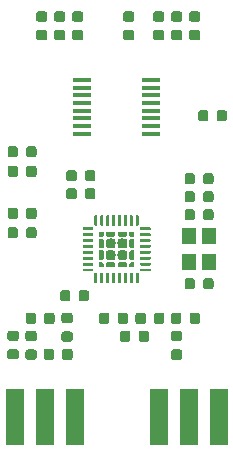
<source format=gbr>
G04 #@! TF.GenerationSoftware,KiCad,Pcbnew,5.0.1*
G04 #@! TF.CreationDate,2019-01-06T19:01:27+01:00*
G04 #@! TF.ProjectId,SX1257_pmod,5358313235375F706D6F642E6B696361,rev?*
G04 #@! TF.SameCoordinates,Original*
G04 #@! TF.FileFunction,Paste,Top*
G04 #@! TF.FilePolarity,Positive*
%FSLAX46Y46*%
G04 Gerber Fmt 4.6, Leading zero omitted, Abs format (unit mm)*
G04 Created by KiCad (PCBNEW 5.0.1) date Sun 06 Jan 2019 07:01:27 PM CET*
%MOMM*%
%LPD*%
G01*
G04 APERTURE LIST*
%ADD10R,1.200000X1.400000*%
%ADD11R,1.524000X4.800000*%
%ADD12C,0.100000*%
%ADD13C,0.875000*%
%ADD14C,0.806226*%
%ADD15C,0.349614*%
%ADD16C,0.318785*%
%ADD17C,0.250000*%
%ADD18R,1.500000X0.450000*%
G04 APERTURE END LIST*
D10*
G04 #@! TO.C,Y1*
X132295000Y-52535000D03*
X132295000Y-50335000D03*
X130595000Y-50335000D03*
X130595000Y-52535000D03*
G04 #@! TD*
D11*
G04 #@! TO.C,J3*
X133096000Y-65613000D03*
X128016000Y-65613000D03*
X130556000Y-65613000D03*
G04 #@! TD*
G04 #@! TO.C,J2*
X118364000Y-65613000D03*
X115824000Y-65613000D03*
X120904000Y-65613000D03*
G04 #@! TD*
D12*
G04 #@! TO.C,C11*
G36*
X132472691Y-44992053D02*
X132493926Y-44995203D01*
X132514750Y-45000419D01*
X132534962Y-45007651D01*
X132554368Y-45016830D01*
X132572781Y-45027866D01*
X132590024Y-45040654D01*
X132605930Y-45055070D01*
X132620346Y-45070976D01*
X132633134Y-45088219D01*
X132644170Y-45106632D01*
X132653349Y-45126038D01*
X132660581Y-45146250D01*
X132665797Y-45167074D01*
X132668947Y-45188309D01*
X132670000Y-45209750D01*
X132670000Y-45722250D01*
X132668947Y-45743691D01*
X132665797Y-45764926D01*
X132660581Y-45785750D01*
X132653349Y-45805962D01*
X132644170Y-45825368D01*
X132633134Y-45843781D01*
X132620346Y-45861024D01*
X132605930Y-45876930D01*
X132590024Y-45891346D01*
X132572781Y-45904134D01*
X132554368Y-45915170D01*
X132534962Y-45924349D01*
X132514750Y-45931581D01*
X132493926Y-45936797D01*
X132472691Y-45939947D01*
X132451250Y-45941000D01*
X132013750Y-45941000D01*
X131992309Y-45939947D01*
X131971074Y-45936797D01*
X131950250Y-45931581D01*
X131930038Y-45924349D01*
X131910632Y-45915170D01*
X131892219Y-45904134D01*
X131874976Y-45891346D01*
X131859070Y-45876930D01*
X131844654Y-45861024D01*
X131831866Y-45843781D01*
X131820830Y-45825368D01*
X131811651Y-45805962D01*
X131804419Y-45785750D01*
X131799203Y-45764926D01*
X131796053Y-45743691D01*
X131795000Y-45722250D01*
X131795000Y-45209750D01*
X131796053Y-45188309D01*
X131799203Y-45167074D01*
X131804419Y-45146250D01*
X131811651Y-45126038D01*
X131820830Y-45106632D01*
X131831866Y-45088219D01*
X131844654Y-45070976D01*
X131859070Y-45055070D01*
X131874976Y-45040654D01*
X131892219Y-45027866D01*
X131910632Y-45016830D01*
X131930038Y-45007651D01*
X131950250Y-45000419D01*
X131971074Y-44995203D01*
X131992309Y-44992053D01*
X132013750Y-44991000D01*
X132451250Y-44991000D01*
X132472691Y-44992053D01*
X132472691Y-44992053D01*
G37*
D13*
X132232500Y-45466000D03*
D12*
G36*
X130897691Y-44992053D02*
X130918926Y-44995203D01*
X130939750Y-45000419D01*
X130959962Y-45007651D01*
X130979368Y-45016830D01*
X130997781Y-45027866D01*
X131015024Y-45040654D01*
X131030930Y-45055070D01*
X131045346Y-45070976D01*
X131058134Y-45088219D01*
X131069170Y-45106632D01*
X131078349Y-45126038D01*
X131085581Y-45146250D01*
X131090797Y-45167074D01*
X131093947Y-45188309D01*
X131095000Y-45209750D01*
X131095000Y-45722250D01*
X131093947Y-45743691D01*
X131090797Y-45764926D01*
X131085581Y-45785750D01*
X131078349Y-45805962D01*
X131069170Y-45825368D01*
X131058134Y-45843781D01*
X131045346Y-45861024D01*
X131030930Y-45876930D01*
X131015024Y-45891346D01*
X130997781Y-45904134D01*
X130979368Y-45915170D01*
X130959962Y-45924349D01*
X130939750Y-45931581D01*
X130918926Y-45936797D01*
X130897691Y-45939947D01*
X130876250Y-45941000D01*
X130438750Y-45941000D01*
X130417309Y-45939947D01*
X130396074Y-45936797D01*
X130375250Y-45931581D01*
X130355038Y-45924349D01*
X130335632Y-45915170D01*
X130317219Y-45904134D01*
X130299976Y-45891346D01*
X130284070Y-45876930D01*
X130269654Y-45861024D01*
X130256866Y-45843781D01*
X130245830Y-45825368D01*
X130236651Y-45805962D01*
X130229419Y-45785750D01*
X130224203Y-45764926D01*
X130221053Y-45743691D01*
X130220000Y-45722250D01*
X130220000Y-45209750D01*
X130221053Y-45188309D01*
X130224203Y-45167074D01*
X130229419Y-45146250D01*
X130236651Y-45126038D01*
X130245830Y-45106632D01*
X130256866Y-45088219D01*
X130269654Y-45070976D01*
X130284070Y-45055070D01*
X130299976Y-45040654D01*
X130317219Y-45027866D01*
X130335632Y-45016830D01*
X130355038Y-45007651D01*
X130375250Y-45000419D01*
X130396074Y-44995203D01*
X130417309Y-44992053D01*
X130438750Y-44991000D01*
X130876250Y-44991000D01*
X130897691Y-44992053D01*
X130897691Y-44992053D01*
G37*
D13*
X130657500Y-45466000D03*
G04 #@! TD*
D12*
G04 #@! TO.C,C1*
G36*
X119010691Y-56803053D02*
X119031926Y-56806203D01*
X119052750Y-56811419D01*
X119072962Y-56818651D01*
X119092368Y-56827830D01*
X119110781Y-56838866D01*
X119128024Y-56851654D01*
X119143930Y-56866070D01*
X119158346Y-56881976D01*
X119171134Y-56899219D01*
X119182170Y-56917632D01*
X119191349Y-56937038D01*
X119198581Y-56957250D01*
X119203797Y-56978074D01*
X119206947Y-56999309D01*
X119208000Y-57020750D01*
X119208000Y-57533250D01*
X119206947Y-57554691D01*
X119203797Y-57575926D01*
X119198581Y-57596750D01*
X119191349Y-57616962D01*
X119182170Y-57636368D01*
X119171134Y-57654781D01*
X119158346Y-57672024D01*
X119143930Y-57687930D01*
X119128024Y-57702346D01*
X119110781Y-57715134D01*
X119092368Y-57726170D01*
X119072962Y-57735349D01*
X119052750Y-57742581D01*
X119031926Y-57747797D01*
X119010691Y-57750947D01*
X118989250Y-57752000D01*
X118551750Y-57752000D01*
X118530309Y-57750947D01*
X118509074Y-57747797D01*
X118488250Y-57742581D01*
X118468038Y-57735349D01*
X118448632Y-57726170D01*
X118430219Y-57715134D01*
X118412976Y-57702346D01*
X118397070Y-57687930D01*
X118382654Y-57672024D01*
X118369866Y-57654781D01*
X118358830Y-57636368D01*
X118349651Y-57616962D01*
X118342419Y-57596750D01*
X118337203Y-57575926D01*
X118334053Y-57554691D01*
X118333000Y-57533250D01*
X118333000Y-57020750D01*
X118334053Y-56999309D01*
X118337203Y-56978074D01*
X118342419Y-56957250D01*
X118349651Y-56937038D01*
X118358830Y-56917632D01*
X118369866Y-56899219D01*
X118382654Y-56881976D01*
X118397070Y-56866070D01*
X118412976Y-56851654D01*
X118430219Y-56838866D01*
X118448632Y-56827830D01*
X118468038Y-56818651D01*
X118488250Y-56811419D01*
X118509074Y-56806203D01*
X118530309Y-56803053D01*
X118551750Y-56802000D01*
X118989250Y-56802000D01*
X119010691Y-56803053D01*
X119010691Y-56803053D01*
G37*
D13*
X118770500Y-57277000D03*
D12*
G36*
X117435691Y-56803053D02*
X117456926Y-56806203D01*
X117477750Y-56811419D01*
X117497962Y-56818651D01*
X117517368Y-56827830D01*
X117535781Y-56838866D01*
X117553024Y-56851654D01*
X117568930Y-56866070D01*
X117583346Y-56881976D01*
X117596134Y-56899219D01*
X117607170Y-56917632D01*
X117616349Y-56937038D01*
X117623581Y-56957250D01*
X117628797Y-56978074D01*
X117631947Y-56999309D01*
X117633000Y-57020750D01*
X117633000Y-57533250D01*
X117631947Y-57554691D01*
X117628797Y-57575926D01*
X117623581Y-57596750D01*
X117616349Y-57616962D01*
X117607170Y-57636368D01*
X117596134Y-57654781D01*
X117583346Y-57672024D01*
X117568930Y-57687930D01*
X117553024Y-57702346D01*
X117535781Y-57715134D01*
X117517368Y-57726170D01*
X117497962Y-57735349D01*
X117477750Y-57742581D01*
X117456926Y-57747797D01*
X117435691Y-57750947D01*
X117414250Y-57752000D01*
X116976750Y-57752000D01*
X116955309Y-57750947D01*
X116934074Y-57747797D01*
X116913250Y-57742581D01*
X116893038Y-57735349D01*
X116873632Y-57726170D01*
X116855219Y-57715134D01*
X116837976Y-57702346D01*
X116822070Y-57687930D01*
X116807654Y-57672024D01*
X116794866Y-57654781D01*
X116783830Y-57636368D01*
X116774651Y-57616962D01*
X116767419Y-57596750D01*
X116762203Y-57575926D01*
X116759053Y-57554691D01*
X116758000Y-57533250D01*
X116758000Y-57020750D01*
X116759053Y-56999309D01*
X116762203Y-56978074D01*
X116767419Y-56957250D01*
X116774651Y-56937038D01*
X116783830Y-56917632D01*
X116794866Y-56899219D01*
X116807654Y-56881976D01*
X116822070Y-56866070D01*
X116837976Y-56851654D01*
X116855219Y-56838866D01*
X116873632Y-56827830D01*
X116893038Y-56818651D01*
X116913250Y-56811419D01*
X116934074Y-56806203D01*
X116955309Y-56803053D01*
X116976750Y-56802000D01*
X117414250Y-56802000D01*
X117435691Y-56803053D01*
X117435691Y-56803053D01*
G37*
D13*
X117195500Y-57277000D03*
G04 #@! TD*
D12*
G04 #@! TO.C,C2*
G36*
X125436691Y-58327053D02*
X125457926Y-58330203D01*
X125478750Y-58335419D01*
X125498962Y-58342651D01*
X125518368Y-58351830D01*
X125536781Y-58362866D01*
X125554024Y-58375654D01*
X125569930Y-58390070D01*
X125584346Y-58405976D01*
X125597134Y-58423219D01*
X125608170Y-58441632D01*
X125617349Y-58461038D01*
X125624581Y-58481250D01*
X125629797Y-58502074D01*
X125632947Y-58523309D01*
X125634000Y-58544750D01*
X125634000Y-59057250D01*
X125632947Y-59078691D01*
X125629797Y-59099926D01*
X125624581Y-59120750D01*
X125617349Y-59140962D01*
X125608170Y-59160368D01*
X125597134Y-59178781D01*
X125584346Y-59196024D01*
X125569930Y-59211930D01*
X125554024Y-59226346D01*
X125536781Y-59239134D01*
X125518368Y-59250170D01*
X125498962Y-59259349D01*
X125478750Y-59266581D01*
X125457926Y-59271797D01*
X125436691Y-59274947D01*
X125415250Y-59276000D01*
X124977750Y-59276000D01*
X124956309Y-59274947D01*
X124935074Y-59271797D01*
X124914250Y-59266581D01*
X124894038Y-59259349D01*
X124874632Y-59250170D01*
X124856219Y-59239134D01*
X124838976Y-59226346D01*
X124823070Y-59211930D01*
X124808654Y-59196024D01*
X124795866Y-59178781D01*
X124784830Y-59160368D01*
X124775651Y-59140962D01*
X124768419Y-59120750D01*
X124763203Y-59099926D01*
X124760053Y-59078691D01*
X124759000Y-59057250D01*
X124759000Y-58544750D01*
X124760053Y-58523309D01*
X124763203Y-58502074D01*
X124768419Y-58481250D01*
X124775651Y-58461038D01*
X124784830Y-58441632D01*
X124795866Y-58423219D01*
X124808654Y-58405976D01*
X124823070Y-58390070D01*
X124838976Y-58375654D01*
X124856219Y-58362866D01*
X124874632Y-58351830D01*
X124894038Y-58342651D01*
X124914250Y-58335419D01*
X124935074Y-58330203D01*
X124956309Y-58327053D01*
X124977750Y-58326000D01*
X125415250Y-58326000D01*
X125436691Y-58327053D01*
X125436691Y-58327053D01*
G37*
D13*
X125196500Y-58801000D03*
D12*
G36*
X127011691Y-58327053D02*
X127032926Y-58330203D01*
X127053750Y-58335419D01*
X127073962Y-58342651D01*
X127093368Y-58351830D01*
X127111781Y-58362866D01*
X127129024Y-58375654D01*
X127144930Y-58390070D01*
X127159346Y-58405976D01*
X127172134Y-58423219D01*
X127183170Y-58441632D01*
X127192349Y-58461038D01*
X127199581Y-58481250D01*
X127204797Y-58502074D01*
X127207947Y-58523309D01*
X127209000Y-58544750D01*
X127209000Y-59057250D01*
X127207947Y-59078691D01*
X127204797Y-59099926D01*
X127199581Y-59120750D01*
X127192349Y-59140962D01*
X127183170Y-59160368D01*
X127172134Y-59178781D01*
X127159346Y-59196024D01*
X127144930Y-59211930D01*
X127129024Y-59226346D01*
X127111781Y-59239134D01*
X127093368Y-59250170D01*
X127073962Y-59259349D01*
X127053750Y-59266581D01*
X127032926Y-59271797D01*
X127011691Y-59274947D01*
X126990250Y-59276000D01*
X126552750Y-59276000D01*
X126531309Y-59274947D01*
X126510074Y-59271797D01*
X126489250Y-59266581D01*
X126469038Y-59259349D01*
X126449632Y-59250170D01*
X126431219Y-59239134D01*
X126413976Y-59226346D01*
X126398070Y-59211930D01*
X126383654Y-59196024D01*
X126370866Y-59178781D01*
X126359830Y-59160368D01*
X126350651Y-59140962D01*
X126343419Y-59120750D01*
X126338203Y-59099926D01*
X126335053Y-59078691D01*
X126334000Y-59057250D01*
X126334000Y-58544750D01*
X126335053Y-58523309D01*
X126338203Y-58502074D01*
X126343419Y-58481250D01*
X126350651Y-58461038D01*
X126359830Y-58441632D01*
X126370866Y-58423219D01*
X126383654Y-58405976D01*
X126398070Y-58390070D01*
X126413976Y-58375654D01*
X126431219Y-58362866D01*
X126449632Y-58351830D01*
X126469038Y-58342651D01*
X126489250Y-58335419D01*
X126510074Y-58330203D01*
X126531309Y-58327053D01*
X126552750Y-58326000D01*
X126990250Y-58326000D01*
X127011691Y-58327053D01*
X127011691Y-58327053D01*
G37*
D13*
X126771500Y-58801000D03*
G04 #@! TD*
D12*
G04 #@! TO.C,C3*
G36*
X125233691Y-56803053D02*
X125254926Y-56806203D01*
X125275750Y-56811419D01*
X125295962Y-56818651D01*
X125315368Y-56827830D01*
X125333781Y-56838866D01*
X125351024Y-56851654D01*
X125366930Y-56866070D01*
X125381346Y-56881976D01*
X125394134Y-56899219D01*
X125405170Y-56917632D01*
X125414349Y-56937038D01*
X125421581Y-56957250D01*
X125426797Y-56978074D01*
X125429947Y-56999309D01*
X125431000Y-57020750D01*
X125431000Y-57533250D01*
X125429947Y-57554691D01*
X125426797Y-57575926D01*
X125421581Y-57596750D01*
X125414349Y-57616962D01*
X125405170Y-57636368D01*
X125394134Y-57654781D01*
X125381346Y-57672024D01*
X125366930Y-57687930D01*
X125351024Y-57702346D01*
X125333781Y-57715134D01*
X125315368Y-57726170D01*
X125295962Y-57735349D01*
X125275750Y-57742581D01*
X125254926Y-57747797D01*
X125233691Y-57750947D01*
X125212250Y-57752000D01*
X124774750Y-57752000D01*
X124753309Y-57750947D01*
X124732074Y-57747797D01*
X124711250Y-57742581D01*
X124691038Y-57735349D01*
X124671632Y-57726170D01*
X124653219Y-57715134D01*
X124635976Y-57702346D01*
X124620070Y-57687930D01*
X124605654Y-57672024D01*
X124592866Y-57654781D01*
X124581830Y-57636368D01*
X124572651Y-57616962D01*
X124565419Y-57596750D01*
X124560203Y-57575926D01*
X124557053Y-57554691D01*
X124556000Y-57533250D01*
X124556000Y-57020750D01*
X124557053Y-56999309D01*
X124560203Y-56978074D01*
X124565419Y-56957250D01*
X124572651Y-56937038D01*
X124581830Y-56917632D01*
X124592866Y-56899219D01*
X124605654Y-56881976D01*
X124620070Y-56866070D01*
X124635976Y-56851654D01*
X124653219Y-56838866D01*
X124671632Y-56827830D01*
X124691038Y-56818651D01*
X124711250Y-56811419D01*
X124732074Y-56806203D01*
X124753309Y-56803053D01*
X124774750Y-56802000D01*
X125212250Y-56802000D01*
X125233691Y-56803053D01*
X125233691Y-56803053D01*
G37*
D13*
X124993500Y-57277000D03*
D12*
G36*
X123658691Y-56803053D02*
X123679926Y-56806203D01*
X123700750Y-56811419D01*
X123720962Y-56818651D01*
X123740368Y-56827830D01*
X123758781Y-56838866D01*
X123776024Y-56851654D01*
X123791930Y-56866070D01*
X123806346Y-56881976D01*
X123819134Y-56899219D01*
X123830170Y-56917632D01*
X123839349Y-56937038D01*
X123846581Y-56957250D01*
X123851797Y-56978074D01*
X123854947Y-56999309D01*
X123856000Y-57020750D01*
X123856000Y-57533250D01*
X123854947Y-57554691D01*
X123851797Y-57575926D01*
X123846581Y-57596750D01*
X123839349Y-57616962D01*
X123830170Y-57636368D01*
X123819134Y-57654781D01*
X123806346Y-57672024D01*
X123791930Y-57687930D01*
X123776024Y-57702346D01*
X123758781Y-57715134D01*
X123740368Y-57726170D01*
X123720962Y-57735349D01*
X123700750Y-57742581D01*
X123679926Y-57747797D01*
X123658691Y-57750947D01*
X123637250Y-57752000D01*
X123199750Y-57752000D01*
X123178309Y-57750947D01*
X123157074Y-57747797D01*
X123136250Y-57742581D01*
X123116038Y-57735349D01*
X123096632Y-57726170D01*
X123078219Y-57715134D01*
X123060976Y-57702346D01*
X123045070Y-57687930D01*
X123030654Y-57672024D01*
X123017866Y-57654781D01*
X123006830Y-57636368D01*
X122997651Y-57616962D01*
X122990419Y-57596750D01*
X122985203Y-57575926D01*
X122982053Y-57554691D01*
X122981000Y-57533250D01*
X122981000Y-57020750D01*
X122982053Y-56999309D01*
X122985203Y-56978074D01*
X122990419Y-56957250D01*
X122997651Y-56937038D01*
X123006830Y-56917632D01*
X123017866Y-56899219D01*
X123030654Y-56881976D01*
X123045070Y-56866070D01*
X123060976Y-56851654D01*
X123078219Y-56838866D01*
X123096632Y-56827830D01*
X123116038Y-56818651D01*
X123136250Y-56811419D01*
X123157074Y-56806203D01*
X123178309Y-56803053D01*
X123199750Y-56802000D01*
X123637250Y-56802000D01*
X123658691Y-56803053D01*
X123658691Y-56803053D01*
G37*
D13*
X123418500Y-57277000D03*
G04 #@! TD*
D12*
G04 #@! TO.C,C4*
G36*
X120534691Y-59851053D02*
X120555926Y-59854203D01*
X120576750Y-59859419D01*
X120596962Y-59866651D01*
X120616368Y-59875830D01*
X120634781Y-59886866D01*
X120652024Y-59899654D01*
X120667930Y-59914070D01*
X120682346Y-59929976D01*
X120695134Y-59947219D01*
X120706170Y-59965632D01*
X120715349Y-59985038D01*
X120722581Y-60005250D01*
X120727797Y-60026074D01*
X120730947Y-60047309D01*
X120732000Y-60068750D01*
X120732000Y-60581250D01*
X120730947Y-60602691D01*
X120727797Y-60623926D01*
X120722581Y-60644750D01*
X120715349Y-60664962D01*
X120706170Y-60684368D01*
X120695134Y-60702781D01*
X120682346Y-60720024D01*
X120667930Y-60735930D01*
X120652024Y-60750346D01*
X120634781Y-60763134D01*
X120616368Y-60774170D01*
X120596962Y-60783349D01*
X120576750Y-60790581D01*
X120555926Y-60795797D01*
X120534691Y-60798947D01*
X120513250Y-60800000D01*
X120075750Y-60800000D01*
X120054309Y-60798947D01*
X120033074Y-60795797D01*
X120012250Y-60790581D01*
X119992038Y-60783349D01*
X119972632Y-60774170D01*
X119954219Y-60763134D01*
X119936976Y-60750346D01*
X119921070Y-60735930D01*
X119906654Y-60720024D01*
X119893866Y-60702781D01*
X119882830Y-60684368D01*
X119873651Y-60664962D01*
X119866419Y-60644750D01*
X119861203Y-60623926D01*
X119858053Y-60602691D01*
X119857000Y-60581250D01*
X119857000Y-60068750D01*
X119858053Y-60047309D01*
X119861203Y-60026074D01*
X119866419Y-60005250D01*
X119873651Y-59985038D01*
X119882830Y-59965632D01*
X119893866Y-59947219D01*
X119906654Y-59929976D01*
X119921070Y-59914070D01*
X119936976Y-59899654D01*
X119954219Y-59886866D01*
X119972632Y-59875830D01*
X119992038Y-59866651D01*
X120012250Y-59859419D01*
X120033074Y-59854203D01*
X120054309Y-59851053D01*
X120075750Y-59850000D01*
X120513250Y-59850000D01*
X120534691Y-59851053D01*
X120534691Y-59851053D01*
G37*
D13*
X120294500Y-60325000D03*
D12*
G36*
X118959691Y-59851053D02*
X118980926Y-59854203D01*
X119001750Y-59859419D01*
X119021962Y-59866651D01*
X119041368Y-59875830D01*
X119059781Y-59886866D01*
X119077024Y-59899654D01*
X119092930Y-59914070D01*
X119107346Y-59929976D01*
X119120134Y-59947219D01*
X119131170Y-59965632D01*
X119140349Y-59985038D01*
X119147581Y-60005250D01*
X119152797Y-60026074D01*
X119155947Y-60047309D01*
X119157000Y-60068750D01*
X119157000Y-60581250D01*
X119155947Y-60602691D01*
X119152797Y-60623926D01*
X119147581Y-60644750D01*
X119140349Y-60664962D01*
X119131170Y-60684368D01*
X119120134Y-60702781D01*
X119107346Y-60720024D01*
X119092930Y-60735930D01*
X119077024Y-60750346D01*
X119059781Y-60763134D01*
X119041368Y-60774170D01*
X119021962Y-60783349D01*
X119001750Y-60790581D01*
X118980926Y-60795797D01*
X118959691Y-60798947D01*
X118938250Y-60800000D01*
X118500750Y-60800000D01*
X118479309Y-60798947D01*
X118458074Y-60795797D01*
X118437250Y-60790581D01*
X118417038Y-60783349D01*
X118397632Y-60774170D01*
X118379219Y-60763134D01*
X118361976Y-60750346D01*
X118346070Y-60735930D01*
X118331654Y-60720024D01*
X118318866Y-60702781D01*
X118307830Y-60684368D01*
X118298651Y-60664962D01*
X118291419Y-60644750D01*
X118286203Y-60623926D01*
X118283053Y-60602691D01*
X118282000Y-60581250D01*
X118282000Y-60068750D01*
X118283053Y-60047309D01*
X118286203Y-60026074D01*
X118291419Y-60005250D01*
X118298651Y-59985038D01*
X118307830Y-59965632D01*
X118318866Y-59947219D01*
X118331654Y-59929976D01*
X118346070Y-59914070D01*
X118361976Y-59899654D01*
X118379219Y-59886866D01*
X118397632Y-59875830D01*
X118417038Y-59866651D01*
X118437250Y-59859419D01*
X118458074Y-59854203D01*
X118479309Y-59851053D01*
X118500750Y-59850000D01*
X118938250Y-59850000D01*
X118959691Y-59851053D01*
X118959691Y-59851053D01*
G37*
D13*
X118719500Y-60325000D03*
G04 #@! TD*
D12*
G04 #@! TO.C,C5*
G36*
X129754691Y-56803053D02*
X129775926Y-56806203D01*
X129796750Y-56811419D01*
X129816962Y-56818651D01*
X129836368Y-56827830D01*
X129854781Y-56838866D01*
X129872024Y-56851654D01*
X129887930Y-56866070D01*
X129902346Y-56881976D01*
X129915134Y-56899219D01*
X129926170Y-56917632D01*
X129935349Y-56937038D01*
X129942581Y-56957250D01*
X129947797Y-56978074D01*
X129950947Y-56999309D01*
X129952000Y-57020750D01*
X129952000Y-57533250D01*
X129950947Y-57554691D01*
X129947797Y-57575926D01*
X129942581Y-57596750D01*
X129935349Y-57616962D01*
X129926170Y-57636368D01*
X129915134Y-57654781D01*
X129902346Y-57672024D01*
X129887930Y-57687930D01*
X129872024Y-57702346D01*
X129854781Y-57715134D01*
X129836368Y-57726170D01*
X129816962Y-57735349D01*
X129796750Y-57742581D01*
X129775926Y-57747797D01*
X129754691Y-57750947D01*
X129733250Y-57752000D01*
X129295750Y-57752000D01*
X129274309Y-57750947D01*
X129253074Y-57747797D01*
X129232250Y-57742581D01*
X129212038Y-57735349D01*
X129192632Y-57726170D01*
X129174219Y-57715134D01*
X129156976Y-57702346D01*
X129141070Y-57687930D01*
X129126654Y-57672024D01*
X129113866Y-57654781D01*
X129102830Y-57636368D01*
X129093651Y-57616962D01*
X129086419Y-57596750D01*
X129081203Y-57575926D01*
X129078053Y-57554691D01*
X129077000Y-57533250D01*
X129077000Y-57020750D01*
X129078053Y-56999309D01*
X129081203Y-56978074D01*
X129086419Y-56957250D01*
X129093651Y-56937038D01*
X129102830Y-56917632D01*
X129113866Y-56899219D01*
X129126654Y-56881976D01*
X129141070Y-56866070D01*
X129156976Y-56851654D01*
X129174219Y-56838866D01*
X129192632Y-56827830D01*
X129212038Y-56818651D01*
X129232250Y-56811419D01*
X129253074Y-56806203D01*
X129274309Y-56803053D01*
X129295750Y-56802000D01*
X129733250Y-56802000D01*
X129754691Y-56803053D01*
X129754691Y-56803053D01*
G37*
D13*
X129514500Y-57277000D03*
D12*
G36*
X131329691Y-56803053D02*
X131350926Y-56806203D01*
X131371750Y-56811419D01*
X131391962Y-56818651D01*
X131411368Y-56827830D01*
X131429781Y-56838866D01*
X131447024Y-56851654D01*
X131462930Y-56866070D01*
X131477346Y-56881976D01*
X131490134Y-56899219D01*
X131501170Y-56917632D01*
X131510349Y-56937038D01*
X131517581Y-56957250D01*
X131522797Y-56978074D01*
X131525947Y-56999309D01*
X131527000Y-57020750D01*
X131527000Y-57533250D01*
X131525947Y-57554691D01*
X131522797Y-57575926D01*
X131517581Y-57596750D01*
X131510349Y-57616962D01*
X131501170Y-57636368D01*
X131490134Y-57654781D01*
X131477346Y-57672024D01*
X131462930Y-57687930D01*
X131447024Y-57702346D01*
X131429781Y-57715134D01*
X131411368Y-57726170D01*
X131391962Y-57735349D01*
X131371750Y-57742581D01*
X131350926Y-57747797D01*
X131329691Y-57750947D01*
X131308250Y-57752000D01*
X130870750Y-57752000D01*
X130849309Y-57750947D01*
X130828074Y-57747797D01*
X130807250Y-57742581D01*
X130787038Y-57735349D01*
X130767632Y-57726170D01*
X130749219Y-57715134D01*
X130731976Y-57702346D01*
X130716070Y-57687930D01*
X130701654Y-57672024D01*
X130688866Y-57654781D01*
X130677830Y-57636368D01*
X130668651Y-57616962D01*
X130661419Y-57596750D01*
X130656203Y-57575926D01*
X130653053Y-57554691D01*
X130652000Y-57533250D01*
X130652000Y-57020750D01*
X130653053Y-56999309D01*
X130656203Y-56978074D01*
X130661419Y-56957250D01*
X130668651Y-56937038D01*
X130677830Y-56917632D01*
X130688866Y-56899219D01*
X130701654Y-56881976D01*
X130716070Y-56866070D01*
X130731976Y-56851654D01*
X130749219Y-56838866D01*
X130767632Y-56827830D01*
X130787038Y-56818651D01*
X130807250Y-56811419D01*
X130828074Y-56806203D01*
X130849309Y-56803053D01*
X130870750Y-56802000D01*
X131308250Y-56802000D01*
X131329691Y-56803053D01*
X131329691Y-56803053D01*
G37*
D13*
X131089500Y-57277000D03*
G04 #@! TD*
D12*
G04 #@! TO.C,C6*
G36*
X120890191Y-44738053D02*
X120911426Y-44741203D01*
X120932250Y-44746419D01*
X120952462Y-44753651D01*
X120971868Y-44762830D01*
X120990281Y-44773866D01*
X121007524Y-44786654D01*
X121023430Y-44801070D01*
X121037846Y-44816976D01*
X121050634Y-44834219D01*
X121061670Y-44852632D01*
X121070849Y-44872038D01*
X121078081Y-44892250D01*
X121083297Y-44913074D01*
X121086447Y-44934309D01*
X121087500Y-44955750D01*
X121087500Y-45468250D01*
X121086447Y-45489691D01*
X121083297Y-45510926D01*
X121078081Y-45531750D01*
X121070849Y-45551962D01*
X121061670Y-45571368D01*
X121050634Y-45589781D01*
X121037846Y-45607024D01*
X121023430Y-45622930D01*
X121007524Y-45637346D01*
X120990281Y-45650134D01*
X120971868Y-45661170D01*
X120952462Y-45670349D01*
X120932250Y-45677581D01*
X120911426Y-45682797D01*
X120890191Y-45685947D01*
X120868750Y-45687000D01*
X120431250Y-45687000D01*
X120409809Y-45685947D01*
X120388574Y-45682797D01*
X120367750Y-45677581D01*
X120347538Y-45670349D01*
X120328132Y-45661170D01*
X120309719Y-45650134D01*
X120292476Y-45637346D01*
X120276570Y-45622930D01*
X120262154Y-45607024D01*
X120249366Y-45589781D01*
X120238330Y-45571368D01*
X120229151Y-45551962D01*
X120221919Y-45531750D01*
X120216703Y-45510926D01*
X120213553Y-45489691D01*
X120212500Y-45468250D01*
X120212500Y-44955750D01*
X120213553Y-44934309D01*
X120216703Y-44913074D01*
X120221919Y-44892250D01*
X120229151Y-44872038D01*
X120238330Y-44852632D01*
X120249366Y-44834219D01*
X120262154Y-44816976D01*
X120276570Y-44801070D01*
X120292476Y-44786654D01*
X120309719Y-44773866D01*
X120328132Y-44762830D01*
X120347538Y-44753651D01*
X120367750Y-44746419D01*
X120388574Y-44741203D01*
X120409809Y-44738053D01*
X120431250Y-44737000D01*
X120868750Y-44737000D01*
X120890191Y-44738053D01*
X120890191Y-44738053D01*
G37*
D13*
X120650000Y-45212000D03*
D12*
G36*
X122465191Y-44738053D02*
X122486426Y-44741203D01*
X122507250Y-44746419D01*
X122527462Y-44753651D01*
X122546868Y-44762830D01*
X122565281Y-44773866D01*
X122582524Y-44786654D01*
X122598430Y-44801070D01*
X122612846Y-44816976D01*
X122625634Y-44834219D01*
X122636670Y-44852632D01*
X122645849Y-44872038D01*
X122653081Y-44892250D01*
X122658297Y-44913074D01*
X122661447Y-44934309D01*
X122662500Y-44955750D01*
X122662500Y-45468250D01*
X122661447Y-45489691D01*
X122658297Y-45510926D01*
X122653081Y-45531750D01*
X122645849Y-45551962D01*
X122636670Y-45571368D01*
X122625634Y-45589781D01*
X122612846Y-45607024D01*
X122598430Y-45622930D01*
X122582524Y-45637346D01*
X122565281Y-45650134D01*
X122546868Y-45661170D01*
X122527462Y-45670349D01*
X122507250Y-45677581D01*
X122486426Y-45682797D01*
X122465191Y-45685947D01*
X122443750Y-45687000D01*
X122006250Y-45687000D01*
X121984809Y-45685947D01*
X121963574Y-45682797D01*
X121942750Y-45677581D01*
X121922538Y-45670349D01*
X121903132Y-45661170D01*
X121884719Y-45650134D01*
X121867476Y-45637346D01*
X121851570Y-45622930D01*
X121837154Y-45607024D01*
X121824366Y-45589781D01*
X121813330Y-45571368D01*
X121804151Y-45551962D01*
X121796919Y-45531750D01*
X121791703Y-45510926D01*
X121788553Y-45489691D01*
X121787500Y-45468250D01*
X121787500Y-44955750D01*
X121788553Y-44934309D01*
X121791703Y-44913074D01*
X121796919Y-44892250D01*
X121804151Y-44872038D01*
X121813330Y-44852632D01*
X121824366Y-44834219D01*
X121837154Y-44816976D01*
X121851570Y-44801070D01*
X121867476Y-44786654D01*
X121884719Y-44773866D01*
X121903132Y-44762830D01*
X121922538Y-44753651D01*
X121942750Y-44746419D01*
X121963574Y-44741203D01*
X121984809Y-44738053D01*
X122006250Y-44737000D01*
X122443750Y-44737000D01*
X122465191Y-44738053D01*
X122465191Y-44738053D01*
G37*
D13*
X122225000Y-45212000D03*
G04 #@! TD*
D12*
G04 #@! TO.C,C7*
G36*
X115974691Y-59888553D02*
X115995926Y-59891703D01*
X116016750Y-59896919D01*
X116036962Y-59904151D01*
X116056368Y-59913330D01*
X116074781Y-59924366D01*
X116092024Y-59937154D01*
X116107930Y-59951570D01*
X116122346Y-59967476D01*
X116135134Y-59984719D01*
X116146170Y-60003132D01*
X116155349Y-60022538D01*
X116162581Y-60042750D01*
X116167797Y-60063574D01*
X116170947Y-60084809D01*
X116172000Y-60106250D01*
X116172000Y-60543750D01*
X116170947Y-60565191D01*
X116167797Y-60586426D01*
X116162581Y-60607250D01*
X116155349Y-60627462D01*
X116146170Y-60646868D01*
X116135134Y-60665281D01*
X116122346Y-60682524D01*
X116107930Y-60698430D01*
X116092024Y-60712846D01*
X116074781Y-60725634D01*
X116056368Y-60736670D01*
X116036962Y-60745849D01*
X116016750Y-60753081D01*
X115995926Y-60758297D01*
X115974691Y-60761447D01*
X115953250Y-60762500D01*
X115440750Y-60762500D01*
X115419309Y-60761447D01*
X115398074Y-60758297D01*
X115377250Y-60753081D01*
X115357038Y-60745849D01*
X115337632Y-60736670D01*
X115319219Y-60725634D01*
X115301976Y-60712846D01*
X115286070Y-60698430D01*
X115271654Y-60682524D01*
X115258866Y-60665281D01*
X115247830Y-60646868D01*
X115238651Y-60627462D01*
X115231419Y-60607250D01*
X115226203Y-60586426D01*
X115223053Y-60565191D01*
X115222000Y-60543750D01*
X115222000Y-60106250D01*
X115223053Y-60084809D01*
X115226203Y-60063574D01*
X115231419Y-60042750D01*
X115238651Y-60022538D01*
X115247830Y-60003132D01*
X115258866Y-59984719D01*
X115271654Y-59967476D01*
X115286070Y-59951570D01*
X115301976Y-59937154D01*
X115319219Y-59924366D01*
X115337632Y-59913330D01*
X115357038Y-59904151D01*
X115377250Y-59896919D01*
X115398074Y-59891703D01*
X115419309Y-59888553D01*
X115440750Y-59887500D01*
X115953250Y-59887500D01*
X115974691Y-59888553D01*
X115974691Y-59888553D01*
G37*
D13*
X115697000Y-60325000D03*
D12*
G36*
X115974691Y-58313553D02*
X115995926Y-58316703D01*
X116016750Y-58321919D01*
X116036962Y-58329151D01*
X116056368Y-58338330D01*
X116074781Y-58349366D01*
X116092024Y-58362154D01*
X116107930Y-58376570D01*
X116122346Y-58392476D01*
X116135134Y-58409719D01*
X116146170Y-58428132D01*
X116155349Y-58447538D01*
X116162581Y-58467750D01*
X116167797Y-58488574D01*
X116170947Y-58509809D01*
X116172000Y-58531250D01*
X116172000Y-58968750D01*
X116170947Y-58990191D01*
X116167797Y-59011426D01*
X116162581Y-59032250D01*
X116155349Y-59052462D01*
X116146170Y-59071868D01*
X116135134Y-59090281D01*
X116122346Y-59107524D01*
X116107930Y-59123430D01*
X116092024Y-59137846D01*
X116074781Y-59150634D01*
X116056368Y-59161670D01*
X116036962Y-59170849D01*
X116016750Y-59178081D01*
X115995926Y-59183297D01*
X115974691Y-59186447D01*
X115953250Y-59187500D01*
X115440750Y-59187500D01*
X115419309Y-59186447D01*
X115398074Y-59183297D01*
X115377250Y-59178081D01*
X115357038Y-59170849D01*
X115337632Y-59161670D01*
X115319219Y-59150634D01*
X115301976Y-59137846D01*
X115286070Y-59123430D01*
X115271654Y-59107524D01*
X115258866Y-59090281D01*
X115247830Y-59071868D01*
X115238651Y-59052462D01*
X115231419Y-59032250D01*
X115226203Y-59011426D01*
X115223053Y-58990191D01*
X115222000Y-58968750D01*
X115222000Y-58531250D01*
X115223053Y-58509809D01*
X115226203Y-58488574D01*
X115231419Y-58467750D01*
X115238651Y-58447538D01*
X115247830Y-58428132D01*
X115258866Y-58409719D01*
X115271654Y-58392476D01*
X115286070Y-58376570D01*
X115301976Y-58362154D01*
X115319219Y-58349366D01*
X115337632Y-58338330D01*
X115357038Y-58329151D01*
X115377250Y-58321919D01*
X115398074Y-58316703D01*
X115419309Y-58313553D01*
X115440750Y-58312500D01*
X115953250Y-58312500D01*
X115974691Y-58313553D01*
X115974691Y-58313553D01*
G37*
D13*
X115697000Y-58750000D03*
G04 #@! TD*
D12*
G04 #@! TO.C,C9*
G36*
X125753691Y-32863053D02*
X125774926Y-32866203D01*
X125795750Y-32871419D01*
X125815962Y-32878651D01*
X125835368Y-32887830D01*
X125853781Y-32898866D01*
X125871024Y-32911654D01*
X125886930Y-32926070D01*
X125901346Y-32941976D01*
X125914134Y-32959219D01*
X125925170Y-32977632D01*
X125934349Y-32997038D01*
X125941581Y-33017250D01*
X125946797Y-33038074D01*
X125949947Y-33059309D01*
X125951000Y-33080750D01*
X125951000Y-33518250D01*
X125949947Y-33539691D01*
X125946797Y-33560926D01*
X125941581Y-33581750D01*
X125934349Y-33601962D01*
X125925170Y-33621368D01*
X125914134Y-33639781D01*
X125901346Y-33657024D01*
X125886930Y-33672930D01*
X125871024Y-33687346D01*
X125853781Y-33700134D01*
X125835368Y-33711170D01*
X125815962Y-33720349D01*
X125795750Y-33727581D01*
X125774926Y-33732797D01*
X125753691Y-33735947D01*
X125732250Y-33737000D01*
X125219750Y-33737000D01*
X125198309Y-33735947D01*
X125177074Y-33732797D01*
X125156250Y-33727581D01*
X125136038Y-33720349D01*
X125116632Y-33711170D01*
X125098219Y-33700134D01*
X125080976Y-33687346D01*
X125065070Y-33672930D01*
X125050654Y-33657024D01*
X125037866Y-33639781D01*
X125026830Y-33621368D01*
X125017651Y-33601962D01*
X125010419Y-33581750D01*
X125005203Y-33560926D01*
X125002053Y-33539691D01*
X125001000Y-33518250D01*
X125001000Y-33080750D01*
X125002053Y-33059309D01*
X125005203Y-33038074D01*
X125010419Y-33017250D01*
X125017651Y-32997038D01*
X125026830Y-32977632D01*
X125037866Y-32959219D01*
X125050654Y-32941976D01*
X125065070Y-32926070D01*
X125080976Y-32911654D01*
X125098219Y-32898866D01*
X125116632Y-32887830D01*
X125136038Y-32878651D01*
X125156250Y-32871419D01*
X125177074Y-32866203D01*
X125198309Y-32863053D01*
X125219750Y-32862000D01*
X125732250Y-32862000D01*
X125753691Y-32863053D01*
X125753691Y-32863053D01*
G37*
D13*
X125476000Y-33299500D03*
D12*
G36*
X125753691Y-31288053D02*
X125774926Y-31291203D01*
X125795750Y-31296419D01*
X125815962Y-31303651D01*
X125835368Y-31312830D01*
X125853781Y-31323866D01*
X125871024Y-31336654D01*
X125886930Y-31351070D01*
X125901346Y-31366976D01*
X125914134Y-31384219D01*
X125925170Y-31402632D01*
X125934349Y-31422038D01*
X125941581Y-31442250D01*
X125946797Y-31463074D01*
X125949947Y-31484309D01*
X125951000Y-31505750D01*
X125951000Y-31943250D01*
X125949947Y-31964691D01*
X125946797Y-31985926D01*
X125941581Y-32006750D01*
X125934349Y-32026962D01*
X125925170Y-32046368D01*
X125914134Y-32064781D01*
X125901346Y-32082024D01*
X125886930Y-32097930D01*
X125871024Y-32112346D01*
X125853781Y-32125134D01*
X125835368Y-32136170D01*
X125815962Y-32145349D01*
X125795750Y-32152581D01*
X125774926Y-32157797D01*
X125753691Y-32160947D01*
X125732250Y-32162000D01*
X125219750Y-32162000D01*
X125198309Y-32160947D01*
X125177074Y-32157797D01*
X125156250Y-32152581D01*
X125136038Y-32145349D01*
X125116632Y-32136170D01*
X125098219Y-32125134D01*
X125080976Y-32112346D01*
X125065070Y-32097930D01*
X125050654Y-32082024D01*
X125037866Y-32064781D01*
X125026830Y-32046368D01*
X125017651Y-32026962D01*
X125010419Y-32006750D01*
X125005203Y-31985926D01*
X125002053Y-31964691D01*
X125001000Y-31943250D01*
X125001000Y-31505750D01*
X125002053Y-31484309D01*
X125005203Y-31463074D01*
X125010419Y-31442250D01*
X125017651Y-31422038D01*
X125026830Y-31402632D01*
X125037866Y-31384219D01*
X125050654Y-31366976D01*
X125065070Y-31351070D01*
X125080976Y-31336654D01*
X125098219Y-31323866D01*
X125116632Y-31312830D01*
X125136038Y-31303651D01*
X125156250Y-31296419D01*
X125177074Y-31291203D01*
X125198309Y-31288053D01*
X125219750Y-31287000D01*
X125732250Y-31287000D01*
X125753691Y-31288053D01*
X125753691Y-31288053D01*
G37*
D13*
X125476000Y-31724500D03*
G04 #@! TD*
D12*
G04 #@! TO.C,C10*
G36*
X130897691Y-46516053D02*
X130918926Y-46519203D01*
X130939750Y-46524419D01*
X130959962Y-46531651D01*
X130979368Y-46540830D01*
X130997781Y-46551866D01*
X131015024Y-46564654D01*
X131030930Y-46579070D01*
X131045346Y-46594976D01*
X131058134Y-46612219D01*
X131069170Y-46630632D01*
X131078349Y-46650038D01*
X131085581Y-46670250D01*
X131090797Y-46691074D01*
X131093947Y-46712309D01*
X131095000Y-46733750D01*
X131095000Y-47246250D01*
X131093947Y-47267691D01*
X131090797Y-47288926D01*
X131085581Y-47309750D01*
X131078349Y-47329962D01*
X131069170Y-47349368D01*
X131058134Y-47367781D01*
X131045346Y-47385024D01*
X131030930Y-47400930D01*
X131015024Y-47415346D01*
X130997781Y-47428134D01*
X130979368Y-47439170D01*
X130959962Y-47448349D01*
X130939750Y-47455581D01*
X130918926Y-47460797D01*
X130897691Y-47463947D01*
X130876250Y-47465000D01*
X130438750Y-47465000D01*
X130417309Y-47463947D01*
X130396074Y-47460797D01*
X130375250Y-47455581D01*
X130355038Y-47448349D01*
X130335632Y-47439170D01*
X130317219Y-47428134D01*
X130299976Y-47415346D01*
X130284070Y-47400930D01*
X130269654Y-47385024D01*
X130256866Y-47367781D01*
X130245830Y-47349368D01*
X130236651Y-47329962D01*
X130229419Y-47309750D01*
X130224203Y-47288926D01*
X130221053Y-47267691D01*
X130220000Y-47246250D01*
X130220000Y-46733750D01*
X130221053Y-46712309D01*
X130224203Y-46691074D01*
X130229419Y-46670250D01*
X130236651Y-46650038D01*
X130245830Y-46630632D01*
X130256866Y-46612219D01*
X130269654Y-46594976D01*
X130284070Y-46579070D01*
X130299976Y-46564654D01*
X130317219Y-46551866D01*
X130335632Y-46540830D01*
X130355038Y-46531651D01*
X130375250Y-46524419D01*
X130396074Y-46519203D01*
X130417309Y-46516053D01*
X130438750Y-46515000D01*
X130876250Y-46515000D01*
X130897691Y-46516053D01*
X130897691Y-46516053D01*
G37*
D13*
X130657500Y-46990000D03*
D12*
G36*
X132472691Y-46516053D02*
X132493926Y-46519203D01*
X132514750Y-46524419D01*
X132534962Y-46531651D01*
X132554368Y-46540830D01*
X132572781Y-46551866D01*
X132590024Y-46564654D01*
X132605930Y-46579070D01*
X132620346Y-46594976D01*
X132633134Y-46612219D01*
X132644170Y-46630632D01*
X132653349Y-46650038D01*
X132660581Y-46670250D01*
X132665797Y-46691074D01*
X132668947Y-46712309D01*
X132670000Y-46733750D01*
X132670000Y-47246250D01*
X132668947Y-47267691D01*
X132665797Y-47288926D01*
X132660581Y-47309750D01*
X132653349Y-47329962D01*
X132644170Y-47349368D01*
X132633134Y-47367781D01*
X132620346Y-47385024D01*
X132605930Y-47400930D01*
X132590024Y-47415346D01*
X132572781Y-47428134D01*
X132554368Y-47439170D01*
X132534962Y-47448349D01*
X132514750Y-47455581D01*
X132493926Y-47460797D01*
X132472691Y-47463947D01*
X132451250Y-47465000D01*
X132013750Y-47465000D01*
X131992309Y-47463947D01*
X131971074Y-47460797D01*
X131950250Y-47455581D01*
X131930038Y-47448349D01*
X131910632Y-47439170D01*
X131892219Y-47428134D01*
X131874976Y-47415346D01*
X131859070Y-47400930D01*
X131844654Y-47385024D01*
X131831866Y-47367781D01*
X131820830Y-47349368D01*
X131811651Y-47329962D01*
X131804419Y-47309750D01*
X131799203Y-47288926D01*
X131796053Y-47267691D01*
X131795000Y-47246250D01*
X131795000Y-46733750D01*
X131796053Y-46712309D01*
X131799203Y-46691074D01*
X131804419Y-46670250D01*
X131811651Y-46650038D01*
X131820830Y-46630632D01*
X131831866Y-46612219D01*
X131844654Y-46594976D01*
X131859070Y-46579070D01*
X131874976Y-46564654D01*
X131892219Y-46551866D01*
X131910632Y-46540830D01*
X131930038Y-46531651D01*
X131950250Y-46524419D01*
X131971074Y-46519203D01*
X131992309Y-46516053D01*
X132013750Y-46515000D01*
X132451250Y-46515000D01*
X132472691Y-46516053D01*
X132472691Y-46516053D01*
G37*
D13*
X132232500Y-46990000D03*
G04 #@! TD*
D12*
G04 #@! TO.C,C12*
G36*
X120890191Y-46262053D02*
X120911426Y-46265203D01*
X120932250Y-46270419D01*
X120952462Y-46277651D01*
X120971868Y-46286830D01*
X120990281Y-46297866D01*
X121007524Y-46310654D01*
X121023430Y-46325070D01*
X121037846Y-46340976D01*
X121050634Y-46358219D01*
X121061670Y-46376632D01*
X121070849Y-46396038D01*
X121078081Y-46416250D01*
X121083297Y-46437074D01*
X121086447Y-46458309D01*
X121087500Y-46479750D01*
X121087500Y-46992250D01*
X121086447Y-47013691D01*
X121083297Y-47034926D01*
X121078081Y-47055750D01*
X121070849Y-47075962D01*
X121061670Y-47095368D01*
X121050634Y-47113781D01*
X121037846Y-47131024D01*
X121023430Y-47146930D01*
X121007524Y-47161346D01*
X120990281Y-47174134D01*
X120971868Y-47185170D01*
X120952462Y-47194349D01*
X120932250Y-47201581D01*
X120911426Y-47206797D01*
X120890191Y-47209947D01*
X120868750Y-47211000D01*
X120431250Y-47211000D01*
X120409809Y-47209947D01*
X120388574Y-47206797D01*
X120367750Y-47201581D01*
X120347538Y-47194349D01*
X120328132Y-47185170D01*
X120309719Y-47174134D01*
X120292476Y-47161346D01*
X120276570Y-47146930D01*
X120262154Y-47131024D01*
X120249366Y-47113781D01*
X120238330Y-47095368D01*
X120229151Y-47075962D01*
X120221919Y-47055750D01*
X120216703Y-47034926D01*
X120213553Y-47013691D01*
X120212500Y-46992250D01*
X120212500Y-46479750D01*
X120213553Y-46458309D01*
X120216703Y-46437074D01*
X120221919Y-46416250D01*
X120229151Y-46396038D01*
X120238330Y-46376632D01*
X120249366Y-46358219D01*
X120262154Y-46340976D01*
X120276570Y-46325070D01*
X120292476Y-46310654D01*
X120309719Y-46297866D01*
X120328132Y-46286830D01*
X120347538Y-46277651D01*
X120367750Y-46270419D01*
X120388574Y-46265203D01*
X120409809Y-46262053D01*
X120431250Y-46261000D01*
X120868750Y-46261000D01*
X120890191Y-46262053D01*
X120890191Y-46262053D01*
G37*
D13*
X120650000Y-46736000D03*
D12*
G36*
X122465191Y-46262053D02*
X122486426Y-46265203D01*
X122507250Y-46270419D01*
X122527462Y-46277651D01*
X122546868Y-46286830D01*
X122565281Y-46297866D01*
X122582524Y-46310654D01*
X122598430Y-46325070D01*
X122612846Y-46340976D01*
X122625634Y-46358219D01*
X122636670Y-46376632D01*
X122645849Y-46396038D01*
X122653081Y-46416250D01*
X122658297Y-46437074D01*
X122661447Y-46458309D01*
X122662500Y-46479750D01*
X122662500Y-46992250D01*
X122661447Y-47013691D01*
X122658297Y-47034926D01*
X122653081Y-47055750D01*
X122645849Y-47075962D01*
X122636670Y-47095368D01*
X122625634Y-47113781D01*
X122612846Y-47131024D01*
X122598430Y-47146930D01*
X122582524Y-47161346D01*
X122565281Y-47174134D01*
X122546868Y-47185170D01*
X122527462Y-47194349D01*
X122507250Y-47201581D01*
X122486426Y-47206797D01*
X122465191Y-47209947D01*
X122443750Y-47211000D01*
X122006250Y-47211000D01*
X121984809Y-47209947D01*
X121963574Y-47206797D01*
X121942750Y-47201581D01*
X121922538Y-47194349D01*
X121903132Y-47185170D01*
X121884719Y-47174134D01*
X121867476Y-47161346D01*
X121851570Y-47146930D01*
X121837154Y-47131024D01*
X121824366Y-47113781D01*
X121813330Y-47095368D01*
X121804151Y-47075962D01*
X121796919Y-47055750D01*
X121791703Y-47034926D01*
X121788553Y-47013691D01*
X121787500Y-46992250D01*
X121787500Y-46479750D01*
X121788553Y-46458309D01*
X121791703Y-46437074D01*
X121796919Y-46416250D01*
X121804151Y-46396038D01*
X121813330Y-46376632D01*
X121824366Y-46358219D01*
X121837154Y-46340976D01*
X121851570Y-46325070D01*
X121867476Y-46310654D01*
X121884719Y-46297866D01*
X121903132Y-46286830D01*
X121922538Y-46277651D01*
X121942750Y-46270419D01*
X121963574Y-46265203D01*
X121984809Y-46262053D01*
X122006250Y-46261000D01*
X122443750Y-46261000D01*
X122465191Y-46262053D01*
X122465191Y-46262053D01*
G37*
D13*
X122225000Y-46736000D03*
G04 #@! TD*
D12*
G04 #@! TO.C,C13*
G36*
X121931691Y-54898053D02*
X121952926Y-54901203D01*
X121973750Y-54906419D01*
X121993962Y-54913651D01*
X122013368Y-54922830D01*
X122031781Y-54933866D01*
X122049024Y-54946654D01*
X122064930Y-54961070D01*
X122079346Y-54976976D01*
X122092134Y-54994219D01*
X122103170Y-55012632D01*
X122112349Y-55032038D01*
X122119581Y-55052250D01*
X122124797Y-55073074D01*
X122127947Y-55094309D01*
X122129000Y-55115750D01*
X122129000Y-55628250D01*
X122127947Y-55649691D01*
X122124797Y-55670926D01*
X122119581Y-55691750D01*
X122112349Y-55711962D01*
X122103170Y-55731368D01*
X122092134Y-55749781D01*
X122079346Y-55767024D01*
X122064930Y-55782930D01*
X122049024Y-55797346D01*
X122031781Y-55810134D01*
X122013368Y-55821170D01*
X121993962Y-55830349D01*
X121973750Y-55837581D01*
X121952926Y-55842797D01*
X121931691Y-55845947D01*
X121910250Y-55847000D01*
X121472750Y-55847000D01*
X121451309Y-55845947D01*
X121430074Y-55842797D01*
X121409250Y-55837581D01*
X121389038Y-55830349D01*
X121369632Y-55821170D01*
X121351219Y-55810134D01*
X121333976Y-55797346D01*
X121318070Y-55782930D01*
X121303654Y-55767024D01*
X121290866Y-55749781D01*
X121279830Y-55731368D01*
X121270651Y-55711962D01*
X121263419Y-55691750D01*
X121258203Y-55670926D01*
X121255053Y-55649691D01*
X121254000Y-55628250D01*
X121254000Y-55115750D01*
X121255053Y-55094309D01*
X121258203Y-55073074D01*
X121263419Y-55052250D01*
X121270651Y-55032038D01*
X121279830Y-55012632D01*
X121290866Y-54994219D01*
X121303654Y-54976976D01*
X121318070Y-54961070D01*
X121333976Y-54946654D01*
X121351219Y-54933866D01*
X121369632Y-54922830D01*
X121389038Y-54913651D01*
X121409250Y-54906419D01*
X121430074Y-54901203D01*
X121451309Y-54898053D01*
X121472750Y-54897000D01*
X121910250Y-54897000D01*
X121931691Y-54898053D01*
X121931691Y-54898053D01*
G37*
D13*
X121691500Y-55372000D03*
D12*
G36*
X120356691Y-54898053D02*
X120377926Y-54901203D01*
X120398750Y-54906419D01*
X120418962Y-54913651D01*
X120438368Y-54922830D01*
X120456781Y-54933866D01*
X120474024Y-54946654D01*
X120489930Y-54961070D01*
X120504346Y-54976976D01*
X120517134Y-54994219D01*
X120528170Y-55012632D01*
X120537349Y-55032038D01*
X120544581Y-55052250D01*
X120549797Y-55073074D01*
X120552947Y-55094309D01*
X120554000Y-55115750D01*
X120554000Y-55628250D01*
X120552947Y-55649691D01*
X120549797Y-55670926D01*
X120544581Y-55691750D01*
X120537349Y-55711962D01*
X120528170Y-55731368D01*
X120517134Y-55749781D01*
X120504346Y-55767024D01*
X120489930Y-55782930D01*
X120474024Y-55797346D01*
X120456781Y-55810134D01*
X120438368Y-55821170D01*
X120418962Y-55830349D01*
X120398750Y-55837581D01*
X120377926Y-55842797D01*
X120356691Y-55845947D01*
X120335250Y-55847000D01*
X119897750Y-55847000D01*
X119876309Y-55845947D01*
X119855074Y-55842797D01*
X119834250Y-55837581D01*
X119814038Y-55830349D01*
X119794632Y-55821170D01*
X119776219Y-55810134D01*
X119758976Y-55797346D01*
X119743070Y-55782930D01*
X119728654Y-55767024D01*
X119715866Y-55749781D01*
X119704830Y-55731368D01*
X119695651Y-55711962D01*
X119688419Y-55691750D01*
X119683203Y-55670926D01*
X119680053Y-55649691D01*
X119679000Y-55628250D01*
X119679000Y-55115750D01*
X119680053Y-55094309D01*
X119683203Y-55073074D01*
X119688419Y-55052250D01*
X119695651Y-55032038D01*
X119704830Y-55012632D01*
X119715866Y-54994219D01*
X119728654Y-54976976D01*
X119743070Y-54961070D01*
X119758976Y-54946654D01*
X119776219Y-54933866D01*
X119794632Y-54922830D01*
X119814038Y-54913651D01*
X119834250Y-54906419D01*
X119855074Y-54901203D01*
X119876309Y-54898053D01*
X119897750Y-54897000D01*
X120335250Y-54897000D01*
X120356691Y-54898053D01*
X120356691Y-54898053D01*
G37*
D13*
X120116500Y-55372000D03*
G04 #@! TD*
D12*
G04 #@! TO.C,C14*
G36*
X131341691Y-32863053D02*
X131362926Y-32866203D01*
X131383750Y-32871419D01*
X131403962Y-32878651D01*
X131423368Y-32887830D01*
X131441781Y-32898866D01*
X131459024Y-32911654D01*
X131474930Y-32926070D01*
X131489346Y-32941976D01*
X131502134Y-32959219D01*
X131513170Y-32977632D01*
X131522349Y-32997038D01*
X131529581Y-33017250D01*
X131534797Y-33038074D01*
X131537947Y-33059309D01*
X131539000Y-33080750D01*
X131539000Y-33518250D01*
X131537947Y-33539691D01*
X131534797Y-33560926D01*
X131529581Y-33581750D01*
X131522349Y-33601962D01*
X131513170Y-33621368D01*
X131502134Y-33639781D01*
X131489346Y-33657024D01*
X131474930Y-33672930D01*
X131459024Y-33687346D01*
X131441781Y-33700134D01*
X131423368Y-33711170D01*
X131403962Y-33720349D01*
X131383750Y-33727581D01*
X131362926Y-33732797D01*
X131341691Y-33735947D01*
X131320250Y-33737000D01*
X130807750Y-33737000D01*
X130786309Y-33735947D01*
X130765074Y-33732797D01*
X130744250Y-33727581D01*
X130724038Y-33720349D01*
X130704632Y-33711170D01*
X130686219Y-33700134D01*
X130668976Y-33687346D01*
X130653070Y-33672930D01*
X130638654Y-33657024D01*
X130625866Y-33639781D01*
X130614830Y-33621368D01*
X130605651Y-33601962D01*
X130598419Y-33581750D01*
X130593203Y-33560926D01*
X130590053Y-33539691D01*
X130589000Y-33518250D01*
X130589000Y-33080750D01*
X130590053Y-33059309D01*
X130593203Y-33038074D01*
X130598419Y-33017250D01*
X130605651Y-32997038D01*
X130614830Y-32977632D01*
X130625866Y-32959219D01*
X130638654Y-32941976D01*
X130653070Y-32926070D01*
X130668976Y-32911654D01*
X130686219Y-32898866D01*
X130704632Y-32887830D01*
X130724038Y-32878651D01*
X130744250Y-32871419D01*
X130765074Y-32866203D01*
X130786309Y-32863053D01*
X130807750Y-32862000D01*
X131320250Y-32862000D01*
X131341691Y-32863053D01*
X131341691Y-32863053D01*
G37*
D13*
X131064000Y-33299500D03*
D12*
G36*
X131341691Y-31288053D02*
X131362926Y-31291203D01*
X131383750Y-31296419D01*
X131403962Y-31303651D01*
X131423368Y-31312830D01*
X131441781Y-31323866D01*
X131459024Y-31336654D01*
X131474930Y-31351070D01*
X131489346Y-31366976D01*
X131502134Y-31384219D01*
X131513170Y-31402632D01*
X131522349Y-31422038D01*
X131529581Y-31442250D01*
X131534797Y-31463074D01*
X131537947Y-31484309D01*
X131539000Y-31505750D01*
X131539000Y-31943250D01*
X131537947Y-31964691D01*
X131534797Y-31985926D01*
X131529581Y-32006750D01*
X131522349Y-32026962D01*
X131513170Y-32046368D01*
X131502134Y-32064781D01*
X131489346Y-32082024D01*
X131474930Y-32097930D01*
X131459024Y-32112346D01*
X131441781Y-32125134D01*
X131423368Y-32136170D01*
X131403962Y-32145349D01*
X131383750Y-32152581D01*
X131362926Y-32157797D01*
X131341691Y-32160947D01*
X131320250Y-32162000D01*
X130807750Y-32162000D01*
X130786309Y-32160947D01*
X130765074Y-32157797D01*
X130744250Y-32152581D01*
X130724038Y-32145349D01*
X130704632Y-32136170D01*
X130686219Y-32125134D01*
X130668976Y-32112346D01*
X130653070Y-32097930D01*
X130638654Y-32082024D01*
X130625866Y-32064781D01*
X130614830Y-32046368D01*
X130605651Y-32026962D01*
X130598419Y-32006750D01*
X130593203Y-31985926D01*
X130590053Y-31964691D01*
X130589000Y-31943250D01*
X130589000Y-31505750D01*
X130590053Y-31484309D01*
X130593203Y-31463074D01*
X130598419Y-31442250D01*
X130605651Y-31422038D01*
X130614830Y-31402632D01*
X130625866Y-31384219D01*
X130638654Y-31366976D01*
X130653070Y-31351070D01*
X130668976Y-31336654D01*
X130686219Y-31323866D01*
X130704632Y-31312830D01*
X130724038Y-31303651D01*
X130744250Y-31296419D01*
X130765074Y-31291203D01*
X130786309Y-31288053D01*
X130807750Y-31287000D01*
X131320250Y-31287000D01*
X131341691Y-31288053D01*
X131341691Y-31288053D01*
G37*
D13*
X131064000Y-31724500D03*
G04 #@! TD*
D12*
G04 #@! TO.C,C15*
G36*
X129817691Y-31288053D02*
X129838926Y-31291203D01*
X129859750Y-31296419D01*
X129879962Y-31303651D01*
X129899368Y-31312830D01*
X129917781Y-31323866D01*
X129935024Y-31336654D01*
X129950930Y-31351070D01*
X129965346Y-31366976D01*
X129978134Y-31384219D01*
X129989170Y-31402632D01*
X129998349Y-31422038D01*
X130005581Y-31442250D01*
X130010797Y-31463074D01*
X130013947Y-31484309D01*
X130015000Y-31505750D01*
X130015000Y-31943250D01*
X130013947Y-31964691D01*
X130010797Y-31985926D01*
X130005581Y-32006750D01*
X129998349Y-32026962D01*
X129989170Y-32046368D01*
X129978134Y-32064781D01*
X129965346Y-32082024D01*
X129950930Y-32097930D01*
X129935024Y-32112346D01*
X129917781Y-32125134D01*
X129899368Y-32136170D01*
X129879962Y-32145349D01*
X129859750Y-32152581D01*
X129838926Y-32157797D01*
X129817691Y-32160947D01*
X129796250Y-32162000D01*
X129283750Y-32162000D01*
X129262309Y-32160947D01*
X129241074Y-32157797D01*
X129220250Y-32152581D01*
X129200038Y-32145349D01*
X129180632Y-32136170D01*
X129162219Y-32125134D01*
X129144976Y-32112346D01*
X129129070Y-32097930D01*
X129114654Y-32082024D01*
X129101866Y-32064781D01*
X129090830Y-32046368D01*
X129081651Y-32026962D01*
X129074419Y-32006750D01*
X129069203Y-31985926D01*
X129066053Y-31964691D01*
X129065000Y-31943250D01*
X129065000Y-31505750D01*
X129066053Y-31484309D01*
X129069203Y-31463074D01*
X129074419Y-31442250D01*
X129081651Y-31422038D01*
X129090830Y-31402632D01*
X129101866Y-31384219D01*
X129114654Y-31366976D01*
X129129070Y-31351070D01*
X129144976Y-31336654D01*
X129162219Y-31323866D01*
X129180632Y-31312830D01*
X129200038Y-31303651D01*
X129220250Y-31296419D01*
X129241074Y-31291203D01*
X129262309Y-31288053D01*
X129283750Y-31287000D01*
X129796250Y-31287000D01*
X129817691Y-31288053D01*
X129817691Y-31288053D01*
G37*
D13*
X129540000Y-31724500D03*
D12*
G36*
X129817691Y-32863053D02*
X129838926Y-32866203D01*
X129859750Y-32871419D01*
X129879962Y-32878651D01*
X129899368Y-32887830D01*
X129917781Y-32898866D01*
X129935024Y-32911654D01*
X129950930Y-32926070D01*
X129965346Y-32941976D01*
X129978134Y-32959219D01*
X129989170Y-32977632D01*
X129998349Y-32997038D01*
X130005581Y-33017250D01*
X130010797Y-33038074D01*
X130013947Y-33059309D01*
X130015000Y-33080750D01*
X130015000Y-33518250D01*
X130013947Y-33539691D01*
X130010797Y-33560926D01*
X130005581Y-33581750D01*
X129998349Y-33601962D01*
X129989170Y-33621368D01*
X129978134Y-33639781D01*
X129965346Y-33657024D01*
X129950930Y-33672930D01*
X129935024Y-33687346D01*
X129917781Y-33700134D01*
X129899368Y-33711170D01*
X129879962Y-33720349D01*
X129859750Y-33727581D01*
X129838926Y-33732797D01*
X129817691Y-33735947D01*
X129796250Y-33737000D01*
X129283750Y-33737000D01*
X129262309Y-33735947D01*
X129241074Y-33732797D01*
X129220250Y-33727581D01*
X129200038Y-33720349D01*
X129180632Y-33711170D01*
X129162219Y-33700134D01*
X129144976Y-33687346D01*
X129129070Y-33672930D01*
X129114654Y-33657024D01*
X129101866Y-33639781D01*
X129090830Y-33621368D01*
X129081651Y-33601962D01*
X129074419Y-33581750D01*
X129069203Y-33560926D01*
X129066053Y-33539691D01*
X129065000Y-33518250D01*
X129065000Y-33080750D01*
X129066053Y-33059309D01*
X129069203Y-33038074D01*
X129074419Y-33017250D01*
X129081651Y-32997038D01*
X129090830Y-32977632D01*
X129101866Y-32959219D01*
X129114654Y-32941976D01*
X129129070Y-32926070D01*
X129144976Y-32911654D01*
X129162219Y-32898866D01*
X129180632Y-32887830D01*
X129200038Y-32878651D01*
X129220250Y-32871419D01*
X129241074Y-32866203D01*
X129262309Y-32863053D01*
X129283750Y-32862000D01*
X129796250Y-32862000D01*
X129817691Y-32863053D01*
X129817691Y-32863053D01*
G37*
D13*
X129540000Y-33299500D03*
G04 #@! TD*
D12*
G04 #@! TO.C,C16*
G36*
X128293691Y-32863053D02*
X128314926Y-32866203D01*
X128335750Y-32871419D01*
X128355962Y-32878651D01*
X128375368Y-32887830D01*
X128393781Y-32898866D01*
X128411024Y-32911654D01*
X128426930Y-32926070D01*
X128441346Y-32941976D01*
X128454134Y-32959219D01*
X128465170Y-32977632D01*
X128474349Y-32997038D01*
X128481581Y-33017250D01*
X128486797Y-33038074D01*
X128489947Y-33059309D01*
X128491000Y-33080750D01*
X128491000Y-33518250D01*
X128489947Y-33539691D01*
X128486797Y-33560926D01*
X128481581Y-33581750D01*
X128474349Y-33601962D01*
X128465170Y-33621368D01*
X128454134Y-33639781D01*
X128441346Y-33657024D01*
X128426930Y-33672930D01*
X128411024Y-33687346D01*
X128393781Y-33700134D01*
X128375368Y-33711170D01*
X128355962Y-33720349D01*
X128335750Y-33727581D01*
X128314926Y-33732797D01*
X128293691Y-33735947D01*
X128272250Y-33737000D01*
X127759750Y-33737000D01*
X127738309Y-33735947D01*
X127717074Y-33732797D01*
X127696250Y-33727581D01*
X127676038Y-33720349D01*
X127656632Y-33711170D01*
X127638219Y-33700134D01*
X127620976Y-33687346D01*
X127605070Y-33672930D01*
X127590654Y-33657024D01*
X127577866Y-33639781D01*
X127566830Y-33621368D01*
X127557651Y-33601962D01*
X127550419Y-33581750D01*
X127545203Y-33560926D01*
X127542053Y-33539691D01*
X127541000Y-33518250D01*
X127541000Y-33080750D01*
X127542053Y-33059309D01*
X127545203Y-33038074D01*
X127550419Y-33017250D01*
X127557651Y-32997038D01*
X127566830Y-32977632D01*
X127577866Y-32959219D01*
X127590654Y-32941976D01*
X127605070Y-32926070D01*
X127620976Y-32911654D01*
X127638219Y-32898866D01*
X127656632Y-32887830D01*
X127676038Y-32878651D01*
X127696250Y-32871419D01*
X127717074Y-32866203D01*
X127738309Y-32863053D01*
X127759750Y-32862000D01*
X128272250Y-32862000D01*
X128293691Y-32863053D01*
X128293691Y-32863053D01*
G37*
D13*
X128016000Y-33299500D03*
D12*
G36*
X128293691Y-31288053D02*
X128314926Y-31291203D01*
X128335750Y-31296419D01*
X128355962Y-31303651D01*
X128375368Y-31312830D01*
X128393781Y-31323866D01*
X128411024Y-31336654D01*
X128426930Y-31351070D01*
X128441346Y-31366976D01*
X128454134Y-31384219D01*
X128465170Y-31402632D01*
X128474349Y-31422038D01*
X128481581Y-31442250D01*
X128486797Y-31463074D01*
X128489947Y-31484309D01*
X128491000Y-31505750D01*
X128491000Y-31943250D01*
X128489947Y-31964691D01*
X128486797Y-31985926D01*
X128481581Y-32006750D01*
X128474349Y-32026962D01*
X128465170Y-32046368D01*
X128454134Y-32064781D01*
X128441346Y-32082024D01*
X128426930Y-32097930D01*
X128411024Y-32112346D01*
X128393781Y-32125134D01*
X128375368Y-32136170D01*
X128355962Y-32145349D01*
X128335750Y-32152581D01*
X128314926Y-32157797D01*
X128293691Y-32160947D01*
X128272250Y-32162000D01*
X127759750Y-32162000D01*
X127738309Y-32160947D01*
X127717074Y-32157797D01*
X127696250Y-32152581D01*
X127676038Y-32145349D01*
X127656632Y-32136170D01*
X127638219Y-32125134D01*
X127620976Y-32112346D01*
X127605070Y-32097930D01*
X127590654Y-32082024D01*
X127577866Y-32064781D01*
X127566830Y-32046368D01*
X127557651Y-32026962D01*
X127550419Y-32006750D01*
X127545203Y-31985926D01*
X127542053Y-31964691D01*
X127541000Y-31943250D01*
X127541000Y-31505750D01*
X127542053Y-31484309D01*
X127545203Y-31463074D01*
X127550419Y-31442250D01*
X127557651Y-31422038D01*
X127566830Y-31402632D01*
X127577866Y-31384219D01*
X127590654Y-31366976D01*
X127605070Y-31351070D01*
X127620976Y-31336654D01*
X127638219Y-31323866D01*
X127656632Y-31312830D01*
X127676038Y-31303651D01*
X127696250Y-31296419D01*
X127717074Y-31291203D01*
X127738309Y-31288053D01*
X127759750Y-31287000D01*
X128272250Y-31287000D01*
X128293691Y-31288053D01*
X128293691Y-31288053D01*
G37*
D13*
X128016000Y-31724500D03*
G04 #@! TD*
D12*
G04 #@! TO.C,C17*
G36*
X119911691Y-32863053D02*
X119932926Y-32866203D01*
X119953750Y-32871419D01*
X119973962Y-32878651D01*
X119993368Y-32887830D01*
X120011781Y-32898866D01*
X120029024Y-32911654D01*
X120044930Y-32926070D01*
X120059346Y-32941976D01*
X120072134Y-32959219D01*
X120083170Y-32977632D01*
X120092349Y-32997038D01*
X120099581Y-33017250D01*
X120104797Y-33038074D01*
X120107947Y-33059309D01*
X120109000Y-33080750D01*
X120109000Y-33518250D01*
X120107947Y-33539691D01*
X120104797Y-33560926D01*
X120099581Y-33581750D01*
X120092349Y-33601962D01*
X120083170Y-33621368D01*
X120072134Y-33639781D01*
X120059346Y-33657024D01*
X120044930Y-33672930D01*
X120029024Y-33687346D01*
X120011781Y-33700134D01*
X119993368Y-33711170D01*
X119973962Y-33720349D01*
X119953750Y-33727581D01*
X119932926Y-33732797D01*
X119911691Y-33735947D01*
X119890250Y-33737000D01*
X119377750Y-33737000D01*
X119356309Y-33735947D01*
X119335074Y-33732797D01*
X119314250Y-33727581D01*
X119294038Y-33720349D01*
X119274632Y-33711170D01*
X119256219Y-33700134D01*
X119238976Y-33687346D01*
X119223070Y-33672930D01*
X119208654Y-33657024D01*
X119195866Y-33639781D01*
X119184830Y-33621368D01*
X119175651Y-33601962D01*
X119168419Y-33581750D01*
X119163203Y-33560926D01*
X119160053Y-33539691D01*
X119159000Y-33518250D01*
X119159000Y-33080750D01*
X119160053Y-33059309D01*
X119163203Y-33038074D01*
X119168419Y-33017250D01*
X119175651Y-32997038D01*
X119184830Y-32977632D01*
X119195866Y-32959219D01*
X119208654Y-32941976D01*
X119223070Y-32926070D01*
X119238976Y-32911654D01*
X119256219Y-32898866D01*
X119274632Y-32887830D01*
X119294038Y-32878651D01*
X119314250Y-32871419D01*
X119335074Y-32866203D01*
X119356309Y-32863053D01*
X119377750Y-32862000D01*
X119890250Y-32862000D01*
X119911691Y-32863053D01*
X119911691Y-32863053D01*
G37*
D13*
X119634000Y-33299500D03*
D12*
G36*
X119911691Y-31288053D02*
X119932926Y-31291203D01*
X119953750Y-31296419D01*
X119973962Y-31303651D01*
X119993368Y-31312830D01*
X120011781Y-31323866D01*
X120029024Y-31336654D01*
X120044930Y-31351070D01*
X120059346Y-31366976D01*
X120072134Y-31384219D01*
X120083170Y-31402632D01*
X120092349Y-31422038D01*
X120099581Y-31442250D01*
X120104797Y-31463074D01*
X120107947Y-31484309D01*
X120109000Y-31505750D01*
X120109000Y-31943250D01*
X120107947Y-31964691D01*
X120104797Y-31985926D01*
X120099581Y-32006750D01*
X120092349Y-32026962D01*
X120083170Y-32046368D01*
X120072134Y-32064781D01*
X120059346Y-32082024D01*
X120044930Y-32097930D01*
X120029024Y-32112346D01*
X120011781Y-32125134D01*
X119993368Y-32136170D01*
X119973962Y-32145349D01*
X119953750Y-32152581D01*
X119932926Y-32157797D01*
X119911691Y-32160947D01*
X119890250Y-32162000D01*
X119377750Y-32162000D01*
X119356309Y-32160947D01*
X119335074Y-32157797D01*
X119314250Y-32152581D01*
X119294038Y-32145349D01*
X119274632Y-32136170D01*
X119256219Y-32125134D01*
X119238976Y-32112346D01*
X119223070Y-32097930D01*
X119208654Y-32082024D01*
X119195866Y-32064781D01*
X119184830Y-32046368D01*
X119175651Y-32026962D01*
X119168419Y-32006750D01*
X119163203Y-31985926D01*
X119160053Y-31964691D01*
X119159000Y-31943250D01*
X119159000Y-31505750D01*
X119160053Y-31484309D01*
X119163203Y-31463074D01*
X119168419Y-31442250D01*
X119175651Y-31422038D01*
X119184830Y-31402632D01*
X119195866Y-31384219D01*
X119208654Y-31366976D01*
X119223070Y-31351070D01*
X119238976Y-31336654D01*
X119256219Y-31323866D01*
X119274632Y-31312830D01*
X119294038Y-31303651D01*
X119314250Y-31296419D01*
X119335074Y-31291203D01*
X119356309Y-31288053D01*
X119377750Y-31287000D01*
X119890250Y-31287000D01*
X119911691Y-31288053D01*
X119911691Y-31288053D01*
G37*
D13*
X119634000Y-31724500D03*
G04 #@! TD*
D12*
G04 #@! TO.C,C18*
G36*
X130897691Y-53882053D02*
X130918926Y-53885203D01*
X130939750Y-53890419D01*
X130959962Y-53897651D01*
X130979368Y-53906830D01*
X130997781Y-53917866D01*
X131015024Y-53930654D01*
X131030930Y-53945070D01*
X131045346Y-53960976D01*
X131058134Y-53978219D01*
X131069170Y-53996632D01*
X131078349Y-54016038D01*
X131085581Y-54036250D01*
X131090797Y-54057074D01*
X131093947Y-54078309D01*
X131095000Y-54099750D01*
X131095000Y-54612250D01*
X131093947Y-54633691D01*
X131090797Y-54654926D01*
X131085581Y-54675750D01*
X131078349Y-54695962D01*
X131069170Y-54715368D01*
X131058134Y-54733781D01*
X131045346Y-54751024D01*
X131030930Y-54766930D01*
X131015024Y-54781346D01*
X130997781Y-54794134D01*
X130979368Y-54805170D01*
X130959962Y-54814349D01*
X130939750Y-54821581D01*
X130918926Y-54826797D01*
X130897691Y-54829947D01*
X130876250Y-54831000D01*
X130438750Y-54831000D01*
X130417309Y-54829947D01*
X130396074Y-54826797D01*
X130375250Y-54821581D01*
X130355038Y-54814349D01*
X130335632Y-54805170D01*
X130317219Y-54794134D01*
X130299976Y-54781346D01*
X130284070Y-54766930D01*
X130269654Y-54751024D01*
X130256866Y-54733781D01*
X130245830Y-54715368D01*
X130236651Y-54695962D01*
X130229419Y-54675750D01*
X130224203Y-54654926D01*
X130221053Y-54633691D01*
X130220000Y-54612250D01*
X130220000Y-54099750D01*
X130221053Y-54078309D01*
X130224203Y-54057074D01*
X130229419Y-54036250D01*
X130236651Y-54016038D01*
X130245830Y-53996632D01*
X130256866Y-53978219D01*
X130269654Y-53960976D01*
X130284070Y-53945070D01*
X130299976Y-53930654D01*
X130317219Y-53917866D01*
X130335632Y-53906830D01*
X130355038Y-53897651D01*
X130375250Y-53890419D01*
X130396074Y-53885203D01*
X130417309Y-53882053D01*
X130438750Y-53881000D01*
X130876250Y-53881000D01*
X130897691Y-53882053D01*
X130897691Y-53882053D01*
G37*
D13*
X130657500Y-54356000D03*
D12*
G36*
X132472691Y-53882053D02*
X132493926Y-53885203D01*
X132514750Y-53890419D01*
X132534962Y-53897651D01*
X132554368Y-53906830D01*
X132572781Y-53917866D01*
X132590024Y-53930654D01*
X132605930Y-53945070D01*
X132620346Y-53960976D01*
X132633134Y-53978219D01*
X132644170Y-53996632D01*
X132653349Y-54016038D01*
X132660581Y-54036250D01*
X132665797Y-54057074D01*
X132668947Y-54078309D01*
X132670000Y-54099750D01*
X132670000Y-54612250D01*
X132668947Y-54633691D01*
X132665797Y-54654926D01*
X132660581Y-54675750D01*
X132653349Y-54695962D01*
X132644170Y-54715368D01*
X132633134Y-54733781D01*
X132620346Y-54751024D01*
X132605930Y-54766930D01*
X132590024Y-54781346D01*
X132572781Y-54794134D01*
X132554368Y-54805170D01*
X132534962Y-54814349D01*
X132514750Y-54821581D01*
X132493926Y-54826797D01*
X132472691Y-54829947D01*
X132451250Y-54831000D01*
X132013750Y-54831000D01*
X131992309Y-54829947D01*
X131971074Y-54826797D01*
X131950250Y-54821581D01*
X131930038Y-54814349D01*
X131910632Y-54805170D01*
X131892219Y-54794134D01*
X131874976Y-54781346D01*
X131859070Y-54766930D01*
X131844654Y-54751024D01*
X131831866Y-54733781D01*
X131820830Y-54715368D01*
X131811651Y-54695962D01*
X131804419Y-54675750D01*
X131799203Y-54654926D01*
X131796053Y-54633691D01*
X131795000Y-54612250D01*
X131795000Y-54099750D01*
X131796053Y-54078309D01*
X131799203Y-54057074D01*
X131804419Y-54036250D01*
X131811651Y-54016038D01*
X131820830Y-53996632D01*
X131831866Y-53978219D01*
X131844654Y-53960976D01*
X131859070Y-53945070D01*
X131874976Y-53930654D01*
X131892219Y-53917866D01*
X131910632Y-53906830D01*
X131930038Y-53897651D01*
X131950250Y-53890419D01*
X131971074Y-53885203D01*
X131992309Y-53882053D01*
X132013750Y-53881000D01*
X132451250Y-53881000D01*
X132472691Y-53882053D01*
X132472691Y-53882053D01*
G37*
D13*
X132232500Y-54356000D03*
G04 #@! TD*
D12*
G04 #@! TO.C,C19*
G36*
X130897691Y-48040053D02*
X130918926Y-48043203D01*
X130939750Y-48048419D01*
X130959962Y-48055651D01*
X130979368Y-48064830D01*
X130997781Y-48075866D01*
X131015024Y-48088654D01*
X131030930Y-48103070D01*
X131045346Y-48118976D01*
X131058134Y-48136219D01*
X131069170Y-48154632D01*
X131078349Y-48174038D01*
X131085581Y-48194250D01*
X131090797Y-48215074D01*
X131093947Y-48236309D01*
X131095000Y-48257750D01*
X131095000Y-48770250D01*
X131093947Y-48791691D01*
X131090797Y-48812926D01*
X131085581Y-48833750D01*
X131078349Y-48853962D01*
X131069170Y-48873368D01*
X131058134Y-48891781D01*
X131045346Y-48909024D01*
X131030930Y-48924930D01*
X131015024Y-48939346D01*
X130997781Y-48952134D01*
X130979368Y-48963170D01*
X130959962Y-48972349D01*
X130939750Y-48979581D01*
X130918926Y-48984797D01*
X130897691Y-48987947D01*
X130876250Y-48989000D01*
X130438750Y-48989000D01*
X130417309Y-48987947D01*
X130396074Y-48984797D01*
X130375250Y-48979581D01*
X130355038Y-48972349D01*
X130335632Y-48963170D01*
X130317219Y-48952134D01*
X130299976Y-48939346D01*
X130284070Y-48924930D01*
X130269654Y-48909024D01*
X130256866Y-48891781D01*
X130245830Y-48873368D01*
X130236651Y-48853962D01*
X130229419Y-48833750D01*
X130224203Y-48812926D01*
X130221053Y-48791691D01*
X130220000Y-48770250D01*
X130220000Y-48257750D01*
X130221053Y-48236309D01*
X130224203Y-48215074D01*
X130229419Y-48194250D01*
X130236651Y-48174038D01*
X130245830Y-48154632D01*
X130256866Y-48136219D01*
X130269654Y-48118976D01*
X130284070Y-48103070D01*
X130299976Y-48088654D01*
X130317219Y-48075866D01*
X130335632Y-48064830D01*
X130355038Y-48055651D01*
X130375250Y-48048419D01*
X130396074Y-48043203D01*
X130417309Y-48040053D01*
X130438750Y-48039000D01*
X130876250Y-48039000D01*
X130897691Y-48040053D01*
X130897691Y-48040053D01*
G37*
D13*
X130657500Y-48514000D03*
D12*
G36*
X132472691Y-48040053D02*
X132493926Y-48043203D01*
X132514750Y-48048419D01*
X132534962Y-48055651D01*
X132554368Y-48064830D01*
X132572781Y-48075866D01*
X132590024Y-48088654D01*
X132605930Y-48103070D01*
X132620346Y-48118976D01*
X132633134Y-48136219D01*
X132644170Y-48154632D01*
X132653349Y-48174038D01*
X132660581Y-48194250D01*
X132665797Y-48215074D01*
X132668947Y-48236309D01*
X132670000Y-48257750D01*
X132670000Y-48770250D01*
X132668947Y-48791691D01*
X132665797Y-48812926D01*
X132660581Y-48833750D01*
X132653349Y-48853962D01*
X132644170Y-48873368D01*
X132633134Y-48891781D01*
X132620346Y-48909024D01*
X132605930Y-48924930D01*
X132590024Y-48939346D01*
X132572781Y-48952134D01*
X132554368Y-48963170D01*
X132534962Y-48972349D01*
X132514750Y-48979581D01*
X132493926Y-48984797D01*
X132472691Y-48987947D01*
X132451250Y-48989000D01*
X132013750Y-48989000D01*
X131992309Y-48987947D01*
X131971074Y-48984797D01*
X131950250Y-48979581D01*
X131930038Y-48972349D01*
X131910632Y-48963170D01*
X131892219Y-48952134D01*
X131874976Y-48939346D01*
X131859070Y-48924930D01*
X131844654Y-48909024D01*
X131831866Y-48891781D01*
X131820830Y-48873368D01*
X131811651Y-48853962D01*
X131804419Y-48833750D01*
X131799203Y-48812926D01*
X131796053Y-48791691D01*
X131795000Y-48770250D01*
X131795000Y-48257750D01*
X131796053Y-48236309D01*
X131799203Y-48215074D01*
X131804419Y-48194250D01*
X131811651Y-48174038D01*
X131820830Y-48154632D01*
X131831866Y-48136219D01*
X131844654Y-48118976D01*
X131859070Y-48103070D01*
X131874976Y-48088654D01*
X131892219Y-48075866D01*
X131910632Y-48064830D01*
X131930038Y-48055651D01*
X131950250Y-48048419D01*
X131971074Y-48043203D01*
X131992309Y-48040053D01*
X132013750Y-48039000D01*
X132451250Y-48039000D01*
X132472691Y-48040053D01*
X132472691Y-48040053D01*
G37*
D13*
X132232500Y-48514000D03*
G04 #@! TD*
D12*
G04 #@! TO.C,C20*
G36*
X121435691Y-31288053D02*
X121456926Y-31291203D01*
X121477750Y-31296419D01*
X121497962Y-31303651D01*
X121517368Y-31312830D01*
X121535781Y-31323866D01*
X121553024Y-31336654D01*
X121568930Y-31351070D01*
X121583346Y-31366976D01*
X121596134Y-31384219D01*
X121607170Y-31402632D01*
X121616349Y-31422038D01*
X121623581Y-31442250D01*
X121628797Y-31463074D01*
X121631947Y-31484309D01*
X121633000Y-31505750D01*
X121633000Y-31943250D01*
X121631947Y-31964691D01*
X121628797Y-31985926D01*
X121623581Y-32006750D01*
X121616349Y-32026962D01*
X121607170Y-32046368D01*
X121596134Y-32064781D01*
X121583346Y-32082024D01*
X121568930Y-32097930D01*
X121553024Y-32112346D01*
X121535781Y-32125134D01*
X121517368Y-32136170D01*
X121497962Y-32145349D01*
X121477750Y-32152581D01*
X121456926Y-32157797D01*
X121435691Y-32160947D01*
X121414250Y-32162000D01*
X120901750Y-32162000D01*
X120880309Y-32160947D01*
X120859074Y-32157797D01*
X120838250Y-32152581D01*
X120818038Y-32145349D01*
X120798632Y-32136170D01*
X120780219Y-32125134D01*
X120762976Y-32112346D01*
X120747070Y-32097930D01*
X120732654Y-32082024D01*
X120719866Y-32064781D01*
X120708830Y-32046368D01*
X120699651Y-32026962D01*
X120692419Y-32006750D01*
X120687203Y-31985926D01*
X120684053Y-31964691D01*
X120683000Y-31943250D01*
X120683000Y-31505750D01*
X120684053Y-31484309D01*
X120687203Y-31463074D01*
X120692419Y-31442250D01*
X120699651Y-31422038D01*
X120708830Y-31402632D01*
X120719866Y-31384219D01*
X120732654Y-31366976D01*
X120747070Y-31351070D01*
X120762976Y-31336654D01*
X120780219Y-31323866D01*
X120798632Y-31312830D01*
X120818038Y-31303651D01*
X120838250Y-31296419D01*
X120859074Y-31291203D01*
X120880309Y-31288053D01*
X120901750Y-31287000D01*
X121414250Y-31287000D01*
X121435691Y-31288053D01*
X121435691Y-31288053D01*
G37*
D13*
X121158000Y-31724500D03*
D12*
G36*
X121435691Y-32863053D02*
X121456926Y-32866203D01*
X121477750Y-32871419D01*
X121497962Y-32878651D01*
X121517368Y-32887830D01*
X121535781Y-32898866D01*
X121553024Y-32911654D01*
X121568930Y-32926070D01*
X121583346Y-32941976D01*
X121596134Y-32959219D01*
X121607170Y-32977632D01*
X121616349Y-32997038D01*
X121623581Y-33017250D01*
X121628797Y-33038074D01*
X121631947Y-33059309D01*
X121633000Y-33080750D01*
X121633000Y-33518250D01*
X121631947Y-33539691D01*
X121628797Y-33560926D01*
X121623581Y-33581750D01*
X121616349Y-33601962D01*
X121607170Y-33621368D01*
X121596134Y-33639781D01*
X121583346Y-33657024D01*
X121568930Y-33672930D01*
X121553024Y-33687346D01*
X121535781Y-33700134D01*
X121517368Y-33711170D01*
X121497962Y-33720349D01*
X121477750Y-33727581D01*
X121456926Y-33732797D01*
X121435691Y-33735947D01*
X121414250Y-33737000D01*
X120901750Y-33737000D01*
X120880309Y-33735947D01*
X120859074Y-33732797D01*
X120838250Y-33727581D01*
X120818038Y-33720349D01*
X120798632Y-33711170D01*
X120780219Y-33700134D01*
X120762976Y-33687346D01*
X120747070Y-33672930D01*
X120732654Y-33657024D01*
X120719866Y-33639781D01*
X120708830Y-33621368D01*
X120699651Y-33601962D01*
X120692419Y-33581750D01*
X120687203Y-33560926D01*
X120684053Y-33539691D01*
X120683000Y-33518250D01*
X120683000Y-33080750D01*
X120684053Y-33059309D01*
X120687203Y-33038074D01*
X120692419Y-33017250D01*
X120699651Y-32997038D01*
X120708830Y-32977632D01*
X120719866Y-32959219D01*
X120732654Y-32941976D01*
X120747070Y-32926070D01*
X120762976Y-32911654D01*
X120780219Y-32898866D01*
X120798632Y-32887830D01*
X120818038Y-32878651D01*
X120838250Y-32871419D01*
X120859074Y-32866203D01*
X120880309Y-32863053D01*
X120901750Y-32862000D01*
X121414250Y-32862000D01*
X121435691Y-32863053D01*
X121435691Y-32863053D01*
G37*
D13*
X121158000Y-33299500D03*
G04 #@! TD*
D12*
G04 #@! TO.C,C8*
G36*
X129817691Y-59914053D02*
X129838926Y-59917203D01*
X129859750Y-59922419D01*
X129879962Y-59929651D01*
X129899368Y-59938830D01*
X129917781Y-59949866D01*
X129935024Y-59962654D01*
X129950930Y-59977070D01*
X129965346Y-59992976D01*
X129978134Y-60010219D01*
X129989170Y-60028632D01*
X129998349Y-60048038D01*
X130005581Y-60068250D01*
X130010797Y-60089074D01*
X130013947Y-60110309D01*
X130015000Y-60131750D01*
X130015000Y-60569250D01*
X130013947Y-60590691D01*
X130010797Y-60611926D01*
X130005581Y-60632750D01*
X129998349Y-60652962D01*
X129989170Y-60672368D01*
X129978134Y-60690781D01*
X129965346Y-60708024D01*
X129950930Y-60723930D01*
X129935024Y-60738346D01*
X129917781Y-60751134D01*
X129899368Y-60762170D01*
X129879962Y-60771349D01*
X129859750Y-60778581D01*
X129838926Y-60783797D01*
X129817691Y-60786947D01*
X129796250Y-60788000D01*
X129283750Y-60788000D01*
X129262309Y-60786947D01*
X129241074Y-60783797D01*
X129220250Y-60778581D01*
X129200038Y-60771349D01*
X129180632Y-60762170D01*
X129162219Y-60751134D01*
X129144976Y-60738346D01*
X129129070Y-60723930D01*
X129114654Y-60708024D01*
X129101866Y-60690781D01*
X129090830Y-60672368D01*
X129081651Y-60652962D01*
X129074419Y-60632750D01*
X129069203Y-60611926D01*
X129066053Y-60590691D01*
X129065000Y-60569250D01*
X129065000Y-60131750D01*
X129066053Y-60110309D01*
X129069203Y-60089074D01*
X129074419Y-60068250D01*
X129081651Y-60048038D01*
X129090830Y-60028632D01*
X129101866Y-60010219D01*
X129114654Y-59992976D01*
X129129070Y-59977070D01*
X129144976Y-59962654D01*
X129162219Y-59949866D01*
X129180632Y-59938830D01*
X129200038Y-59929651D01*
X129220250Y-59922419D01*
X129241074Y-59917203D01*
X129262309Y-59914053D01*
X129283750Y-59913000D01*
X129796250Y-59913000D01*
X129817691Y-59914053D01*
X129817691Y-59914053D01*
G37*
D13*
X129540000Y-60350500D03*
D12*
G36*
X129817691Y-58339053D02*
X129838926Y-58342203D01*
X129859750Y-58347419D01*
X129879962Y-58354651D01*
X129899368Y-58363830D01*
X129917781Y-58374866D01*
X129935024Y-58387654D01*
X129950930Y-58402070D01*
X129965346Y-58417976D01*
X129978134Y-58435219D01*
X129989170Y-58453632D01*
X129998349Y-58473038D01*
X130005581Y-58493250D01*
X130010797Y-58514074D01*
X130013947Y-58535309D01*
X130015000Y-58556750D01*
X130015000Y-58994250D01*
X130013947Y-59015691D01*
X130010797Y-59036926D01*
X130005581Y-59057750D01*
X129998349Y-59077962D01*
X129989170Y-59097368D01*
X129978134Y-59115781D01*
X129965346Y-59133024D01*
X129950930Y-59148930D01*
X129935024Y-59163346D01*
X129917781Y-59176134D01*
X129899368Y-59187170D01*
X129879962Y-59196349D01*
X129859750Y-59203581D01*
X129838926Y-59208797D01*
X129817691Y-59211947D01*
X129796250Y-59213000D01*
X129283750Y-59213000D01*
X129262309Y-59211947D01*
X129241074Y-59208797D01*
X129220250Y-59203581D01*
X129200038Y-59196349D01*
X129180632Y-59187170D01*
X129162219Y-59176134D01*
X129144976Y-59163346D01*
X129129070Y-59148930D01*
X129114654Y-59133024D01*
X129101866Y-59115781D01*
X129090830Y-59097368D01*
X129081651Y-59077962D01*
X129074419Y-59057750D01*
X129069203Y-59036926D01*
X129066053Y-59015691D01*
X129065000Y-58994250D01*
X129065000Y-58556750D01*
X129066053Y-58535309D01*
X129069203Y-58514074D01*
X129074419Y-58493250D01*
X129081651Y-58473038D01*
X129090830Y-58453632D01*
X129101866Y-58435219D01*
X129114654Y-58417976D01*
X129129070Y-58402070D01*
X129144976Y-58387654D01*
X129162219Y-58374866D01*
X129180632Y-58363830D01*
X129200038Y-58354651D01*
X129220250Y-58347419D01*
X129241074Y-58342203D01*
X129262309Y-58339053D01*
X129283750Y-58338000D01*
X129796250Y-58338000D01*
X129817691Y-58339053D01*
X129817691Y-58339053D01*
G37*
D13*
X129540000Y-58775500D03*
G04 #@! TD*
D12*
G04 #@! TO.C,L2*
G36*
X128307191Y-56803053D02*
X128328426Y-56806203D01*
X128349250Y-56811419D01*
X128369462Y-56818651D01*
X128388868Y-56827830D01*
X128407281Y-56838866D01*
X128424524Y-56851654D01*
X128440430Y-56866070D01*
X128454846Y-56881976D01*
X128467634Y-56899219D01*
X128478670Y-56917632D01*
X128487849Y-56937038D01*
X128495081Y-56957250D01*
X128500297Y-56978074D01*
X128503447Y-56999309D01*
X128504500Y-57020750D01*
X128504500Y-57533250D01*
X128503447Y-57554691D01*
X128500297Y-57575926D01*
X128495081Y-57596750D01*
X128487849Y-57616962D01*
X128478670Y-57636368D01*
X128467634Y-57654781D01*
X128454846Y-57672024D01*
X128440430Y-57687930D01*
X128424524Y-57702346D01*
X128407281Y-57715134D01*
X128388868Y-57726170D01*
X128369462Y-57735349D01*
X128349250Y-57742581D01*
X128328426Y-57747797D01*
X128307191Y-57750947D01*
X128285750Y-57752000D01*
X127848250Y-57752000D01*
X127826809Y-57750947D01*
X127805574Y-57747797D01*
X127784750Y-57742581D01*
X127764538Y-57735349D01*
X127745132Y-57726170D01*
X127726719Y-57715134D01*
X127709476Y-57702346D01*
X127693570Y-57687930D01*
X127679154Y-57672024D01*
X127666366Y-57654781D01*
X127655330Y-57636368D01*
X127646151Y-57616962D01*
X127638919Y-57596750D01*
X127633703Y-57575926D01*
X127630553Y-57554691D01*
X127629500Y-57533250D01*
X127629500Y-57020750D01*
X127630553Y-56999309D01*
X127633703Y-56978074D01*
X127638919Y-56957250D01*
X127646151Y-56937038D01*
X127655330Y-56917632D01*
X127666366Y-56899219D01*
X127679154Y-56881976D01*
X127693570Y-56866070D01*
X127709476Y-56851654D01*
X127726719Y-56838866D01*
X127745132Y-56827830D01*
X127764538Y-56818651D01*
X127784750Y-56811419D01*
X127805574Y-56806203D01*
X127826809Y-56803053D01*
X127848250Y-56802000D01*
X128285750Y-56802000D01*
X128307191Y-56803053D01*
X128307191Y-56803053D01*
G37*
D13*
X128067000Y-57277000D03*
D12*
G36*
X126732191Y-56803053D02*
X126753426Y-56806203D01*
X126774250Y-56811419D01*
X126794462Y-56818651D01*
X126813868Y-56827830D01*
X126832281Y-56838866D01*
X126849524Y-56851654D01*
X126865430Y-56866070D01*
X126879846Y-56881976D01*
X126892634Y-56899219D01*
X126903670Y-56917632D01*
X126912849Y-56937038D01*
X126920081Y-56957250D01*
X126925297Y-56978074D01*
X126928447Y-56999309D01*
X126929500Y-57020750D01*
X126929500Y-57533250D01*
X126928447Y-57554691D01*
X126925297Y-57575926D01*
X126920081Y-57596750D01*
X126912849Y-57616962D01*
X126903670Y-57636368D01*
X126892634Y-57654781D01*
X126879846Y-57672024D01*
X126865430Y-57687930D01*
X126849524Y-57702346D01*
X126832281Y-57715134D01*
X126813868Y-57726170D01*
X126794462Y-57735349D01*
X126774250Y-57742581D01*
X126753426Y-57747797D01*
X126732191Y-57750947D01*
X126710750Y-57752000D01*
X126273250Y-57752000D01*
X126251809Y-57750947D01*
X126230574Y-57747797D01*
X126209750Y-57742581D01*
X126189538Y-57735349D01*
X126170132Y-57726170D01*
X126151719Y-57715134D01*
X126134476Y-57702346D01*
X126118570Y-57687930D01*
X126104154Y-57672024D01*
X126091366Y-57654781D01*
X126080330Y-57636368D01*
X126071151Y-57616962D01*
X126063919Y-57596750D01*
X126058703Y-57575926D01*
X126055553Y-57554691D01*
X126054500Y-57533250D01*
X126054500Y-57020750D01*
X126055553Y-56999309D01*
X126058703Y-56978074D01*
X126063919Y-56957250D01*
X126071151Y-56937038D01*
X126080330Y-56917632D01*
X126091366Y-56899219D01*
X126104154Y-56881976D01*
X126118570Y-56866070D01*
X126134476Y-56851654D01*
X126151719Y-56838866D01*
X126170132Y-56827830D01*
X126189538Y-56818651D01*
X126209750Y-56811419D01*
X126230574Y-56806203D01*
X126251809Y-56803053D01*
X126273250Y-56802000D01*
X126710750Y-56802000D01*
X126732191Y-56803053D01*
X126732191Y-56803053D01*
G37*
D13*
X126492000Y-57277000D03*
G04 #@! TD*
D12*
G04 #@! TO.C,FB1*
G36*
X118387691Y-32863053D02*
X118408926Y-32866203D01*
X118429750Y-32871419D01*
X118449962Y-32878651D01*
X118469368Y-32887830D01*
X118487781Y-32898866D01*
X118505024Y-32911654D01*
X118520930Y-32926070D01*
X118535346Y-32941976D01*
X118548134Y-32959219D01*
X118559170Y-32977632D01*
X118568349Y-32997038D01*
X118575581Y-33017250D01*
X118580797Y-33038074D01*
X118583947Y-33059309D01*
X118585000Y-33080750D01*
X118585000Y-33518250D01*
X118583947Y-33539691D01*
X118580797Y-33560926D01*
X118575581Y-33581750D01*
X118568349Y-33601962D01*
X118559170Y-33621368D01*
X118548134Y-33639781D01*
X118535346Y-33657024D01*
X118520930Y-33672930D01*
X118505024Y-33687346D01*
X118487781Y-33700134D01*
X118469368Y-33711170D01*
X118449962Y-33720349D01*
X118429750Y-33727581D01*
X118408926Y-33732797D01*
X118387691Y-33735947D01*
X118366250Y-33737000D01*
X117853750Y-33737000D01*
X117832309Y-33735947D01*
X117811074Y-33732797D01*
X117790250Y-33727581D01*
X117770038Y-33720349D01*
X117750632Y-33711170D01*
X117732219Y-33700134D01*
X117714976Y-33687346D01*
X117699070Y-33672930D01*
X117684654Y-33657024D01*
X117671866Y-33639781D01*
X117660830Y-33621368D01*
X117651651Y-33601962D01*
X117644419Y-33581750D01*
X117639203Y-33560926D01*
X117636053Y-33539691D01*
X117635000Y-33518250D01*
X117635000Y-33080750D01*
X117636053Y-33059309D01*
X117639203Y-33038074D01*
X117644419Y-33017250D01*
X117651651Y-32997038D01*
X117660830Y-32977632D01*
X117671866Y-32959219D01*
X117684654Y-32941976D01*
X117699070Y-32926070D01*
X117714976Y-32911654D01*
X117732219Y-32898866D01*
X117750632Y-32887830D01*
X117770038Y-32878651D01*
X117790250Y-32871419D01*
X117811074Y-32866203D01*
X117832309Y-32863053D01*
X117853750Y-32862000D01*
X118366250Y-32862000D01*
X118387691Y-32863053D01*
X118387691Y-32863053D01*
G37*
D13*
X118110000Y-33299500D03*
D12*
G36*
X118387691Y-31288053D02*
X118408926Y-31291203D01*
X118429750Y-31296419D01*
X118449962Y-31303651D01*
X118469368Y-31312830D01*
X118487781Y-31323866D01*
X118505024Y-31336654D01*
X118520930Y-31351070D01*
X118535346Y-31366976D01*
X118548134Y-31384219D01*
X118559170Y-31402632D01*
X118568349Y-31422038D01*
X118575581Y-31442250D01*
X118580797Y-31463074D01*
X118583947Y-31484309D01*
X118585000Y-31505750D01*
X118585000Y-31943250D01*
X118583947Y-31964691D01*
X118580797Y-31985926D01*
X118575581Y-32006750D01*
X118568349Y-32026962D01*
X118559170Y-32046368D01*
X118548134Y-32064781D01*
X118535346Y-32082024D01*
X118520930Y-32097930D01*
X118505024Y-32112346D01*
X118487781Y-32125134D01*
X118469368Y-32136170D01*
X118449962Y-32145349D01*
X118429750Y-32152581D01*
X118408926Y-32157797D01*
X118387691Y-32160947D01*
X118366250Y-32162000D01*
X117853750Y-32162000D01*
X117832309Y-32160947D01*
X117811074Y-32157797D01*
X117790250Y-32152581D01*
X117770038Y-32145349D01*
X117750632Y-32136170D01*
X117732219Y-32125134D01*
X117714976Y-32112346D01*
X117699070Y-32097930D01*
X117684654Y-32082024D01*
X117671866Y-32064781D01*
X117660830Y-32046368D01*
X117651651Y-32026962D01*
X117644419Y-32006750D01*
X117639203Y-31985926D01*
X117636053Y-31964691D01*
X117635000Y-31943250D01*
X117635000Y-31505750D01*
X117636053Y-31484309D01*
X117639203Y-31463074D01*
X117644419Y-31442250D01*
X117651651Y-31422038D01*
X117660830Y-31402632D01*
X117671866Y-31384219D01*
X117684654Y-31366976D01*
X117699070Y-31351070D01*
X117714976Y-31336654D01*
X117732219Y-31323866D01*
X117750632Y-31312830D01*
X117770038Y-31303651D01*
X117790250Y-31296419D01*
X117811074Y-31291203D01*
X117832309Y-31288053D01*
X117853750Y-31287000D01*
X118366250Y-31287000D01*
X118387691Y-31288053D01*
X118387691Y-31288053D01*
G37*
D13*
X118110000Y-31724500D03*
G04 #@! TD*
D12*
G04 #@! TO.C,L1*
G36*
X120546691Y-58390053D02*
X120567926Y-58393203D01*
X120588750Y-58398419D01*
X120608962Y-58405651D01*
X120628368Y-58414830D01*
X120646781Y-58425866D01*
X120664024Y-58438654D01*
X120679930Y-58453070D01*
X120694346Y-58468976D01*
X120707134Y-58486219D01*
X120718170Y-58504632D01*
X120727349Y-58524038D01*
X120734581Y-58544250D01*
X120739797Y-58565074D01*
X120742947Y-58586309D01*
X120744000Y-58607750D01*
X120744000Y-59045250D01*
X120742947Y-59066691D01*
X120739797Y-59087926D01*
X120734581Y-59108750D01*
X120727349Y-59128962D01*
X120718170Y-59148368D01*
X120707134Y-59166781D01*
X120694346Y-59184024D01*
X120679930Y-59199930D01*
X120664024Y-59214346D01*
X120646781Y-59227134D01*
X120628368Y-59238170D01*
X120608962Y-59247349D01*
X120588750Y-59254581D01*
X120567926Y-59259797D01*
X120546691Y-59262947D01*
X120525250Y-59264000D01*
X120012750Y-59264000D01*
X119991309Y-59262947D01*
X119970074Y-59259797D01*
X119949250Y-59254581D01*
X119929038Y-59247349D01*
X119909632Y-59238170D01*
X119891219Y-59227134D01*
X119873976Y-59214346D01*
X119858070Y-59199930D01*
X119843654Y-59184024D01*
X119830866Y-59166781D01*
X119819830Y-59148368D01*
X119810651Y-59128962D01*
X119803419Y-59108750D01*
X119798203Y-59087926D01*
X119795053Y-59066691D01*
X119794000Y-59045250D01*
X119794000Y-58607750D01*
X119795053Y-58586309D01*
X119798203Y-58565074D01*
X119803419Y-58544250D01*
X119810651Y-58524038D01*
X119819830Y-58504632D01*
X119830866Y-58486219D01*
X119843654Y-58468976D01*
X119858070Y-58453070D01*
X119873976Y-58438654D01*
X119891219Y-58425866D01*
X119909632Y-58414830D01*
X119929038Y-58405651D01*
X119949250Y-58398419D01*
X119970074Y-58393203D01*
X119991309Y-58390053D01*
X120012750Y-58389000D01*
X120525250Y-58389000D01*
X120546691Y-58390053D01*
X120546691Y-58390053D01*
G37*
D13*
X120269000Y-58826500D03*
D12*
G36*
X120546691Y-56815053D02*
X120567926Y-56818203D01*
X120588750Y-56823419D01*
X120608962Y-56830651D01*
X120628368Y-56839830D01*
X120646781Y-56850866D01*
X120664024Y-56863654D01*
X120679930Y-56878070D01*
X120694346Y-56893976D01*
X120707134Y-56911219D01*
X120718170Y-56929632D01*
X120727349Y-56949038D01*
X120734581Y-56969250D01*
X120739797Y-56990074D01*
X120742947Y-57011309D01*
X120744000Y-57032750D01*
X120744000Y-57470250D01*
X120742947Y-57491691D01*
X120739797Y-57512926D01*
X120734581Y-57533750D01*
X120727349Y-57553962D01*
X120718170Y-57573368D01*
X120707134Y-57591781D01*
X120694346Y-57609024D01*
X120679930Y-57624930D01*
X120664024Y-57639346D01*
X120646781Y-57652134D01*
X120628368Y-57663170D01*
X120608962Y-57672349D01*
X120588750Y-57679581D01*
X120567926Y-57684797D01*
X120546691Y-57687947D01*
X120525250Y-57689000D01*
X120012750Y-57689000D01*
X119991309Y-57687947D01*
X119970074Y-57684797D01*
X119949250Y-57679581D01*
X119929038Y-57672349D01*
X119909632Y-57663170D01*
X119891219Y-57652134D01*
X119873976Y-57639346D01*
X119858070Y-57624930D01*
X119843654Y-57609024D01*
X119830866Y-57591781D01*
X119819830Y-57573368D01*
X119810651Y-57553962D01*
X119803419Y-57533750D01*
X119798203Y-57512926D01*
X119795053Y-57491691D01*
X119794000Y-57470250D01*
X119794000Y-57032750D01*
X119795053Y-57011309D01*
X119798203Y-56990074D01*
X119803419Y-56969250D01*
X119810651Y-56949038D01*
X119819830Y-56929632D01*
X119830866Y-56911219D01*
X119843654Y-56893976D01*
X119858070Y-56878070D01*
X119873976Y-56863654D01*
X119891219Y-56850866D01*
X119909632Y-56839830D01*
X119929038Y-56830651D01*
X119949250Y-56823419D01*
X119970074Y-56818203D01*
X119991309Y-56815053D01*
X120012750Y-56814000D01*
X120525250Y-56814000D01*
X120546691Y-56815053D01*
X120546691Y-56815053D01*
G37*
D13*
X120269000Y-57251500D03*
G04 #@! TD*
D12*
G04 #@! TO.C,L3*
G36*
X117498691Y-59914053D02*
X117519926Y-59917203D01*
X117540750Y-59922419D01*
X117560962Y-59929651D01*
X117580368Y-59938830D01*
X117598781Y-59949866D01*
X117616024Y-59962654D01*
X117631930Y-59977070D01*
X117646346Y-59992976D01*
X117659134Y-60010219D01*
X117670170Y-60028632D01*
X117679349Y-60048038D01*
X117686581Y-60068250D01*
X117691797Y-60089074D01*
X117694947Y-60110309D01*
X117696000Y-60131750D01*
X117696000Y-60569250D01*
X117694947Y-60590691D01*
X117691797Y-60611926D01*
X117686581Y-60632750D01*
X117679349Y-60652962D01*
X117670170Y-60672368D01*
X117659134Y-60690781D01*
X117646346Y-60708024D01*
X117631930Y-60723930D01*
X117616024Y-60738346D01*
X117598781Y-60751134D01*
X117580368Y-60762170D01*
X117560962Y-60771349D01*
X117540750Y-60778581D01*
X117519926Y-60783797D01*
X117498691Y-60786947D01*
X117477250Y-60788000D01*
X116964750Y-60788000D01*
X116943309Y-60786947D01*
X116922074Y-60783797D01*
X116901250Y-60778581D01*
X116881038Y-60771349D01*
X116861632Y-60762170D01*
X116843219Y-60751134D01*
X116825976Y-60738346D01*
X116810070Y-60723930D01*
X116795654Y-60708024D01*
X116782866Y-60690781D01*
X116771830Y-60672368D01*
X116762651Y-60652962D01*
X116755419Y-60632750D01*
X116750203Y-60611926D01*
X116747053Y-60590691D01*
X116746000Y-60569250D01*
X116746000Y-60131750D01*
X116747053Y-60110309D01*
X116750203Y-60089074D01*
X116755419Y-60068250D01*
X116762651Y-60048038D01*
X116771830Y-60028632D01*
X116782866Y-60010219D01*
X116795654Y-59992976D01*
X116810070Y-59977070D01*
X116825976Y-59962654D01*
X116843219Y-59949866D01*
X116861632Y-59938830D01*
X116881038Y-59929651D01*
X116901250Y-59922419D01*
X116922074Y-59917203D01*
X116943309Y-59914053D01*
X116964750Y-59913000D01*
X117477250Y-59913000D01*
X117498691Y-59914053D01*
X117498691Y-59914053D01*
G37*
D13*
X117221000Y-60350500D03*
D12*
G36*
X117498691Y-58339053D02*
X117519926Y-58342203D01*
X117540750Y-58347419D01*
X117560962Y-58354651D01*
X117580368Y-58363830D01*
X117598781Y-58374866D01*
X117616024Y-58387654D01*
X117631930Y-58402070D01*
X117646346Y-58417976D01*
X117659134Y-58435219D01*
X117670170Y-58453632D01*
X117679349Y-58473038D01*
X117686581Y-58493250D01*
X117691797Y-58514074D01*
X117694947Y-58535309D01*
X117696000Y-58556750D01*
X117696000Y-58994250D01*
X117694947Y-59015691D01*
X117691797Y-59036926D01*
X117686581Y-59057750D01*
X117679349Y-59077962D01*
X117670170Y-59097368D01*
X117659134Y-59115781D01*
X117646346Y-59133024D01*
X117631930Y-59148930D01*
X117616024Y-59163346D01*
X117598781Y-59176134D01*
X117580368Y-59187170D01*
X117560962Y-59196349D01*
X117540750Y-59203581D01*
X117519926Y-59208797D01*
X117498691Y-59211947D01*
X117477250Y-59213000D01*
X116964750Y-59213000D01*
X116943309Y-59211947D01*
X116922074Y-59208797D01*
X116901250Y-59203581D01*
X116881038Y-59196349D01*
X116861632Y-59187170D01*
X116843219Y-59176134D01*
X116825976Y-59163346D01*
X116810070Y-59148930D01*
X116795654Y-59133024D01*
X116782866Y-59115781D01*
X116771830Y-59097368D01*
X116762651Y-59077962D01*
X116755419Y-59057750D01*
X116750203Y-59036926D01*
X116747053Y-59015691D01*
X116746000Y-58994250D01*
X116746000Y-58556750D01*
X116747053Y-58535309D01*
X116750203Y-58514074D01*
X116755419Y-58493250D01*
X116762651Y-58473038D01*
X116771830Y-58453632D01*
X116782866Y-58435219D01*
X116795654Y-58417976D01*
X116810070Y-58402070D01*
X116825976Y-58387654D01*
X116843219Y-58374866D01*
X116861632Y-58363830D01*
X116881038Y-58354651D01*
X116901250Y-58347419D01*
X116922074Y-58342203D01*
X116943309Y-58339053D01*
X116964750Y-58338000D01*
X117477250Y-58338000D01*
X117498691Y-58339053D01*
X117498691Y-58339053D01*
G37*
D13*
X117221000Y-58775500D03*
G04 #@! TD*
D12*
G04 #@! TO.C,D2*
G36*
X117486691Y-47913053D02*
X117507926Y-47916203D01*
X117528750Y-47921419D01*
X117548962Y-47928651D01*
X117568368Y-47937830D01*
X117586781Y-47948866D01*
X117604024Y-47961654D01*
X117619930Y-47976070D01*
X117634346Y-47991976D01*
X117647134Y-48009219D01*
X117658170Y-48027632D01*
X117667349Y-48047038D01*
X117674581Y-48067250D01*
X117679797Y-48088074D01*
X117682947Y-48109309D01*
X117684000Y-48130750D01*
X117684000Y-48643250D01*
X117682947Y-48664691D01*
X117679797Y-48685926D01*
X117674581Y-48706750D01*
X117667349Y-48726962D01*
X117658170Y-48746368D01*
X117647134Y-48764781D01*
X117634346Y-48782024D01*
X117619930Y-48797930D01*
X117604024Y-48812346D01*
X117586781Y-48825134D01*
X117568368Y-48836170D01*
X117548962Y-48845349D01*
X117528750Y-48852581D01*
X117507926Y-48857797D01*
X117486691Y-48860947D01*
X117465250Y-48862000D01*
X117027750Y-48862000D01*
X117006309Y-48860947D01*
X116985074Y-48857797D01*
X116964250Y-48852581D01*
X116944038Y-48845349D01*
X116924632Y-48836170D01*
X116906219Y-48825134D01*
X116888976Y-48812346D01*
X116873070Y-48797930D01*
X116858654Y-48782024D01*
X116845866Y-48764781D01*
X116834830Y-48746368D01*
X116825651Y-48726962D01*
X116818419Y-48706750D01*
X116813203Y-48685926D01*
X116810053Y-48664691D01*
X116809000Y-48643250D01*
X116809000Y-48130750D01*
X116810053Y-48109309D01*
X116813203Y-48088074D01*
X116818419Y-48067250D01*
X116825651Y-48047038D01*
X116834830Y-48027632D01*
X116845866Y-48009219D01*
X116858654Y-47991976D01*
X116873070Y-47976070D01*
X116888976Y-47961654D01*
X116906219Y-47948866D01*
X116924632Y-47937830D01*
X116944038Y-47928651D01*
X116964250Y-47921419D01*
X116985074Y-47916203D01*
X117006309Y-47913053D01*
X117027750Y-47912000D01*
X117465250Y-47912000D01*
X117486691Y-47913053D01*
X117486691Y-47913053D01*
G37*
D13*
X117246500Y-48387000D03*
D12*
G36*
X115911691Y-47913053D02*
X115932926Y-47916203D01*
X115953750Y-47921419D01*
X115973962Y-47928651D01*
X115993368Y-47937830D01*
X116011781Y-47948866D01*
X116029024Y-47961654D01*
X116044930Y-47976070D01*
X116059346Y-47991976D01*
X116072134Y-48009219D01*
X116083170Y-48027632D01*
X116092349Y-48047038D01*
X116099581Y-48067250D01*
X116104797Y-48088074D01*
X116107947Y-48109309D01*
X116109000Y-48130750D01*
X116109000Y-48643250D01*
X116107947Y-48664691D01*
X116104797Y-48685926D01*
X116099581Y-48706750D01*
X116092349Y-48726962D01*
X116083170Y-48746368D01*
X116072134Y-48764781D01*
X116059346Y-48782024D01*
X116044930Y-48797930D01*
X116029024Y-48812346D01*
X116011781Y-48825134D01*
X115993368Y-48836170D01*
X115973962Y-48845349D01*
X115953750Y-48852581D01*
X115932926Y-48857797D01*
X115911691Y-48860947D01*
X115890250Y-48862000D01*
X115452750Y-48862000D01*
X115431309Y-48860947D01*
X115410074Y-48857797D01*
X115389250Y-48852581D01*
X115369038Y-48845349D01*
X115349632Y-48836170D01*
X115331219Y-48825134D01*
X115313976Y-48812346D01*
X115298070Y-48797930D01*
X115283654Y-48782024D01*
X115270866Y-48764781D01*
X115259830Y-48746368D01*
X115250651Y-48726962D01*
X115243419Y-48706750D01*
X115238203Y-48685926D01*
X115235053Y-48664691D01*
X115234000Y-48643250D01*
X115234000Y-48130750D01*
X115235053Y-48109309D01*
X115238203Y-48088074D01*
X115243419Y-48067250D01*
X115250651Y-48047038D01*
X115259830Y-48027632D01*
X115270866Y-48009219D01*
X115283654Y-47991976D01*
X115298070Y-47976070D01*
X115313976Y-47961654D01*
X115331219Y-47948866D01*
X115349632Y-47937830D01*
X115369038Y-47928651D01*
X115389250Y-47921419D01*
X115410074Y-47916203D01*
X115431309Y-47913053D01*
X115452750Y-47912000D01*
X115890250Y-47912000D01*
X115911691Y-47913053D01*
X115911691Y-47913053D01*
G37*
D13*
X115671500Y-48387000D03*
G04 #@! TD*
D12*
G04 #@! TO.C,D1*
G36*
X115911691Y-42706053D02*
X115932926Y-42709203D01*
X115953750Y-42714419D01*
X115973962Y-42721651D01*
X115993368Y-42730830D01*
X116011781Y-42741866D01*
X116029024Y-42754654D01*
X116044930Y-42769070D01*
X116059346Y-42784976D01*
X116072134Y-42802219D01*
X116083170Y-42820632D01*
X116092349Y-42840038D01*
X116099581Y-42860250D01*
X116104797Y-42881074D01*
X116107947Y-42902309D01*
X116109000Y-42923750D01*
X116109000Y-43436250D01*
X116107947Y-43457691D01*
X116104797Y-43478926D01*
X116099581Y-43499750D01*
X116092349Y-43519962D01*
X116083170Y-43539368D01*
X116072134Y-43557781D01*
X116059346Y-43575024D01*
X116044930Y-43590930D01*
X116029024Y-43605346D01*
X116011781Y-43618134D01*
X115993368Y-43629170D01*
X115973962Y-43638349D01*
X115953750Y-43645581D01*
X115932926Y-43650797D01*
X115911691Y-43653947D01*
X115890250Y-43655000D01*
X115452750Y-43655000D01*
X115431309Y-43653947D01*
X115410074Y-43650797D01*
X115389250Y-43645581D01*
X115369038Y-43638349D01*
X115349632Y-43629170D01*
X115331219Y-43618134D01*
X115313976Y-43605346D01*
X115298070Y-43590930D01*
X115283654Y-43575024D01*
X115270866Y-43557781D01*
X115259830Y-43539368D01*
X115250651Y-43519962D01*
X115243419Y-43499750D01*
X115238203Y-43478926D01*
X115235053Y-43457691D01*
X115234000Y-43436250D01*
X115234000Y-42923750D01*
X115235053Y-42902309D01*
X115238203Y-42881074D01*
X115243419Y-42860250D01*
X115250651Y-42840038D01*
X115259830Y-42820632D01*
X115270866Y-42802219D01*
X115283654Y-42784976D01*
X115298070Y-42769070D01*
X115313976Y-42754654D01*
X115331219Y-42741866D01*
X115349632Y-42730830D01*
X115369038Y-42721651D01*
X115389250Y-42714419D01*
X115410074Y-42709203D01*
X115431309Y-42706053D01*
X115452750Y-42705000D01*
X115890250Y-42705000D01*
X115911691Y-42706053D01*
X115911691Y-42706053D01*
G37*
D13*
X115671500Y-43180000D03*
D12*
G36*
X117486691Y-42706053D02*
X117507926Y-42709203D01*
X117528750Y-42714419D01*
X117548962Y-42721651D01*
X117568368Y-42730830D01*
X117586781Y-42741866D01*
X117604024Y-42754654D01*
X117619930Y-42769070D01*
X117634346Y-42784976D01*
X117647134Y-42802219D01*
X117658170Y-42820632D01*
X117667349Y-42840038D01*
X117674581Y-42860250D01*
X117679797Y-42881074D01*
X117682947Y-42902309D01*
X117684000Y-42923750D01*
X117684000Y-43436250D01*
X117682947Y-43457691D01*
X117679797Y-43478926D01*
X117674581Y-43499750D01*
X117667349Y-43519962D01*
X117658170Y-43539368D01*
X117647134Y-43557781D01*
X117634346Y-43575024D01*
X117619930Y-43590930D01*
X117604024Y-43605346D01*
X117586781Y-43618134D01*
X117568368Y-43629170D01*
X117548962Y-43638349D01*
X117528750Y-43645581D01*
X117507926Y-43650797D01*
X117486691Y-43653947D01*
X117465250Y-43655000D01*
X117027750Y-43655000D01*
X117006309Y-43653947D01*
X116985074Y-43650797D01*
X116964250Y-43645581D01*
X116944038Y-43638349D01*
X116924632Y-43629170D01*
X116906219Y-43618134D01*
X116888976Y-43605346D01*
X116873070Y-43590930D01*
X116858654Y-43575024D01*
X116845866Y-43557781D01*
X116834830Y-43539368D01*
X116825651Y-43519962D01*
X116818419Y-43499750D01*
X116813203Y-43478926D01*
X116810053Y-43457691D01*
X116809000Y-43436250D01*
X116809000Y-42923750D01*
X116810053Y-42902309D01*
X116813203Y-42881074D01*
X116818419Y-42860250D01*
X116825651Y-42840038D01*
X116834830Y-42820632D01*
X116845866Y-42802219D01*
X116858654Y-42784976D01*
X116873070Y-42769070D01*
X116888976Y-42754654D01*
X116906219Y-42741866D01*
X116924632Y-42730830D01*
X116944038Y-42721651D01*
X116964250Y-42714419D01*
X116985074Y-42709203D01*
X117006309Y-42706053D01*
X117027750Y-42705000D01*
X117465250Y-42705000D01*
X117486691Y-42706053D01*
X117486691Y-42706053D01*
G37*
D13*
X117246500Y-43180000D03*
G04 #@! TD*
D12*
G04 #@! TO.C,U1*
G36*
X125181313Y-51532858D02*
X125200879Y-51535760D01*
X125220066Y-51540566D01*
X125238689Y-51547230D01*
X125256570Y-51555686D01*
X125273536Y-51565855D01*
X125289423Y-51577638D01*
X125304079Y-51590921D01*
X125317362Y-51605577D01*
X125329145Y-51621464D01*
X125339314Y-51638430D01*
X125347770Y-51656311D01*
X125354434Y-51674934D01*
X125359240Y-51694121D01*
X125362142Y-51713687D01*
X125363113Y-51733443D01*
X125363113Y-52136557D01*
X125362142Y-52156313D01*
X125359240Y-52175879D01*
X125354434Y-52195066D01*
X125347770Y-52213689D01*
X125339314Y-52231570D01*
X125329145Y-52248536D01*
X125317362Y-52264423D01*
X125304079Y-52279079D01*
X125289423Y-52292362D01*
X125273536Y-52304145D01*
X125256570Y-52314314D01*
X125238689Y-52322770D01*
X125220066Y-52329434D01*
X125200879Y-52334240D01*
X125181313Y-52337142D01*
X125161557Y-52338113D01*
X124758443Y-52338113D01*
X124738687Y-52337142D01*
X124719121Y-52334240D01*
X124699934Y-52329434D01*
X124681311Y-52322770D01*
X124663430Y-52314314D01*
X124646464Y-52304145D01*
X124630577Y-52292362D01*
X124615921Y-52279079D01*
X124602638Y-52264423D01*
X124590855Y-52248536D01*
X124580686Y-52231570D01*
X124572230Y-52213689D01*
X124565566Y-52195066D01*
X124560760Y-52175879D01*
X124557858Y-52156313D01*
X124556887Y-52136557D01*
X124556887Y-51733443D01*
X124557858Y-51713687D01*
X124560760Y-51694121D01*
X124565566Y-51674934D01*
X124572230Y-51656311D01*
X124580686Y-51638430D01*
X124590855Y-51621464D01*
X124602638Y-51605577D01*
X124615921Y-51590921D01*
X124630577Y-51577638D01*
X124646464Y-51565855D01*
X124663430Y-51555686D01*
X124681311Y-51547230D01*
X124699934Y-51540566D01*
X124719121Y-51535760D01*
X124738687Y-51532858D01*
X124758443Y-51531887D01*
X125161557Y-51531887D01*
X125181313Y-51532858D01*
X125181313Y-51532858D01*
G37*
D14*
X124960000Y-51935000D03*
D12*
G36*
X125181313Y-50532858D02*
X125200879Y-50535760D01*
X125220066Y-50540566D01*
X125238689Y-50547230D01*
X125256570Y-50555686D01*
X125273536Y-50565855D01*
X125289423Y-50577638D01*
X125304079Y-50590921D01*
X125317362Y-50605577D01*
X125329145Y-50621464D01*
X125339314Y-50638430D01*
X125347770Y-50656311D01*
X125354434Y-50674934D01*
X125359240Y-50694121D01*
X125362142Y-50713687D01*
X125363113Y-50733443D01*
X125363113Y-51136557D01*
X125362142Y-51156313D01*
X125359240Y-51175879D01*
X125354434Y-51195066D01*
X125347770Y-51213689D01*
X125339314Y-51231570D01*
X125329145Y-51248536D01*
X125317362Y-51264423D01*
X125304079Y-51279079D01*
X125289423Y-51292362D01*
X125273536Y-51304145D01*
X125256570Y-51314314D01*
X125238689Y-51322770D01*
X125220066Y-51329434D01*
X125200879Y-51334240D01*
X125181313Y-51337142D01*
X125161557Y-51338113D01*
X124758443Y-51338113D01*
X124738687Y-51337142D01*
X124719121Y-51334240D01*
X124699934Y-51329434D01*
X124681311Y-51322770D01*
X124663430Y-51314314D01*
X124646464Y-51304145D01*
X124630577Y-51292362D01*
X124615921Y-51279079D01*
X124602638Y-51264423D01*
X124590855Y-51248536D01*
X124580686Y-51231570D01*
X124572230Y-51213689D01*
X124565566Y-51195066D01*
X124560760Y-51175879D01*
X124557858Y-51156313D01*
X124556887Y-51136557D01*
X124556887Y-50733443D01*
X124557858Y-50713687D01*
X124560760Y-50694121D01*
X124565566Y-50674934D01*
X124572230Y-50656311D01*
X124580686Y-50638430D01*
X124590855Y-50621464D01*
X124602638Y-50605577D01*
X124615921Y-50590921D01*
X124630577Y-50577638D01*
X124646464Y-50565855D01*
X124663430Y-50555686D01*
X124681311Y-50547230D01*
X124699934Y-50540566D01*
X124719121Y-50535760D01*
X124738687Y-50532858D01*
X124758443Y-50531887D01*
X125161557Y-50531887D01*
X125181313Y-50532858D01*
X125181313Y-50532858D01*
G37*
D14*
X124960000Y-50935000D03*
D12*
G36*
X124181313Y-51532858D02*
X124200879Y-51535760D01*
X124220066Y-51540566D01*
X124238689Y-51547230D01*
X124256570Y-51555686D01*
X124273536Y-51565855D01*
X124289423Y-51577638D01*
X124304079Y-51590921D01*
X124317362Y-51605577D01*
X124329145Y-51621464D01*
X124339314Y-51638430D01*
X124347770Y-51656311D01*
X124354434Y-51674934D01*
X124359240Y-51694121D01*
X124362142Y-51713687D01*
X124363113Y-51733443D01*
X124363113Y-52136557D01*
X124362142Y-52156313D01*
X124359240Y-52175879D01*
X124354434Y-52195066D01*
X124347770Y-52213689D01*
X124339314Y-52231570D01*
X124329145Y-52248536D01*
X124317362Y-52264423D01*
X124304079Y-52279079D01*
X124289423Y-52292362D01*
X124273536Y-52304145D01*
X124256570Y-52314314D01*
X124238689Y-52322770D01*
X124220066Y-52329434D01*
X124200879Y-52334240D01*
X124181313Y-52337142D01*
X124161557Y-52338113D01*
X123758443Y-52338113D01*
X123738687Y-52337142D01*
X123719121Y-52334240D01*
X123699934Y-52329434D01*
X123681311Y-52322770D01*
X123663430Y-52314314D01*
X123646464Y-52304145D01*
X123630577Y-52292362D01*
X123615921Y-52279079D01*
X123602638Y-52264423D01*
X123590855Y-52248536D01*
X123580686Y-52231570D01*
X123572230Y-52213689D01*
X123565566Y-52195066D01*
X123560760Y-52175879D01*
X123557858Y-52156313D01*
X123556887Y-52136557D01*
X123556887Y-51733443D01*
X123557858Y-51713687D01*
X123560760Y-51694121D01*
X123565566Y-51674934D01*
X123572230Y-51656311D01*
X123580686Y-51638430D01*
X123590855Y-51621464D01*
X123602638Y-51605577D01*
X123615921Y-51590921D01*
X123630577Y-51577638D01*
X123646464Y-51565855D01*
X123663430Y-51555686D01*
X123681311Y-51547230D01*
X123699934Y-51540566D01*
X123719121Y-51535760D01*
X123738687Y-51532858D01*
X123758443Y-51531887D01*
X124161557Y-51531887D01*
X124181313Y-51532858D01*
X124181313Y-51532858D01*
G37*
D14*
X123960000Y-51935000D03*
D12*
G36*
X124181313Y-50532858D02*
X124200879Y-50535760D01*
X124220066Y-50540566D01*
X124238689Y-50547230D01*
X124256570Y-50555686D01*
X124273536Y-50565855D01*
X124289423Y-50577638D01*
X124304079Y-50590921D01*
X124317362Y-50605577D01*
X124329145Y-50621464D01*
X124339314Y-50638430D01*
X124347770Y-50656311D01*
X124354434Y-50674934D01*
X124359240Y-50694121D01*
X124362142Y-50713687D01*
X124363113Y-50733443D01*
X124363113Y-51136557D01*
X124362142Y-51156313D01*
X124359240Y-51175879D01*
X124354434Y-51195066D01*
X124347770Y-51213689D01*
X124339314Y-51231570D01*
X124329145Y-51248536D01*
X124317362Y-51264423D01*
X124304079Y-51279079D01*
X124289423Y-51292362D01*
X124273536Y-51304145D01*
X124256570Y-51314314D01*
X124238689Y-51322770D01*
X124220066Y-51329434D01*
X124200879Y-51334240D01*
X124181313Y-51337142D01*
X124161557Y-51338113D01*
X123758443Y-51338113D01*
X123738687Y-51337142D01*
X123719121Y-51334240D01*
X123699934Y-51329434D01*
X123681311Y-51322770D01*
X123663430Y-51314314D01*
X123646464Y-51304145D01*
X123630577Y-51292362D01*
X123615921Y-51279079D01*
X123602638Y-51264423D01*
X123590855Y-51248536D01*
X123580686Y-51231570D01*
X123572230Y-51213689D01*
X123565566Y-51195066D01*
X123560760Y-51175879D01*
X123557858Y-51156313D01*
X123556887Y-51136557D01*
X123556887Y-50733443D01*
X123557858Y-50713687D01*
X123560760Y-50694121D01*
X123565566Y-50674934D01*
X123572230Y-50656311D01*
X123580686Y-50638430D01*
X123590855Y-50621464D01*
X123602638Y-50605577D01*
X123615921Y-50590921D01*
X123630577Y-50577638D01*
X123646464Y-50565855D01*
X123663430Y-50555686D01*
X123681311Y-50547230D01*
X123699934Y-50540566D01*
X123719121Y-50535760D01*
X123738687Y-50532858D01*
X123758443Y-50531887D01*
X124161557Y-50531887D01*
X124181313Y-50532858D01*
X124181313Y-50532858D01*
G37*
D14*
X123960000Y-50935000D03*
D15*
X125735000Y-51935000D03*
D12*
G36*
X125513288Y-52205445D02*
X125513288Y-51664555D01*
X125645956Y-51531887D01*
X125956712Y-51531887D01*
X125956712Y-52338113D01*
X125645956Y-52338113D01*
X125513288Y-52205445D01*
X125513288Y-52205445D01*
G37*
D15*
X125735000Y-50935000D03*
D12*
G36*
X125513288Y-51205445D02*
X125513288Y-50664555D01*
X125645956Y-50531887D01*
X125956712Y-50531887D01*
X125956712Y-51338113D01*
X125645956Y-51338113D01*
X125513288Y-51205445D01*
X125513288Y-51205445D01*
G37*
D15*
X123185000Y-51935000D03*
D12*
G36*
X122963288Y-51531887D02*
X123274044Y-51531887D01*
X123406712Y-51664555D01*
X123406712Y-52205445D01*
X123274044Y-52338113D01*
X122963288Y-52338113D01*
X122963288Y-51531887D01*
X122963288Y-51531887D01*
G37*
D15*
X123185000Y-50935000D03*
D12*
G36*
X122963288Y-50531887D02*
X123274044Y-50531887D01*
X123406712Y-50664555D01*
X123406712Y-51205445D01*
X123274044Y-51338113D01*
X122963288Y-51338113D01*
X122963288Y-50531887D01*
X122963288Y-50531887D01*
G37*
D15*
X124960000Y-52710000D03*
D12*
G36*
X124556887Y-52620956D02*
X124689555Y-52488288D01*
X125230445Y-52488288D01*
X125363113Y-52620956D01*
X125363113Y-52931712D01*
X124556887Y-52931712D01*
X124556887Y-52620956D01*
X124556887Y-52620956D01*
G37*
D15*
X123960000Y-52710000D03*
D12*
G36*
X123556887Y-52620956D02*
X123689555Y-52488288D01*
X124230445Y-52488288D01*
X124363113Y-52620956D01*
X124363113Y-52931712D01*
X123556887Y-52931712D01*
X123556887Y-52620956D01*
X123556887Y-52620956D01*
G37*
D15*
X124960000Y-50160000D03*
D12*
G36*
X124556887Y-50249044D02*
X124556887Y-49938288D01*
X125363113Y-49938288D01*
X125363113Y-50249044D01*
X125230445Y-50381712D01*
X124689555Y-50381712D01*
X124556887Y-50249044D01*
X124556887Y-50249044D01*
G37*
D15*
X123960000Y-50160000D03*
D12*
G36*
X123556887Y-50249044D02*
X123556887Y-49938288D01*
X124363113Y-49938288D01*
X124363113Y-50249044D01*
X124230445Y-50381712D01*
X123689555Y-50381712D01*
X123556887Y-50249044D01*
X123556887Y-50249044D01*
G37*
D16*
X125735000Y-52710000D03*
D12*
G36*
X125513288Y-52664555D02*
X125689555Y-52488288D01*
X125956712Y-52488288D01*
X125956712Y-52931712D01*
X125513288Y-52931712D01*
X125513288Y-52664555D01*
X125513288Y-52664555D01*
G37*
D16*
X125735000Y-50160000D03*
D12*
G36*
X125513288Y-50205445D02*
X125513288Y-49938288D01*
X125956712Y-49938288D01*
X125956712Y-50381712D01*
X125689555Y-50381712D01*
X125513288Y-50205445D01*
X125513288Y-50205445D01*
G37*
D16*
X123185000Y-52710000D03*
D12*
G36*
X122963288Y-52488288D02*
X123230445Y-52488288D01*
X123406712Y-52664555D01*
X123406712Y-52931712D01*
X122963288Y-52931712D01*
X122963288Y-52488288D01*
X122963288Y-52488288D01*
G37*
D16*
X123185000Y-50160000D03*
D12*
G36*
X122963288Y-49938288D02*
X123406712Y-49938288D01*
X123406712Y-50205445D01*
X123230445Y-50381712D01*
X122963288Y-50381712D01*
X122963288Y-49938288D01*
X122963288Y-49938288D01*
G37*
G36*
X127278626Y-53060301D02*
X127284693Y-53061201D01*
X127290643Y-53062691D01*
X127296418Y-53064758D01*
X127301962Y-53067380D01*
X127307223Y-53070533D01*
X127312150Y-53074187D01*
X127316694Y-53078306D01*
X127320813Y-53082850D01*
X127324467Y-53087777D01*
X127327620Y-53093038D01*
X127330242Y-53098582D01*
X127332309Y-53104357D01*
X127333799Y-53110307D01*
X127334699Y-53116374D01*
X127335000Y-53122500D01*
X127335000Y-53247500D01*
X127334699Y-53253626D01*
X127333799Y-53259693D01*
X127332309Y-53265643D01*
X127330242Y-53271418D01*
X127327620Y-53276962D01*
X127324467Y-53282223D01*
X127320813Y-53287150D01*
X127316694Y-53291694D01*
X127312150Y-53295813D01*
X127307223Y-53299467D01*
X127301962Y-53302620D01*
X127296418Y-53305242D01*
X127290643Y-53307309D01*
X127284693Y-53308799D01*
X127278626Y-53309699D01*
X127272500Y-53310000D01*
X126522500Y-53310000D01*
X126516374Y-53309699D01*
X126510307Y-53308799D01*
X126504357Y-53307309D01*
X126498582Y-53305242D01*
X126493038Y-53302620D01*
X126487777Y-53299467D01*
X126482850Y-53295813D01*
X126478306Y-53291694D01*
X126474187Y-53287150D01*
X126470533Y-53282223D01*
X126467380Y-53276962D01*
X126464758Y-53271418D01*
X126462691Y-53265643D01*
X126461201Y-53259693D01*
X126460301Y-53253626D01*
X126460000Y-53247500D01*
X126460000Y-53122500D01*
X126460301Y-53116374D01*
X126461201Y-53110307D01*
X126462691Y-53104357D01*
X126464758Y-53098582D01*
X126467380Y-53093038D01*
X126470533Y-53087777D01*
X126474187Y-53082850D01*
X126478306Y-53078306D01*
X126482850Y-53074187D01*
X126487777Y-53070533D01*
X126493038Y-53067380D01*
X126498582Y-53064758D01*
X126504357Y-53062691D01*
X126510307Y-53061201D01*
X126516374Y-53060301D01*
X126522500Y-53060000D01*
X127272500Y-53060000D01*
X127278626Y-53060301D01*
X127278626Y-53060301D01*
G37*
D17*
X126897500Y-53185000D03*
D12*
G36*
X127278626Y-52560301D02*
X127284693Y-52561201D01*
X127290643Y-52562691D01*
X127296418Y-52564758D01*
X127301962Y-52567380D01*
X127307223Y-52570533D01*
X127312150Y-52574187D01*
X127316694Y-52578306D01*
X127320813Y-52582850D01*
X127324467Y-52587777D01*
X127327620Y-52593038D01*
X127330242Y-52598582D01*
X127332309Y-52604357D01*
X127333799Y-52610307D01*
X127334699Y-52616374D01*
X127335000Y-52622500D01*
X127335000Y-52747500D01*
X127334699Y-52753626D01*
X127333799Y-52759693D01*
X127332309Y-52765643D01*
X127330242Y-52771418D01*
X127327620Y-52776962D01*
X127324467Y-52782223D01*
X127320813Y-52787150D01*
X127316694Y-52791694D01*
X127312150Y-52795813D01*
X127307223Y-52799467D01*
X127301962Y-52802620D01*
X127296418Y-52805242D01*
X127290643Y-52807309D01*
X127284693Y-52808799D01*
X127278626Y-52809699D01*
X127272500Y-52810000D01*
X126522500Y-52810000D01*
X126516374Y-52809699D01*
X126510307Y-52808799D01*
X126504357Y-52807309D01*
X126498582Y-52805242D01*
X126493038Y-52802620D01*
X126487777Y-52799467D01*
X126482850Y-52795813D01*
X126478306Y-52791694D01*
X126474187Y-52787150D01*
X126470533Y-52782223D01*
X126467380Y-52776962D01*
X126464758Y-52771418D01*
X126462691Y-52765643D01*
X126461201Y-52759693D01*
X126460301Y-52753626D01*
X126460000Y-52747500D01*
X126460000Y-52622500D01*
X126460301Y-52616374D01*
X126461201Y-52610307D01*
X126462691Y-52604357D01*
X126464758Y-52598582D01*
X126467380Y-52593038D01*
X126470533Y-52587777D01*
X126474187Y-52582850D01*
X126478306Y-52578306D01*
X126482850Y-52574187D01*
X126487777Y-52570533D01*
X126493038Y-52567380D01*
X126498582Y-52564758D01*
X126504357Y-52562691D01*
X126510307Y-52561201D01*
X126516374Y-52560301D01*
X126522500Y-52560000D01*
X127272500Y-52560000D01*
X127278626Y-52560301D01*
X127278626Y-52560301D01*
G37*
D17*
X126897500Y-52685000D03*
D12*
G36*
X127278626Y-52060301D02*
X127284693Y-52061201D01*
X127290643Y-52062691D01*
X127296418Y-52064758D01*
X127301962Y-52067380D01*
X127307223Y-52070533D01*
X127312150Y-52074187D01*
X127316694Y-52078306D01*
X127320813Y-52082850D01*
X127324467Y-52087777D01*
X127327620Y-52093038D01*
X127330242Y-52098582D01*
X127332309Y-52104357D01*
X127333799Y-52110307D01*
X127334699Y-52116374D01*
X127335000Y-52122500D01*
X127335000Y-52247500D01*
X127334699Y-52253626D01*
X127333799Y-52259693D01*
X127332309Y-52265643D01*
X127330242Y-52271418D01*
X127327620Y-52276962D01*
X127324467Y-52282223D01*
X127320813Y-52287150D01*
X127316694Y-52291694D01*
X127312150Y-52295813D01*
X127307223Y-52299467D01*
X127301962Y-52302620D01*
X127296418Y-52305242D01*
X127290643Y-52307309D01*
X127284693Y-52308799D01*
X127278626Y-52309699D01*
X127272500Y-52310000D01*
X126522500Y-52310000D01*
X126516374Y-52309699D01*
X126510307Y-52308799D01*
X126504357Y-52307309D01*
X126498582Y-52305242D01*
X126493038Y-52302620D01*
X126487777Y-52299467D01*
X126482850Y-52295813D01*
X126478306Y-52291694D01*
X126474187Y-52287150D01*
X126470533Y-52282223D01*
X126467380Y-52276962D01*
X126464758Y-52271418D01*
X126462691Y-52265643D01*
X126461201Y-52259693D01*
X126460301Y-52253626D01*
X126460000Y-52247500D01*
X126460000Y-52122500D01*
X126460301Y-52116374D01*
X126461201Y-52110307D01*
X126462691Y-52104357D01*
X126464758Y-52098582D01*
X126467380Y-52093038D01*
X126470533Y-52087777D01*
X126474187Y-52082850D01*
X126478306Y-52078306D01*
X126482850Y-52074187D01*
X126487777Y-52070533D01*
X126493038Y-52067380D01*
X126498582Y-52064758D01*
X126504357Y-52062691D01*
X126510307Y-52061201D01*
X126516374Y-52060301D01*
X126522500Y-52060000D01*
X127272500Y-52060000D01*
X127278626Y-52060301D01*
X127278626Y-52060301D01*
G37*
D17*
X126897500Y-52185000D03*
D12*
G36*
X127278626Y-51560301D02*
X127284693Y-51561201D01*
X127290643Y-51562691D01*
X127296418Y-51564758D01*
X127301962Y-51567380D01*
X127307223Y-51570533D01*
X127312150Y-51574187D01*
X127316694Y-51578306D01*
X127320813Y-51582850D01*
X127324467Y-51587777D01*
X127327620Y-51593038D01*
X127330242Y-51598582D01*
X127332309Y-51604357D01*
X127333799Y-51610307D01*
X127334699Y-51616374D01*
X127335000Y-51622500D01*
X127335000Y-51747500D01*
X127334699Y-51753626D01*
X127333799Y-51759693D01*
X127332309Y-51765643D01*
X127330242Y-51771418D01*
X127327620Y-51776962D01*
X127324467Y-51782223D01*
X127320813Y-51787150D01*
X127316694Y-51791694D01*
X127312150Y-51795813D01*
X127307223Y-51799467D01*
X127301962Y-51802620D01*
X127296418Y-51805242D01*
X127290643Y-51807309D01*
X127284693Y-51808799D01*
X127278626Y-51809699D01*
X127272500Y-51810000D01*
X126522500Y-51810000D01*
X126516374Y-51809699D01*
X126510307Y-51808799D01*
X126504357Y-51807309D01*
X126498582Y-51805242D01*
X126493038Y-51802620D01*
X126487777Y-51799467D01*
X126482850Y-51795813D01*
X126478306Y-51791694D01*
X126474187Y-51787150D01*
X126470533Y-51782223D01*
X126467380Y-51776962D01*
X126464758Y-51771418D01*
X126462691Y-51765643D01*
X126461201Y-51759693D01*
X126460301Y-51753626D01*
X126460000Y-51747500D01*
X126460000Y-51622500D01*
X126460301Y-51616374D01*
X126461201Y-51610307D01*
X126462691Y-51604357D01*
X126464758Y-51598582D01*
X126467380Y-51593038D01*
X126470533Y-51587777D01*
X126474187Y-51582850D01*
X126478306Y-51578306D01*
X126482850Y-51574187D01*
X126487777Y-51570533D01*
X126493038Y-51567380D01*
X126498582Y-51564758D01*
X126504357Y-51562691D01*
X126510307Y-51561201D01*
X126516374Y-51560301D01*
X126522500Y-51560000D01*
X127272500Y-51560000D01*
X127278626Y-51560301D01*
X127278626Y-51560301D01*
G37*
D17*
X126897500Y-51685000D03*
D12*
G36*
X127278626Y-51060301D02*
X127284693Y-51061201D01*
X127290643Y-51062691D01*
X127296418Y-51064758D01*
X127301962Y-51067380D01*
X127307223Y-51070533D01*
X127312150Y-51074187D01*
X127316694Y-51078306D01*
X127320813Y-51082850D01*
X127324467Y-51087777D01*
X127327620Y-51093038D01*
X127330242Y-51098582D01*
X127332309Y-51104357D01*
X127333799Y-51110307D01*
X127334699Y-51116374D01*
X127335000Y-51122500D01*
X127335000Y-51247500D01*
X127334699Y-51253626D01*
X127333799Y-51259693D01*
X127332309Y-51265643D01*
X127330242Y-51271418D01*
X127327620Y-51276962D01*
X127324467Y-51282223D01*
X127320813Y-51287150D01*
X127316694Y-51291694D01*
X127312150Y-51295813D01*
X127307223Y-51299467D01*
X127301962Y-51302620D01*
X127296418Y-51305242D01*
X127290643Y-51307309D01*
X127284693Y-51308799D01*
X127278626Y-51309699D01*
X127272500Y-51310000D01*
X126522500Y-51310000D01*
X126516374Y-51309699D01*
X126510307Y-51308799D01*
X126504357Y-51307309D01*
X126498582Y-51305242D01*
X126493038Y-51302620D01*
X126487777Y-51299467D01*
X126482850Y-51295813D01*
X126478306Y-51291694D01*
X126474187Y-51287150D01*
X126470533Y-51282223D01*
X126467380Y-51276962D01*
X126464758Y-51271418D01*
X126462691Y-51265643D01*
X126461201Y-51259693D01*
X126460301Y-51253626D01*
X126460000Y-51247500D01*
X126460000Y-51122500D01*
X126460301Y-51116374D01*
X126461201Y-51110307D01*
X126462691Y-51104357D01*
X126464758Y-51098582D01*
X126467380Y-51093038D01*
X126470533Y-51087777D01*
X126474187Y-51082850D01*
X126478306Y-51078306D01*
X126482850Y-51074187D01*
X126487777Y-51070533D01*
X126493038Y-51067380D01*
X126498582Y-51064758D01*
X126504357Y-51062691D01*
X126510307Y-51061201D01*
X126516374Y-51060301D01*
X126522500Y-51060000D01*
X127272500Y-51060000D01*
X127278626Y-51060301D01*
X127278626Y-51060301D01*
G37*
D17*
X126897500Y-51185000D03*
D12*
G36*
X127278626Y-50560301D02*
X127284693Y-50561201D01*
X127290643Y-50562691D01*
X127296418Y-50564758D01*
X127301962Y-50567380D01*
X127307223Y-50570533D01*
X127312150Y-50574187D01*
X127316694Y-50578306D01*
X127320813Y-50582850D01*
X127324467Y-50587777D01*
X127327620Y-50593038D01*
X127330242Y-50598582D01*
X127332309Y-50604357D01*
X127333799Y-50610307D01*
X127334699Y-50616374D01*
X127335000Y-50622500D01*
X127335000Y-50747500D01*
X127334699Y-50753626D01*
X127333799Y-50759693D01*
X127332309Y-50765643D01*
X127330242Y-50771418D01*
X127327620Y-50776962D01*
X127324467Y-50782223D01*
X127320813Y-50787150D01*
X127316694Y-50791694D01*
X127312150Y-50795813D01*
X127307223Y-50799467D01*
X127301962Y-50802620D01*
X127296418Y-50805242D01*
X127290643Y-50807309D01*
X127284693Y-50808799D01*
X127278626Y-50809699D01*
X127272500Y-50810000D01*
X126522500Y-50810000D01*
X126516374Y-50809699D01*
X126510307Y-50808799D01*
X126504357Y-50807309D01*
X126498582Y-50805242D01*
X126493038Y-50802620D01*
X126487777Y-50799467D01*
X126482850Y-50795813D01*
X126478306Y-50791694D01*
X126474187Y-50787150D01*
X126470533Y-50782223D01*
X126467380Y-50776962D01*
X126464758Y-50771418D01*
X126462691Y-50765643D01*
X126461201Y-50759693D01*
X126460301Y-50753626D01*
X126460000Y-50747500D01*
X126460000Y-50622500D01*
X126460301Y-50616374D01*
X126461201Y-50610307D01*
X126462691Y-50604357D01*
X126464758Y-50598582D01*
X126467380Y-50593038D01*
X126470533Y-50587777D01*
X126474187Y-50582850D01*
X126478306Y-50578306D01*
X126482850Y-50574187D01*
X126487777Y-50570533D01*
X126493038Y-50567380D01*
X126498582Y-50564758D01*
X126504357Y-50562691D01*
X126510307Y-50561201D01*
X126516374Y-50560301D01*
X126522500Y-50560000D01*
X127272500Y-50560000D01*
X127278626Y-50560301D01*
X127278626Y-50560301D01*
G37*
D17*
X126897500Y-50685000D03*
D12*
G36*
X127278626Y-50060301D02*
X127284693Y-50061201D01*
X127290643Y-50062691D01*
X127296418Y-50064758D01*
X127301962Y-50067380D01*
X127307223Y-50070533D01*
X127312150Y-50074187D01*
X127316694Y-50078306D01*
X127320813Y-50082850D01*
X127324467Y-50087777D01*
X127327620Y-50093038D01*
X127330242Y-50098582D01*
X127332309Y-50104357D01*
X127333799Y-50110307D01*
X127334699Y-50116374D01*
X127335000Y-50122500D01*
X127335000Y-50247500D01*
X127334699Y-50253626D01*
X127333799Y-50259693D01*
X127332309Y-50265643D01*
X127330242Y-50271418D01*
X127327620Y-50276962D01*
X127324467Y-50282223D01*
X127320813Y-50287150D01*
X127316694Y-50291694D01*
X127312150Y-50295813D01*
X127307223Y-50299467D01*
X127301962Y-50302620D01*
X127296418Y-50305242D01*
X127290643Y-50307309D01*
X127284693Y-50308799D01*
X127278626Y-50309699D01*
X127272500Y-50310000D01*
X126522500Y-50310000D01*
X126516374Y-50309699D01*
X126510307Y-50308799D01*
X126504357Y-50307309D01*
X126498582Y-50305242D01*
X126493038Y-50302620D01*
X126487777Y-50299467D01*
X126482850Y-50295813D01*
X126478306Y-50291694D01*
X126474187Y-50287150D01*
X126470533Y-50282223D01*
X126467380Y-50276962D01*
X126464758Y-50271418D01*
X126462691Y-50265643D01*
X126461201Y-50259693D01*
X126460301Y-50253626D01*
X126460000Y-50247500D01*
X126460000Y-50122500D01*
X126460301Y-50116374D01*
X126461201Y-50110307D01*
X126462691Y-50104357D01*
X126464758Y-50098582D01*
X126467380Y-50093038D01*
X126470533Y-50087777D01*
X126474187Y-50082850D01*
X126478306Y-50078306D01*
X126482850Y-50074187D01*
X126487777Y-50070533D01*
X126493038Y-50067380D01*
X126498582Y-50064758D01*
X126504357Y-50062691D01*
X126510307Y-50061201D01*
X126516374Y-50060301D01*
X126522500Y-50060000D01*
X127272500Y-50060000D01*
X127278626Y-50060301D01*
X127278626Y-50060301D01*
G37*
D17*
X126897500Y-50185000D03*
D12*
G36*
X127278626Y-49560301D02*
X127284693Y-49561201D01*
X127290643Y-49562691D01*
X127296418Y-49564758D01*
X127301962Y-49567380D01*
X127307223Y-49570533D01*
X127312150Y-49574187D01*
X127316694Y-49578306D01*
X127320813Y-49582850D01*
X127324467Y-49587777D01*
X127327620Y-49593038D01*
X127330242Y-49598582D01*
X127332309Y-49604357D01*
X127333799Y-49610307D01*
X127334699Y-49616374D01*
X127335000Y-49622500D01*
X127335000Y-49747500D01*
X127334699Y-49753626D01*
X127333799Y-49759693D01*
X127332309Y-49765643D01*
X127330242Y-49771418D01*
X127327620Y-49776962D01*
X127324467Y-49782223D01*
X127320813Y-49787150D01*
X127316694Y-49791694D01*
X127312150Y-49795813D01*
X127307223Y-49799467D01*
X127301962Y-49802620D01*
X127296418Y-49805242D01*
X127290643Y-49807309D01*
X127284693Y-49808799D01*
X127278626Y-49809699D01*
X127272500Y-49810000D01*
X126522500Y-49810000D01*
X126516374Y-49809699D01*
X126510307Y-49808799D01*
X126504357Y-49807309D01*
X126498582Y-49805242D01*
X126493038Y-49802620D01*
X126487777Y-49799467D01*
X126482850Y-49795813D01*
X126478306Y-49791694D01*
X126474187Y-49787150D01*
X126470533Y-49782223D01*
X126467380Y-49776962D01*
X126464758Y-49771418D01*
X126462691Y-49765643D01*
X126461201Y-49759693D01*
X126460301Y-49753626D01*
X126460000Y-49747500D01*
X126460000Y-49622500D01*
X126460301Y-49616374D01*
X126461201Y-49610307D01*
X126462691Y-49604357D01*
X126464758Y-49598582D01*
X126467380Y-49593038D01*
X126470533Y-49587777D01*
X126474187Y-49582850D01*
X126478306Y-49578306D01*
X126482850Y-49574187D01*
X126487777Y-49570533D01*
X126493038Y-49567380D01*
X126498582Y-49564758D01*
X126504357Y-49562691D01*
X126510307Y-49561201D01*
X126516374Y-49560301D01*
X126522500Y-49560000D01*
X127272500Y-49560000D01*
X127278626Y-49560301D01*
X127278626Y-49560301D01*
G37*
D17*
X126897500Y-49685000D03*
D12*
G36*
X126278626Y-48560301D02*
X126284693Y-48561201D01*
X126290643Y-48562691D01*
X126296418Y-48564758D01*
X126301962Y-48567380D01*
X126307223Y-48570533D01*
X126312150Y-48574187D01*
X126316694Y-48578306D01*
X126320813Y-48582850D01*
X126324467Y-48587777D01*
X126327620Y-48593038D01*
X126330242Y-48598582D01*
X126332309Y-48604357D01*
X126333799Y-48610307D01*
X126334699Y-48616374D01*
X126335000Y-48622500D01*
X126335000Y-49372500D01*
X126334699Y-49378626D01*
X126333799Y-49384693D01*
X126332309Y-49390643D01*
X126330242Y-49396418D01*
X126327620Y-49401962D01*
X126324467Y-49407223D01*
X126320813Y-49412150D01*
X126316694Y-49416694D01*
X126312150Y-49420813D01*
X126307223Y-49424467D01*
X126301962Y-49427620D01*
X126296418Y-49430242D01*
X126290643Y-49432309D01*
X126284693Y-49433799D01*
X126278626Y-49434699D01*
X126272500Y-49435000D01*
X126147500Y-49435000D01*
X126141374Y-49434699D01*
X126135307Y-49433799D01*
X126129357Y-49432309D01*
X126123582Y-49430242D01*
X126118038Y-49427620D01*
X126112777Y-49424467D01*
X126107850Y-49420813D01*
X126103306Y-49416694D01*
X126099187Y-49412150D01*
X126095533Y-49407223D01*
X126092380Y-49401962D01*
X126089758Y-49396418D01*
X126087691Y-49390643D01*
X126086201Y-49384693D01*
X126085301Y-49378626D01*
X126085000Y-49372500D01*
X126085000Y-48622500D01*
X126085301Y-48616374D01*
X126086201Y-48610307D01*
X126087691Y-48604357D01*
X126089758Y-48598582D01*
X126092380Y-48593038D01*
X126095533Y-48587777D01*
X126099187Y-48582850D01*
X126103306Y-48578306D01*
X126107850Y-48574187D01*
X126112777Y-48570533D01*
X126118038Y-48567380D01*
X126123582Y-48564758D01*
X126129357Y-48562691D01*
X126135307Y-48561201D01*
X126141374Y-48560301D01*
X126147500Y-48560000D01*
X126272500Y-48560000D01*
X126278626Y-48560301D01*
X126278626Y-48560301D01*
G37*
D17*
X126210000Y-48997500D03*
D12*
G36*
X125778626Y-48560301D02*
X125784693Y-48561201D01*
X125790643Y-48562691D01*
X125796418Y-48564758D01*
X125801962Y-48567380D01*
X125807223Y-48570533D01*
X125812150Y-48574187D01*
X125816694Y-48578306D01*
X125820813Y-48582850D01*
X125824467Y-48587777D01*
X125827620Y-48593038D01*
X125830242Y-48598582D01*
X125832309Y-48604357D01*
X125833799Y-48610307D01*
X125834699Y-48616374D01*
X125835000Y-48622500D01*
X125835000Y-49372500D01*
X125834699Y-49378626D01*
X125833799Y-49384693D01*
X125832309Y-49390643D01*
X125830242Y-49396418D01*
X125827620Y-49401962D01*
X125824467Y-49407223D01*
X125820813Y-49412150D01*
X125816694Y-49416694D01*
X125812150Y-49420813D01*
X125807223Y-49424467D01*
X125801962Y-49427620D01*
X125796418Y-49430242D01*
X125790643Y-49432309D01*
X125784693Y-49433799D01*
X125778626Y-49434699D01*
X125772500Y-49435000D01*
X125647500Y-49435000D01*
X125641374Y-49434699D01*
X125635307Y-49433799D01*
X125629357Y-49432309D01*
X125623582Y-49430242D01*
X125618038Y-49427620D01*
X125612777Y-49424467D01*
X125607850Y-49420813D01*
X125603306Y-49416694D01*
X125599187Y-49412150D01*
X125595533Y-49407223D01*
X125592380Y-49401962D01*
X125589758Y-49396418D01*
X125587691Y-49390643D01*
X125586201Y-49384693D01*
X125585301Y-49378626D01*
X125585000Y-49372500D01*
X125585000Y-48622500D01*
X125585301Y-48616374D01*
X125586201Y-48610307D01*
X125587691Y-48604357D01*
X125589758Y-48598582D01*
X125592380Y-48593038D01*
X125595533Y-48587777D01*
X125599187Y-48582850D01*
X125603306Y-48578306D01*
X125607850Y-48574187D01*
X125612777Y-48570533D01*
X125618038Y-48567380D01*
X125623582Y-48564758D01*
X125629357Y-48562691D01*
X125635307Y-48561201D01*
X125641374Y-48560301D01*
X125647500Y-48560000D01*
X125772500Y-48560000D01*
X125778626Y-48560301D01*
X125778626Y-48560301D01*
G37*
D17*
X125710000Y-48997500D03*
D12*
G36*
X125278626Y-48560301D02*
X125284693Y-48561201D01*
X125290643Y-48562691D01*
X125296418Y-48564758D01*
X125301962Y-48567380D01*
X125307223Y-48570533D01*
X125312150Y-48574187D01*
X125316694Y-48578306D01*
X125320813Y-48582850D01*
X125324467Y-48587777D01*
X125327620Y-48593038D01*
X125330242Y-48598582D01*
X125332309Y-48604357D01*
X125333799Y-48610307D01*
X125334699Y-48616374D01*
X125335000Y-48622500D01*
X125335000Y-49372500D01*
X125334699Y-49378626D01*
X125333799Y-49384693D01*
X125332309Y-49390643D01*
X125330242Y-49396418D01*
X125327620Y-49401962D01*
X125324467Y-49407223D01*
X125320813Y-49412150D01*
X125316694Y-49416694D01*
X125312150Y-49420813D01*
X125307223Y-49424467D01*
X125301962Y-49427620D01*
X125296418Y-49430242D01*
X125290643Y-49432309D01*
X125284693Y-49433799D01*
X125278626Y-49434699D01*
X125272500Y-49435000D01*
X125147500Y-49435000D01*
X125141374Y-49434699D01*
X125135307Y-49433799D01*
X125129357Y-49432309D01*
X125123582Y-49430242D01*
X125118038Y-49427620D01*
X125112777Y-49424467D01*
X125107850Y-49420813D01*
X125103306Y-49416694D01*
X125099187Y-49412150D01*
X125095533Y-49407223D01*
X125092380Y-49401962D01*
X125089758Y-49396418D01*
X125087691Y-49390643D01*
X125086201Y-49384693D01*
X125085301Y-49378626D01*
X125085000Y-49372500D01*
X125085000Y-48622500D01*
X125085301Y-48616374D01*
X125086201Y-48610307D01*
X125087691Y-48604357D01*
X125089758Y-48598582D01*
X125092380Y-48593038D01*
X125095533Y-48587777D01*
X125099187Y-48582850D01*
X125103306Y-48578306D01*
X125107850Y-48574187D01*
X125112777Y-48570533D01*
X125118038Y-48567380D01*
X125123582Y-48564758D01*
X125129357Y-48562691D01*
X125135307Y-48561201D01*
X125141374Y-48560301D01*
X125147500Y-48560000D01*
X125272500Y-48560000D01*
X125278626Y-48560301D01*
X125278626Y-48560301D01*
G37*
D17*
X125210000Y-48997500D03*
D12*
G36*
X124778626Y-48560301D02*
X124784693Y-48561201D01*
X124790643Y-48562691D01*
X124796418Y-48564758D01*
X124801962Y-48567380D01*
X124807223Y-48570533D01*
X124812150Y-48574187D01*
X124816694Y-48578306D01*
X124820813Y-48582850D01*
X124824467Y-48587777D01*
X124827620Y-48593038D01*
X124830242Y-48598582D01*
X124832309Y-48604357D01*
X124833799Y-48610307D01*
X124834699Y-48616374D01*
X124835000Y-48622500D01*
X124835000Y-49372500D01*
X124834699Y-49378626D01*
X124833799Y-49384693D01*
X124832309Y-49390643D01*
X124830242Y-49396418D01*
X124827620Y-49401962D01*
X124824467Y-49407223D01*
X124820813Y-49412150D01*
X124816694Y-49416694D01*
X124812150Y-49420813D01*
X124807223Y-49424467D01*
X124801962Y-49427620D01*
X124796418Y-49430242D01*
X124790643Y-49432309D01*
X124784693Y-49433799D01*
X124778626Y-49434699D01*
X124772500Y-49435000D01*
X124647500Y-49435000D01*
X124641374Y-49434699D01*
X124635307Y-49433799D01*
X124629357Y-49432309D01*
X124623582Y-49430242D01*
X124618038Y-49427620D01*
X124612777Y-49424467D01*
X124607850Y-49420813D01*
X124603306Y-49416694D01*
X124599187Y-49412150D01*
X124595533Y-49407223D01*
X124592380Y-49401962D01*
X124589758Y-49396418D01*
X124587691Y-49390643D01*
X124586201Y-49384693D01*
X124585301Y-49378626D01*
X124585000Y-49372500D01*
X124585000Y-48622500D01*
X124585301Y-48616374D01*
X124586201Y-48610307D01*
X124587691Y-48604357D01*
X124589758Y-48598582D01*
X124592380Y-48593038D01*
X124595533Y-48587777D01*
X124599187Y-48582850D01*
X124603306Y-48578306D01*
X124607850Y-48574187D01*
X124612777Y-48570533D01*
X124618038Y-48567380D01*
X124623582Y-48564758D01*
X124629357Y-48562691D01*
X124635307Y-48561201D01*
X124641374Y-48560301D01*
X124647500Y-48560000D01*
X124772500Y-48560000D01*
X124778626Y-48560301D01*
X124778626Y-48560301D01*
G37*
D17*
X124710000Y-48997500D03*
D12*
G36*
X124278626Y-48560301D02*
X124284693Y-48561201D01*
X124290643Y-48562691D01*
X124296418Y-48564758D01*
X124301962Y-48567380D01*
X124307223Y-48570533D01*
X124312150Y-48574187D01*
X124316694Y-48578306D01*
X124320813Y-48582850D01*
X124324467Y-48587777D01*
X124327620Y-48593038D01*
X124330242Y-48598582D01*
X124332309Y-48604357D01*
X124333799Y-48610307D01*
X124334699Y-48616374D01*
X124335000Y-48622500D01*
X124335000Y-49372500D01*
X124334699Y-49378626D01*
X124333799Y-49384693D01*
X124332309Y-49390643D01*
X124330242Y-49396418D01*
X124327620Y-49401962D01*
X124324467Y-49407223D01*
X124320813Y-49412150D01*
X124316694Y-49416694D01*
X124312150Y-49420813D01*
X124307223Y-49424467D01*
X124301962Y-49427620D01*
X124296418Y-49430242D01*
X124290643Y-49432309D01*
X124284693Y-49433799D01*
X124278626Y-49434699D01*
X124272500Y-49435000D01*
X124147500Y-49435000D01*
X124141374Y-49434699D01*
X124135307Y-49433799D01*
X124129357Y-49432309D01*
X124123582Y-49430242D01*
X124118038Y-49427620D01*
X124112777Y-49424467D01*
X124107850Y-49420813D01*
X124103306Y-49416694D01*
X124099187Y-49412150D01*
X124095533Y-49407223D01*
X124092380Y-49401962D01*
X124089758Y-49396418D01*
X124087691Y-49390643D01*
X124086201Y-49384693D01*
X124085301Y-49378626D01*
X124085000Y-49372500D01*
X124085000Y-48622500D01*
X124085301Y-48616374D01*
X124086201Y-48610307D01*
X124087691Y-48604357D01*
X124089758Y-48598582D01*
X124092380Y-48593038D01*
X124095533Y-48587777D01*
X124099187Y-48582850D01*
X124103306Y-48578306D01*
X124107850Y-48574187D01*
X124112777Y-48570533D01*
X124118038Y-48567380D01*
X124123582Y-48564758D01*
X124129357Y-48562691D01*
X124135307Y-48561201D01*
X124141374Y-48560301D01*
X124147500Y-48560000D01*
X124272500Y-48560000D01*
X124278626Y-48560301D01*
X124278626Y-48560301D01*
G37*
D17*
X124210000Y-48997500D03*
D12*
G36*
X123778626Y-48560301D02*
X123784693Y-48561201D01*
X123790643Y-48562691D01*
X123796418Y-48564758D01*
X123801962Y-48567380D01*
X123807223Y-48570533D01*
X123812150Y-48574187D01*
X123816694Y-48578306D01*
X123820813Y-48582850D01*
X123824467Y-48587777D01*
X123827620Y-48593038D01*
X123830242Y-48598582D01*
X123832309Y-48604357D01*
X123833799Y-48610307D01*
X123834699Y-48616374D01*
X123835000Y-48622500D01*
X123835000Y-49372500D01*
X123834699Y-49378626D01*
X123833799Y-49384693D01*
X123832309Y-49390643D01*
X123830242Y-49396418D01*
X123827620Y-49401962D01*
X123824467Y-49407223D01*
X123820813Y-49412150D01*
X123816694Y-49416694D01*
X123812150Y-49420813D01*
X123807223Y-49424467D01*
X123801962Y-49427620D01*
X123796418Y-49430242D01*
X123790643Y-49432309D01*
X123784693Y-49433799D01*
X123778626Y-49434699D01*
X123772500Y-49435000D01*
X123647500Y-49435000D01*
X123641374Y-49434699D01*
X123635307Y-49433799D01*
X123629357Y-49432309D01*
X123623582Y-49430242D01*
X123618038Y-49427620D01*
X123612777Y-49424467D01*
X123607850Y-49420813D01*
X123603306Y-49416694D01*
X123599187Y-49412150D01*
X123595533Y-49407223D01*
X123592380Y-49401962D01*
X123589758Y-49396418D01*
X123587691Y-49390643D01*
X123586201Y-49384693D01*
X123585301Y-49378626D01*
X123585000Y-49372500D01*
X123585000Y-48622500D01*
X123585301Y-48616374D01*
X123586201Y-48610307D01*
X123587691Y-48604357D01*
X123589758Y-48598582D01*
X123592380Y-48593038D01*
X123595533Y-48587777D01*
X123599187Y-48582850D01*
X123603306Y-48578306D01*
X123607850Y-48574187D01*
X123612777Y-48570533D01*
X123618038Y-48567380D01*
X123623582Y-48564758D01*
X123629357Y-48562691D01*
X123635307Y-48561201D01*
X123641374Y-48560301D01*
X123647500Y-48560000D01*
X123772500Y-48560000D01*
X123778626Y-48560301D01*
X123778626Y-48560301D01*
G37*
D17*
X123710000Y-48997500D03*
D12*
G36*
X123278626Y-48560301D02*
X123284693Y-48561201D01*
X123290643Y-48562691D01*
X123296418Y-48564758D01*
X123301962Y-48567380D01*
X123307223Y-48570533D01*
X123312150Y-48574187D01*
X123316694Y-48578306D01*
X123320813Y-48582850D01*
X123324467Y-48587777D01*
X123327620Y-48593038D01*
X123330242Y-48598582D01*
X123332309Y-48604357D01*
X123333799Y-48610307D01*
X123334699Y-48616374D01*
X123335000Y-48622500D01*
X123335000Y-49372500D01*
X123334699Y-49378626D01*
X123333799Y-49384693D01*
X123332309Y-49390643D01*
X123330242Y-49396418D01*
X123327620Y-49401962D01*
X123324467Y-49407223D01*
X123320813Y-49412150D01*
X123316694Y-49416694D01*
X123312150Y-49420813D01*
X123307223Y-49424467D01*
X123301962Y-49427620D01*
X123296418Y-49430242D01*
X123290643Y-49432309D01*
X123284693Y-49433799D01*
X123278626Y-49434699D01*
X123272500Y-49435000D01*
X123147500Y-49435000D01*
X123141374Y-49434699D01*
X123135307Y-49433799D01*
X123129357Y-49432309D01*
X123123582Y-49430242D01*
X123118038Y-49427620D01*
X123112777Y-49424467D01*
X123107850Y-49420813D01*
X123103306Y-49416694D01*
X123099187Y-49412150D01*
X123095533Y-49407223D01*
X123092380Y-49401962D01*
X123089758Y-49396418D01*
X123087691Y-49390643D01*
X123086201Y-49384693D01*
X123085301Y-49378626D01*
X123085000Y-49372500D01*
X123085000Y-48622500D01*
X123085301Y-48616374D01*
X123086201Y-48610307D01*
X123087691Y-48604357D01*
X123089758Y-48598582D01*
X123092380Y-48593038D01*
X123095533Y-48587777D01*
X123099187Y-48582850D01*
X123103306Y-48578306D01*
X123107850Y-48574187D01*
X123112777Y-48570533D01*
X123118038Y-48567380D01*
X123123582Y-48564758D01*
X123129357Y-48562691D01*
X123135307Y-48561201D01*
X123141374Y-48560301D01*
X123147500Y-48560000D01*
X123272500Y-48560000D01*
X123278626Y-48560301D01*
X123278626Y-48560301D01*
G37*
D17*
X123210000Y-48997500D03*
D12*
G36*
X122778626Y-48560301D02*
X122784693Y-48561201D01*
X122790643Y-48562691D01*
X122796418Y-48564758D01*
X122801962Y-48567380D01*
X122807223Y-48570533D01*
X122812150Y-48574187D01*
X122816694Y-48578306D01*
X122820813Y-48582850D01*
X122824467Y-48587777D01*
X122827620Y-48593038D01*
X122830242Y-48598582D01*
X122832309Y-48604357D01*
X122833799Y-48610307D01*
X122834699Y-48616374D01*
X122835000Y-48622500D01*
X122835000Y-49372500D01*
X122834699Y-49378626D01*
X122833799Y-49384693D01*
X122832309Y-49390643D01*
X122830242Y-49396418D01*
X122827620Y-49401962D01*
X122824467Y-49407223D01*
X122820813Y-49412150D01*
X122816694Y-49416694D01*
X122812150Y-49420813D01*
X122807223Y-49424467D01*
X122801962Y-49427620D01*
X122796418Y-49430242D01*
X122790643Y-49432309D01*
X122784693Y-49433799D01*
X122778626Y-49434699D01*
X122772500Y-49435000D01*
X122647500Y-49435000D01*
X122641374Y-49434699D01*
X122635307Y-49433799D01*
X122629357Y-49432309D01*
X122623582Y-49430242D01*
X122618038Y-49427620D01*
X122612777Y-49424467D01*
X122607850Y-49420813D01*
X122603306Y-49416694D01*
X122599187Y-49412150D01*
X122595533Y-49407223D01*
X122592380Y-49401962D01*
X122589758Y-49396418D01*
X122587691Y-49390643D01*
X122586201Y-49384693D01*
X122585301Y-49378626D01*
X122585000Y-49372500D01*
X122585000Y-48622500D01*
X122585301Y-48616374D01*
X122586201Y-48610307D01*
X122587691Y-48604357D01*
X122589758Y-48598582D01*
X122592380Y-48593038D01*
X122595533Y-48587777D01*
X122599187Y-48582850D01*
X122603306Y-48578306D01*
X122607850Y-48574187D01*
X122612777Y-48570533D01*
X122618038Y-48567380D01*
X122623582Y-48564758D01*
X122629357Y-48562691D01*
X122635307Y-48561201D01*
X122641374Y-48560301D01*
X122647500Y-48560000D01*
X122772500Y-48560000D01*
X122778626Y-48560301D01*
X122778626Y-48560301D01*
G37*
D17*
X122710000Y-48997500D03*
D12*
G36*
X122403626Y-49560301D02*
X122409693Y-49561201D01*
X122415643Y-49562691D01*
X122421418Y-49564758D01*
X122426962Y-49567380D01*
X122432223Y-49570533D01*
X122437150Y-49574187D01*
X122441694Y-49578306D01*
X122445813Y-49582850D01*
X122449467Y-49587777D01*
X122452620Y-49593038D01*
X122455242Y-49598582D01*
X122457309Y-49604357D01*
X122458799Y-49610307D01*
X122459699Y-49616374D01*
X122460000Y-49622500D01*
X122460000Y-49747500D01*
X122459699Y-49753626D01*
X122458799Y-49759693D01*
X122457309Y-49765643D01*
X122455242Y-49771418D01*
X122452620Y-49776962D01*
X122449467Y-49782223D01*
X122445813Y-49787150D01*
X122441694Y-49791694D01*
X122437150Y-49795813D01*
X122432223Y-49799467D01*
X122426962Y-49802620D01*
X122421418Y-49805242D01*
X122415643Y-49807309D01*
X122409693Y-49808799D01*
X122403626Y-49809699D01*
X122397500Y-49810000D01*
X121647500Y-49810000D01*
X121641374Y-49809699D01*
X121635307Y-49808799D01*
X121629357Y-49807309D01*
X121623582Y-49805242D01*
X121618038Y-49802620D01*
X121612777Y-49799467D01*
X121607850Y-49795813D01*
X121603306Y-49791694D01*
X121599187Y-49787150D01*
X121595533Y-49782223D01*
X121592380Y-49776962D01*
X121589758Y-49771418D01*
X121587691Y-49765643D01*
X121586201Y-49759693D01*
X121585301Y-49753626D01*
X121585000Y-49747500D01*
X121585000Y-49622500D01*
X121585301Y-49616374D01*
X121586201Y-49610307D01*
X121587691Y-49604357D01*
X121589758Y-49598582D01*
X121592380Y-49593038D01*
X121595533Y-49587777D01*
X121599187Y-49582850D01*
X121603306Y-49578306D01*
X121607850Y-49574187D01*
X121612777Y-49570533D01*
X121618038Y-49567380D01*
X121623582Y-49564758D01*
X121629357Y-49562691D01*
X121635307Y-49561201D01*
X121641374Y-49560301D01*
X121647500Y-49560000D01*
X122397500Y-49560000D01*
X122403626Y-49560301D01*
X122403626Y-49560301D01*
G37*
D17*
X122022500Y-49685000D03*
D12*
G36*
X122403626Y-50060301D02*
X122409693Y-50061201D01*
X122415643Y-50062691D01*
X122421418Y-50064758D01*
X122426962Y-50067380D01*
X122432223Y-50070533D01*
X122437150Y-50074187D01*
X122441694Y-50078306D01*
X122445813Y-50082850D01*
X122449467Y-50087777D01*
X122452620Y-50093038D01*
X122455242Y-50098582D01*
X122457309Y-50104357D01*
X122458799Y-50110307D01*
X122459699Y-50116374D01*
X122460000Y-50122500D01*
X122460000Y-50247500D01*
X122459699Y-50253626D01*
X122458799Y-50259693D01*
X122457309Y-50265643D01*
X122455242Y-50271418D01*
X122452620Y-50276962D01*
X122449467Y-50282223D01*
X122445813Y-50287150D01*
X122441694Y-50291694D01*
X122437150Y-50295813D01*
X122432223Y-50299467D01*
X122426962Y-50302620D01*
X122421418Y-50305242D01*
X122415643Y-50307309D01*
X122409693Y-50308799D01*
X122403626Y-50309699D01*
X122397500Y-50310000D01*
X121647500Y-50310000D01*
X121641374Y-50309699D01*
X121635307Y-50308799D01*
X121629357Y-50307309D01*
X121623582Y-50305242D01*
X121618038Y-50302620D01*
X121612777Y-50299467D01*
X121607850Y-50295813D01*
X121603306Y-50291694D01*
X121599187Y-50287150D01*
X121595533Y-50282223D01*
X121592380Y-50276962D01*
X121589758Y-50271418D01*
X121587691Y-50265643D01*
X121586201Y-50259693D01*
X121585301Y-50253626D01*
X121585000Y-50247500D01*
X121585000Y-50122500D01*
X121585301Y-50116374D01*
X121586201Y-50110307D01*
X121587691Y-50104357D01*
X121589758Y-50098582D01*
X121592380Y-50093038D01*
X121595533Y-50087777D01*
X121599187Y-50082850D01*
X121603306Y-50078306D01*
X121607850Y-50074187D01*
X121612777Y-50070533D01*
X121618038Y-50067380D01*
X121623582Y-50064758D01*
X121629357Y-50062691D01*
X121635307Y-50061201D01*
X121641374Y-50060301D01*
X121647500Y-50060000D01*
X122397500Y-50060000D01*
X122403626Y-50060301D01*
X122403626Y-50060301D01*
G37*
D17*
X122022500Y-50185000D03*
D12*
G36*
X122403626Y-50560301D02*
X122409693Y-50561201D01*
X122415643Y-50562691D01*
X122421418Y-50564758D01*
X122426962Y-50567380D01*
X122432223Y-50570533D01*
X122437150Y-50574187D01*
X122441694Y-50578306D01*
X122445813Y-50582850D01*
X122449467Y-50587777D01*
X122452620Y-50593038D01*
X122455242Y-50598582D01*
X122457309Y-50604357D01*
X122458799Y-50610307D01*
X122459699Y-50616374D01*
X122460000Y-50622500D01*
X122460000Y-50747500D01*
X122459699Y-50753626D01*
X122458799Y-50759693D01*
X122457309Y-50765643D01*
X122455242Y-50771418D01*
X122452620Y-50776962D01*
X122449467Y-50782223D01*
X122445813Y-50787150D01*
X122441694Y-50791694D01*
X122437150Y-50795813D01*
X122432223Y-50799467D01*
X122426962Y-50802620D01*
X122421418Y-50805242D01*
X122415643Y-50807309D01*
X122409693Y-50808799D01*
X122403626Y-50809699D01*
X122397500Y-50810000D01*
X121647500Y-50810000D01*
X121641374Y-50809699D01*
X121635307Y-50808799D01*
X121629357Y-50807309D01*
X121623582Y-50805242D01*
X121618038Y-50802620D01*
X121612777Y-50799467D01*
X121607850Y-50795813D01*
X121603306Y-50791694D01*
X121599187Y-50787150D01*
X121595533Y-50782223D01*
X121592380Y-50776962D01*
X121589758Y-50771418D01*
X121587691Y-50765643D01*
X121586201Y-50759693D01*
X121585301Y-50753626D01*
X121585000Y-50747500D01*
X121585000Y-50622500D01*
X121585301Y-50616374D01*
X121586201Y-50610307D01*
X121587691Y-50604357D01*
X121589758Y-50598582D01*
X121592380Y-50593038D01*
X121595533Y-50587777D01*
X121599187Y-50582850D01*
X121603306Y-50578306D01*
X121607850Y-50574187D01*
X121612777Y-50570533D01*
X121618038Y-50567380D01*
X121623582Y-50564758D01*
X121629357Y-50562691D01*
X121635307Y-50561201D01*
X121641374Y-50560301D01*
X121647500Y-50560000D01*
X122397500Y-50560000D01*
X122403626Y-50560301D01*
X122403626Y-50560301D01*
G37*
D17*
X122022500Y-50685000D03*
D12*
G36*
X122403626Y-51060301D02*
X122409693Y-51061201D01*
X122415643Y-51062691D01*
X122421418Y-51064758D01*
X122426962Y-51067380D01*
X122432223Y-51070533D01*
X122437150Y-51074187D01*
X122441694Y-51078306D01*
X122445813Y-51082850D01*
X122449467Y-51087777D01*
X122452620Y-51093038D01*
X122455242Y-51098582D01*
X122457309Y-51104357D01*
X122458799Y-51110307D01*
X122459699Y-51116374D01*
X122460000Y-51122500D01*
X122460000Y-51247500D01*
X122459699Y-51253626D01*
X122458799Y-51259693D01*
X122457309Y-51265643D01*
X122455242Y-51271418D01*
X122452620Y-51276962D01*
X122449467Y-51282223D01*
X122445813Y-51287150D01*
X122441694Y-51291694D01*
X122437150Y-51295813D01*
X122432223Y-51299467D01*
X122426962Y-51302620D01*
X122421418Y-51305242D01*
X122415643Y-51307309D01*
X122409693Y-51308799D01*
X122403626Y-51309699D01*
X122397500Y-51310000D01*
X121647500Y-51310000D01*
X121641374Y-51309699D01*
X121635307Y-51308799D01*
X121629357Y-51307309D01*
X121623582Y-51305242D01*
X121618038Y-51302620D01*
X121612777Y-51299467D01*
X121607850Y-51295813D01*
X121603306Y-51291694D01*
X121599187Y-51287150D01*
X121595533Y-51282223D01*
X121592380Y-51276962D01*
X121589758Y-51271418D01*
X121587691Y-51265643D01*
X121586201Y-51259693D01*
X121585301Y-51253626D01*
X121585000Y-51247500D01*
X121585000Y-51122500D01*
X121585301Y-51116374D01*
X121586201Y-51110307D01*
X121587691Y-51104357D01*
X121589758Y-51098582D01*
X121592380Y-51093038D01*
X121595533Y-51087777D01*
X121599187Y-51082850D01*
X121603306Y-51078306D01*
X121607850Y-51074187D01*
X121612777Y-51070533D01*
X121618038Y-51067380D01*
X121623582Y-51064758D01*
X121629357Y-51062691D01*
X121635307Y-51061201D01*
X121641374Y-51060301D01*
X121647500Y-51060000D01*
X122397500Y-51060000D01*
X122403626Y-51060301D01*
X122403626Y-51060301D01*
G37*
D17*
X122022500Y-51185000D03*
D12*
G36*
X122403626Y-51560301D02*
X122409693Y-51561201D01*
X122415643Y-51562691D01*
X122421418Y-51564758D01*
X122426962Y-51567380D01*
X122432223Y-51570533D01*
X122437150Y-51574187D01*
X122441694Y-51578306D01*
X122445813Y-51582850D01*
X122449467Y-51587777D01*
X122452620Y-51593038D01*
X122455242Y-51598582D01*
X122457309Y-51604357D01*
X122458799Y-51610307D01*
X122459699Y-51616374D01*
X122460000Y-51622500D01*
X122460000Y-51747500D01*
X122459699Y-51753626D01*
X122458799Y-51759693D01*
X122457309Y-51765643D01*
X122455242Y-51771418D01*
X122452620Y-51776962D01*
X122449467Y-51782223D01*
X122445813Y-51787150D01*
X122441694Y-51791694D01*
X122437150Y-51795813D01*
X122432223Y-51799467D01*
X122426962Y-51802620D01*
X122421418Y-51805242D01*
X122415643Y-51807309D01*
X122409693Y-51808799D01*
X122403626Y-51809699D01*
X122397500Y-51810000D01*
X121647500Y-51810000D01*
X121641374Y-51809699D01*
X121635307Y-51808799D01*
X121629357Y-51807309D01*
X121623582Y-51805242D01*
X121618038Y-51802620D01*
X121612777Y-51799467D01*
X121607850Y-51795813D01*
X121603306Y-51791694D01*
X121599187Y-51787150D01*
X121595533Y-51782223D01*
X121592380Y-51776962D01*
X121589758Y-51771418D01*
X121587691Y-51765643D01*
X121586201Y-51759693D01*
X121585301Y-51753626D01*
X121585000Y-51747500D01*
X121585000Y-51622500D01*
X121585301Y-51616374D01*
X121586201Y-51610307D01*
X121587691Y-51604357D01*
X121589758Y-51598582D01*
X121592380Y-51593038D01*
X121595533Y-51587777D01*
X121599187Y-51582850D01*
X121603306Y-51578306D01*
X121607850Y-51574187D01*
X121612777Y-51570533D01*
X121618038Y-51567380D01*
X121623582Y-51564758D01*
X121629357Y-51562691D01*
X121635307Y-51561201D01*
X121641374Y-51560301D01*
X121647500Y-51560000D01*
X122397500Y-51560000D01*
X122403626Y-51560301D01*
X122403626Y-51560301D01*
G37*
D17*
X122022500Y-51685000D03*
D12*
G36*
X122403626Y-52060301D02*
X122409693Y-52061201D01*
X122415643Y-52062691D01*
X122421418Y-52064758D01*
X122426962Y-52067380D01*
X122432223Y-52070533D01*
X122437150Y-52074187D01*
X122441694Y-52078306D01*
X122445813Y-52082850D01*
X122449467Y-52087777D01*
X122452620Y-52093038D01*
X122455242Y-52098582D01*
X122457309Y-52104357D01*
X122458799Y-52110307D01*
X122459699Y-52116374D01*
X122460000Y-52122500D01*
X122460000Y-52247500D01*
X122459699Y-52253626D01*
X122458799Y-52259693D01*
X122457309Y-52265643D01*
X122455242Y-52271418D01*
X122452620Y-52276962D01*
X122449467Y-52282223D01*
X122445813Y-52287150D01*
X122441694Y-52291694D01*
X122437150Y-52295813D01*
X122432223Y-52299467D01*
X122426962Y-52302620D01*
X122421418Y-52305242D01*
X122415643Y-52307309D01*
X122409693Y-52308799D01*
X122403626Y-52309699D01*
X122397500Y-52310000D01*
X121647500Y-52310000D01*
X121641374Y-52309699D01*
X121635307Y-52308799D01*
X121629357Y-52307309D01*
X121623582Y-52305242D01*
X121618038Y-52302620D01*
X121612777Y-52299467D01*
X121607850Y-52295813D01*
X121603306Y-52291694D01*
X121599187Y-52287150D01*
X121595533Y-52282223D01*
X121592380Y-52276962D01*
X121589758Y-52271418D01*
X121587691Y-52265643D01*
X121586201Y-52259693D01*
X121585301Y-52253626D01*
X121585000Y-52247500D01*
X121585000Y-52122500D01*
X121585301Y-52116374D01*
X121586201Y-52110307D01*
X121587691Y-52104357D01*
X121589758Y-52098582D01*
X121592380Y-52093038D01*
X121595533Y-52087777D01*
X121599187Y-52082850D01*
X121603306Y-52078306D01*
X121607850Y-52074187D01*
X121612777Y-52070533D01*
X121618038Y-52067380D01*
X121623582Y-52064758D01*
X121629357Y-52062691D01*
X121635307Y-52061201D01*
X121641374Y-52060301D01*
X121647500Y-52060000D01*
X122397500Y-52060000D01*
X122403626Y-52060301D01*
X122403626Y-52060301D01*
G37*
D17*
X122022500Y-52185000D03*
D12*
G36*
X122403626Y-52560301D02*
X122409693Y-52561201D01*
X122415643Y-52562691D01*
X122421418Y-52564758D01*
X122426962Y-52567380D01*
X122432223Y-52570533D01*
X122437150Y-52574187D01*
X122441694Y-52578306D01*
X122445813Y-52582850D01*
X122449467Y-52587777D01*
X122452620Y-52593038D01*
X122455242Y-52598582D01*
X122457309Y-52604357D01*
X122458799Y-52610307D01*
X122459699Y-52616374D01*
X122460000Y-52622500D01*
X122460000Y-52747500D01*
X122459699Y-52753626D01*
X122458799Y-52759693D01*
X122457309Y-52765643D01*
X122455242Y-52771418D01*
X122452620Y-52776962D01*
X122449467Y-52782223D01*
X122445813Y-52787150D01*
X122441694Y-52791694D01*
X122437150Y-52795813D01*
X122432223Y-52799467D01*
X122426962Y-52802620D01*
X122421418Y-52805242D01*
X122415643Y-52807309D01*
X122409693Y-52808799D01*
X122403626Y-52809699D01*
X122397500Y-52810000D01*
X121647500Y-52810000D01*
X121641374Y-52809699D01*
X121635307Y-52808799D01*
X121629357Y-52807309D01*
X121623582Y-52805242D01*
X121618038Y-52802620D01*
X121612777Y-52799467D01*
X121607850Y-52795813D01*
X121603306Y-52791694D01*
X121599187Y-52787150D01*
X121595533Y-52782223D01*
X121592380Y-52776962D01*
X121589758Y-52771418D01*
X121587691Y-52765643D01*
X121586201Y-52759693D01*
X121585301Y-52753626D01*
X121585000Y-52747500D01*
X121585000Y-52622500D01*
X121585301Y-52616374D01*
X121586201Y-52610307D01*
X121587691Y-52604357D01*
X121589758Y-52598582D01*
X121592380Y-52593038D01*
X121595533Y-52587777D01*
X121599187Y-52582850D01*
X121603306Y-52578306D01*
X121607850Y-52574187D01*
X121612777Y-52570533D01*
X121618038Y-52567380D01*
X121623582Y-52564758D01*
X121629357Y-52562691D01*
X121635307Y-52561201D01*
X121641374Y-52560301D01*
X121647500Y-52560000D01*
X122397500Y-52560000D01*
X122403626Y-52560301D01*
X122403626Y-52560301D01*
G37*
D17*
X122022500Y-52685000D03*
D12*
G36*
X122403626Y-53060301D02*
X122409693Y-53061201D01*
X122415643Y-53062691D01*
X122421418Y-53064758D01*
X122426962Y-53067380D01*
X122432223Y-53070533D01*
X122437150Y-53074187D01*
X122441694Y-53078306D01*
X122445813Y-53082850D01*
X122449467Y-53087777D01*
X122452620Y-53093038D01*
X122455242Y-53098582D01*
X122457309Y-53104357D01*
X122458799Y-53110307D01*
X122459699Y-53116374D01*
X122460000Y-53122500D01*
X122460000Y-53247500D01*
X122459699Y-53253626D01*
X122458799Y-53259693D01*
X122457309Y-53265643D01*
X122455242Y-53271418D01*
X122452620Y-53276962D01*
X122449467Y-53282223D01*
X122445813Y-53287150D01*
X122441694Y-53291694D01*
X122437150Y-53295813D01*
X122432223Y-53299467D01*
X122426962Y-53302620D01*
X122421418Y-53305242D01*
X122415643Y-53307309D01*
X122409693Y-53308799D01*
X122403626Y-53309699D01*
X122397500Y-53310000D01*
X121647500Y-53310000D01*
X121641374Y-53309699D01*
X121635307Y-53308799D01*
X121629357Y-53307309D01*
X121623582Y-53305242D01*
X121618038Y-53302620D01*
X121612777Y-53299467D01*
X121607850Y-53295813D01*
X121603306Y-53291694D01*
X121599187Y-53287150D01*
X121595533Y-53282223D01*
X121592380Y-53276962D01*
X121589758Y-53271418D01*
X121587691Y-53265643D01*
X121586201Y-53259693D01*
X121585301Y-53253626D01*
X121585000Y-53247500D01*
X121585000Y-53122500D01*
X121585301Y-53116374D01*
X121586201Y-53110307D01*
X121587691Y-53104357D01*
X121589758Y-53098582D01*
X121592380Y-53093038D01*
X121595533Y-53087777D01*
X121599187Y-53082850D01*
X121603306Y-53078306D01*
X121607850Y-53074187D01*
X121612777Y-53070533D01*
X121618038Y-53067380D01*
X121623582Y-53064758D01*
X121629357Y-53062691D01*
X121635307Y-53061201D01*
X121641374Y-53060301D01*
X121647500Y-53060000D01*
X122397500Y-53060000D01*
X122403626Y-53060301D01*
X122403626Y-53060301D01*
G37*
D17*
X122022500Y-53185000D03*
D12*
G36*
X122778626Y-53435301D02*
X122784693Y-53436201D01*
X122790643Y-53437691D01*
X122796418Y-53439758D01*
X122801962Y-53442380D01*
X122807223Y-53445533D01*
X122812150Y-53449187D01*
X122816694Y-53453306D01*
X122820813Y-53457850D01*
X122824467Y-53462777D01*
X122827620Y-53468038D01*
X122830242Y-53473582D01*
X122832309Y-53479357D01*
X122833799Y-53485307D01*
X122834699Y-53491374D01*
X122835000Y-53497500D01*
X122835000Y-54247500D01*
X122834699Y-54253626D01*
X122833799Y-54259693D01*
X122832309Y-54265643D01*
X122830242Y-54271418D01*
X122827620Y-54276962D01*
X122824467Y-54282223D01*
X122820813Y-54287150D01*
X122816694Y-54291694D01*
X122812150Y-54295813D01*
X122807223Y-54299467D01*
X122801962Y-54302620D01*
X122796418Y-54305242D01*
X122790643Y-54307309D01*
X122784693Y-54308799D01*
X122778626Y-54309699D01*
X122772500Y-54310000D01*
X122647500Y-54310000D01*
X122641374Y-54309699D01*
X122635307Y-54308799D01*
X122629357Y-54307309D01*
X122623582Y-54305242D01*
X122618038Y-54302620D01*
X122612777Y-54299467D01*
X122607850Y-54295813D01*
X122603306Y-54291694D01*
X122599187Y-54287150D01*
X122595533Y-54282223D01*
X122592380Y-54276962D01*
X122589758Y-54271418D01*
X122587691Y-54265643D01*
X122586201Y-54259693D01*
X122585301Y-54253626D01*
X122585000Y-54247500D01*
X122585000Y-53497500D01*
X122585301Y-53491374D01*
X122586201Y-53485307D01*
X122587691Y-53479357D01*
X122589758Y-53473582D01*
X122592380Y-53468038D01*
X122595533Y-53462777D01*
X122599187Y-53457850D01*
X122603306Y-53453306D01*
X122607850Y-53449187D01*
X122612777Y-53445533D01*
X122618038Y-53442380D01*
X122623582Y-53439758D01*
X122629357Y-53437691D01*
X122635307Y-53436201D01*
X122641374Y-53435301D01*
X122647500Y-53435000D01*
X122772500Y-53435000D01*
X122778626Y-53435301D01*
X122778626Y-53435301D01*
G37*
D17*
X122710000Y-53872500D03*
D12*
G36*
X123278626Y-53435301D02*
X123284693Y-53436201D01*
X123290643Y-53437691D01*
X123296418Y-53439758D01*
X123301962Y-53442380D01*
X123307223Y-53445533D01*
X123312150Y-53449187D01*
X123316694Y-53453306D01*
X123320813Y-53457850D01*
X123324467Y-53462777D01*
X123327620Y-53468038D01*
X123330242Y-53473582D01*
X123332309Y-53479357D01*
X123333799Y-53485307D01*
X123334699Y-53491374D01*
X123335000Y-53497500D01*
X123335000Y-54247500D01*
X123334699Y-54253626D01*
X123333799Y-54259693D01*
X123332309Y-54265643D01*
X123330242Y-54271418D01*
X123327620Y-54276962D01*
X123324467Y-54282223D01*
X123320813Y-54287150D01*
X123316694Y-54291694D01*
X123312150Y-54295813D01*
X123307223Y-54299467D01*
X123301962Y-54302620D01*
X123296418Y-54305242D01*
X123290643Y-54307309D01*
X123284693Y-54308799D01*
X123278626Y-54309699D01*
X123272500Y-54310000D01*
X123147500Y-54310000D01*
X123141374Y-54309699D01*
X123135307Y-54308799D01*
X123129357Y-54307309D01*
X123123582Y-54305242D01*
X123118038Y-54302620D01*
X123112777Y-54299467D01*
X123107850Y-54295813D01*
X123103306Y-54291694D01*
X123099187Y-54287150D01*
X123095533Y-54282223D01*
X123092380Y-54276962D01*
X123089758Y-54271418D01*
X123087691Y-54265643D01*
X123086201Y-54259693D01*
X123085301Y-54253626D01*
X123085000Y-54247500D01*
X123085000Y-53497500D01*
X123085301Y-53491374D01*
X123086201Y-53485307D01*
X123087691Y-53479357D01*
X123089758Y-53473582D01*
X123092380Y-53468038D01*
X123095533Y-53462777D01*
X123099187Y-53457850D01*
X123103306Y-53453306D01*
X123107850Y-53449187D01*
X123112777Y-53445533D01*
X123118038Y-53442380D01*
X123123582Y-53439758D01*
X123129357Y-53437691D01*
X123135307Y-53436201D01*
X123141374Y-53435301D01*
X123147500Y-53435000D01*
X123272500Y-53435000D01*
X123278626Y-53435301D01*
X123278626Y-53435301D01*
G37*
D17*
X123210000Y-53872500D03*
D12*
G36*
X123778626Y-53435301D02*
X123784693Y-53436201D01*
X123790643Y-53437691D01*
X123796418Y-53439758D01*
X123801962Y-53442380D01*
X123807223Y-53445533D01*
X123812150Y-53449187D01*
X123816694Y-53453306D01*
X123820813Y-53457850D01*
X123824467Y-53462777D01*
X123827620Y-53468038D01*
X123830242Y-53473582D01*
X123832309Y-53479357D01*
X123833799Y-53485307D01*
X123834699Y-53491374D01*
X123835000Y-53497500D01*
X123835000Y-54247500D01*
X123834699Y-54253626D01*
X123833799Y-54259693D01*
X123832309Y-54265643D01*
X123830242Y-54271418D01*
X123827620Y-54276962D01*
X123824467Y-54282223D01*
X123820813Y-54287150D01*
X123816694Y-54291694D01*
X123812150Y-54295813D01*
X123807223Y-54299467D01*
X123801962Y-54302620D01*
X123796418Y-54305242D01*
X123790643Y-54307309D01*
X123784693Y-54308799D01*
X123778626Y-54309699D01*
X123772500Y-54310000D01*
X123647500Y-54310000D01*
X123641374Y-54309699D01*
X123635307Y-54308799D01*
X123629357Y-54307309D01*
X123623582Y-54305242D01*
X123618038Y-54302620D01*
X123612777Y-54299467D01*
X123607850Y-54295813D01*
X123603306Y-54291694D01*
X123599187Y-54287150D01*
X123595533Y-54282223D01*
X123592380Y-54276962D01*
X123589758Y-54271418D01*
X123587691Y-54265643D01*
X123586201Y-54259693D01*
X123585301Y-54253626D01*
X123585000Y-54247500D01*
X123585000Y-53497500D01*
X123585301Y-53491374D01*
X123586201Y-53485307D01*
X123587691Y-53479357D01*
X123589758Y-53473582D01*
X123592380Y-53468038D01*
X123595533Y-53462777D01*
X123599187Y-53457850D01*
X123603306Y-53453306D01*
X123607850Y-53449187D01*
X123612777Y-53445533D01*
X123618038Y-53442380D01*
X123623582Y-53439758D01*
X123629357Y-53437691D01*
X123635307Y-53436201D01*
X123641374Y-53435301D01*
X123647500Y-53435000D01*
X123772500Y-53435000D01*
X123778626Y-53435301D01*
X123778626Y-53435301D01*
G37*
D17*
X123710000Y-53872500D03*
D12*
G36*
X124278626Y-53435301D02*
X124284693Y-53436201D01*
X124290643Y-53437691D01*
X124296418Y-53439758D01*
X124301962Y-53442380D01*
X124307223Y-53445533D01*
X124312150Y-53449187D01*
X124316694Y-53453306D01*
X124320813Y-53457850D01*
X124324467Y-53462777D01*
X124327620Y-53468038D01*
X124330242Y-53473582D01*
X124332309Y-53479357D01*
X124333799Y-53485307D01*
X124334699Y-53491374D01*
X124335000Y-53497500D01*
X124335000Y-54247500D01*
X124334699Y-54253626D01*
X124333799Y-54259693D01*
X124332309Y-54265643D01*
X124330242Y-54271418D01*
X124327620Y-54276962D01*
X124324467Y-54282223D01*
X124320813Y-54287150D01*
X124316694Y-54291694D01*
X124312150Y-54295813D01*
X124307223Y-54299467D01*
X124301962Y-54302620D01*
X124296418Y-54305242D01*
X124290643Y-54307309D01*
X124284693Y-54308799D01*
X124278626Y-54309699D01*
X124272500Y-54310000D01*
X124147500Y-54310000D01*
X124141374Y-54309699D01*
X124135307Y-54308799D01*
X124129357Y-54307309D01*
X124123582Y-54305242D01*
X124118038Y-54302620D01*
X124112777Y-54299467D01*
X124107850Y-54295813D01*
X124103306Y-54291694D01*
X124099187Y-54287150D01*
X124095533Y-54282223D01*
X124092380Y-54276962D01*
X124089758Y-54271418D01*
X124087691Y-54265643D01*
X124086201Y-54259693D01*
X124085301Y-54253626D01*
X124085000Y-54247500D01*
X124085000Y-53497500D01*
X124085301Y-53491374D01*
X124086201Y-53485307D01*
X124087691Y-53479357D01*
X124089758Y-53473582D01*
X124092380Y-53468038D01*
X124095533Y-53462777D01*
X124099187Y-53457850D01*
X124103306Y-53453306D01*
X124107850Y-53449187D01*
X124112777Y-53445533D01*
X124118038Y-53442380D01*
X124123582Y-53439758D01*
X124129357Y-53437691D01*
X124135307Y-53436201D01*
X124141374Y-53435301D01*
X124147500Y-53435000D01*
X124272500Y-53435000D01*
X124278626Y-53435301D01*
X124278626Y-53435301D01*
G37*
D17*
X124210000Y-53872500D03*
D12*
G36*
X124778626Y-53435301D02*
X124784693Y-53436201D01*
X124790643Y-53437691D01*
X124796418Y-53439758D01*
X124801962Y-53442380D01*
X124807223Y-53445533D01*
X124812150Y-53449187D01*
X124816694Y-53453306D01*
X124820813Y-53457850D01*
X124824467Y-53462777D01*
X124827620Y-53468038D01*
X124830242Y-53473582D01*
X124832309Y-53479357D01*
X124833799Y-53485307D01*
X124834699Y-53491374D01*
X124835000Y-53497500D01*
X124835000Y-54247500D01*
X124834699Y-54253626D01*
X124833799Y-54259693D01*
X124832309Y-54265643D01*
X124830242Y-54271418D01*
X124827620Y-54276962D01*
X124824467Y-54282223D01*
X124820813Y-54287150D01*
X124816694Y-54291694D01*
X124812150Y-54295813D01*
X124807223Y-54299467D01*
X124801962Y-54302620D01*
X124796418Y-54305242D01*
X124790643Y-54307309D01*
X124784693Y-54308799D01*
X124778626Y-54309699D01*
X124772500Y-54310000D01*
X124647500Y-54310000D01*
X124641374Y-54309699D01*
X124635307Y-54308799D01*
X124629357Y-54307309D01*
X124623582Y-54305242D01*
X124618038Y-54302620D01*
X124612777Y-54299467D01*
X124607850Y-54295813D01*
X124603306Y-54291694D01*
X124599187Y-54287150D01*
X124595533Y-54282223D01*
X124592380Y-54276962D01*
X124589758Y-54271418D01*
X124587691Y-54265643D01*
X124586201Y-54259693D01*
X124585301Y-54253626D01*
X124585000Y-54247500D01*
X124585000Y-53497500D01*
X124585301Y-53491374D01*
X124586201Y-53485307D01*
X124587691Y-53479357D01*
X124589758Y-53473582D01*
X124592380Y-53468038D01*
X124595533Y-53462777D01*
X124599187Y-53457850D01*
X124603306Y-53453306D01*
X124607850Y-53449187D01*
X124612777Y-53445533D01*
X124618038Y-53442380D01*
X124623582Y-53439758D01*
X124629357Y-53437691D01*
X124635307Y-53436201D01*
X124641374Y-53435301D01*
X124647500Y-53435000D01*
X124772500Y-53435000D01*
X124778626Y-53435301D01*
X124778626Y-53435301D01*
G37*
D17*
X124710000Y-53872500D03*
D12*
G36*
X125278626Y-53435301D02*
X125284693Y-53436201D01*
X125290643Y-53437691D01*
X125296418Y-53439758D01*
X125301962Y-53442380D01*
X125307223Y-53445533D01*
X125312150Y-53449187D01*
X125316694Y-53453306D01*
X125320813Y-53457850D01*
X125324467Y-53462777D01*
X125327620Y-53468038D01*
X125330242Y-53473582D01*
X125332309Y-53479357D01*
X125333799Y-53485307D01*
X125334699Y-53491374D01*
X125335000Y-53497500D01*
X125335000Y-54247500D01*
X125334699Y-54253626D01*
X125333799Y-54259693D01*
X125332309Y-54265643D01*
X125330242Y-54271418D01*
X125327620Y-54276962D01*
X125324467Y-54282223D01*
X125320813Y-54287150D01*
X125316694Y-54291694D01*
X125312150Y-54295813D01*
X125307223Y-54299467D01*
X125301962Y-54302620D01*
X125296418Y-54305242D01*
X125290643Y-54307309D01*
X125284693Y-54308799D01*
X125278626Y-54309699D01*
X125272500Y-54310000D01*
X125147500Y-54310000D01*
X125141374Y-54309699D01*
X125135307Y-54308799D01*
X125129357Y-54307309D01*
X125123582Y-54305242D01*
X125118038Y-54302620D01*
X125112777Y-54299467D01*
X125107850Y-54295813D01*
X125103306Y-54291694D01*
X125099187Y-54287150D01*
X125095533Y-54282223D01*
X125092380Y-54276962D01*
X125089758Y-54271418D01*
X125087691Y-54265643D01*
X125086201Y-54259693D01*
X125085301Y-54253626D01*
X125085000Y-54247500D01*
X125085000Y-53497500D01*
X125085301Y-53491374D01*
X125086201Y-53485307D01*
X125087691Y-53479357D01*
X125089758Y-53473582D01*
X125092380Y-53468038D01*
X125095533Y-53462777D01*
X125099187Y-53457850D01*
X125103306Y-53453306D01*
X125107850Y-53449187D01*
X125112777Y-53445533D01*
X125118038Y-53442380D01*
X125123582Y-53439758D01*
X125129357Y-53437691D01*
X125135307Y-53436201D01*
X125141374Y-53435301D01*
X125147500Y-53435000D01*
X125272500Y-53435000D01*
X125278626Y-53435301D01*
X125278626Y-53435301D01*
G37*
D17*
X125210000Y-53872500D03*
D12*
G36*
X125778626Y-53435301D02*
X125784693Y-53436201D01*
X125790643Y-53437691D01*
X125796418Y-53439758D01*
X125801962Y-53442380D01*
X125807223Y-53445533D01*
X125812150Y-53449187D01*
X125816694Y-53453306D01*
X125820813Y-53457850D01*
X125824467Y-53462777D01*
X125827620Y-53468038D01*
X125830242Y-53473582D01*
X125832309Y-53479357D01*
X125833799Y-53485307D01*
X125834699Y-53491374D01*
X125835000Y-53497500D01*
X125835000Y-54247500D01*
X125834699Y-54253626D01*
X125833799Y-54259693D01*
X125832309Y-54265643D01*
X125830242Y-54271418D01*
X125827620Y-54276962D01*
X125824467Y-54282223D01*
X125820813Y-54287150D01*
X125816694Y-54291694D01*
X125812150Y-54295813D01*
X125807223Y-54299467D01*
X125801962Y-54302620D01*
X125796418Y-54305242D01*
X125790643Y-54307309D01*
X125784693Y-54308799D01*
X125778626Y-54309699D01*
X125772500Y-54310000D01*
X125647500Y-54310000D01*
X125641374Y-54309699D01*
X125635307Y-54308799D01*
X125629357Y-54307309D01*
X125623582Y-54305242D01*
X125618038Y-54302620D01*
X125612777Y-54299467D01*
X125607850Y-54295813D01*
X125603306Y-54291694D01*
X125599187Y-54287150D01*
X125595533Y-54282223D01*
X125592380Y-54276962D01*
X125589758Y-54271418D01*
X125587691Y-54265643D01*
X125586201Y-54259693D01*
X125585301Y-54253626D01*
X125585000Y-54247500D01*
X125585000Y-53497500D01*
X125585301Y-53491374D01*
X125586201Y-53485307D01*
X125587691Y-53479357D01*
X125589758Y-53473582D01*
X125592380Y-53468038D01*
X125595533Y-53462777D01*
X125599187Y-53457850D01*
X125603306Y-53453306D01*
X125607850Y-53449187D01*
X125612777Y-53445533D01*
X125618038Y-53442380D01*
X125623582Y-53439758D01*
X125629357Y-53437691D01*
X125635307Y-53436201D01*
X125641374Y-53435301D01*
X125647500Y-53435000D01*
X125772500Y-53435000D01*
X125778626Y-53435301D01*
X125778626Y-53435301D01*
G37*
D17*
X125710000Y-53872500D03*
D12*
G36*
X126278626Y-53435301D02*
X126284693Y-53436201D01*
X126290643Y-53437691D01*
X126296418Y-53439758D01*
X126301962Y-53442380D01*
X126307223Y-53445533D01*
X126312150Y-53449187D01*
X126316694Y-53453306D01*
X126320813Y-53457850D01*
X126324467Y-53462777D01*
X126327620Y-53468038D01*
X126330242Y-53473582D01*
X126332309Y-53479357D01*
X126333799Y-53485307D01*
X126334699Y-53491374D01*
X126335000Y-53497500D01*
X126335000Y-54247500D01*
X126334699Y-54253626D01*
X126333799Y-54259693D01*
X126332309Y-54265643D01*
X126330242Y-54271418D01*
X126327620Y-54276962D01*
X126324467Y-54282223D01*
X126320813Y-54287150D01*
X126316694Y-54291694D01*
X126312150Y-54295813D01*
X126307223Y-54299467D01*
X126301962Y-54302620D01*
X126296418Y-54305242D01*
X126290643Y-54307309D01*
X126284693Y-54308799D01*
X126278626Y-54309699D01*
X126272500Y-54310000D01*
X126147500Y-54310000D01*
X126141374Y-54309699D01*
X126135307Y-54308799D01*
X126129357Y-54307309D01*
X126123582Y-54305242D01*
X126118038Y-54302620D01*
X126112777Y-54299467D01*
X126107850Y-54295813D01*
X126103306Y-54291694D01*
X126099187Y-54287150D01*
X126095533Y-54282223D01*
X126092380Y-54276962D01*
X126089758Y-54271418D01*
X126087691Y-54265643D01*
X126086201Y-54259693D01*
X126085301Y-54253626D01*
X126085000Y-54247500D01*
X126085000Y-53497500D01*
X126085301Y-53491374D01*
X126086201Y-53485307D01*
X126087691Y-53479357D01*
X126089758Y-53473582D01*
X126092380Y-53468038D01*
X126095533Y-53462777D01*
X126099187Y-53457850D01*
X126103306Y-53453306D01*
X126107850Y-53449187D01*
X126112777Y-53445533D01*
X126118038Y-53442380D01*
X126123582Y-53439758D01*
X126129357Y-53437691D01*
X126135307Y-53436201D01*
X126141374Y-53435301D01*
X126147500Y-53435000D01*
X126272500Y-53435000D01*
X126278626Y-53435301D01*
X126278626Y-53435301D01*
G37*
D17*
X126210000Y-53872500D03*
G04 #@! TD*
D18*
G04 #@! TO.C,U2*
X127410000Y-41645000D03*
X127410000Y-40995000D03*
X127410000Y-40345000D03*
X127410000Y-39695000D03*
X127410000Y-39045000D03*
X127410000Y-38395000D03*
X127410000Y-37745000D03*
X127410000Y-37095000D03*
X121510000Y-37095000D03*
X121510000Y-37745000D03*
X121510000Y-38395000D03*
X121510000Y-39045000D03*
X121510000Y-39695000D03*
X121510000Y-40345000D03*
X121510000Y-40995000D03*
X121510000Y-41645000D03*
G04 #@! TD*
D12*
G04 #@! TO.C,R7*
G36*
X115911691Y-44357053D02*
X115932926Y-44360203D01*
X115953750Y-44365419D01*
X115973962Y-44372651D01*
X115993368Y-44381830D01*
X116011781Y-44392866D01*
X116029024Y-44405654D01*
X116044930Y-44420070D01*
X116059346Y-44435976D01*
X116072134Y-44453219D01*
X116083170Y-44471632D01*
X116092349Y-44491038D01*
X116099581Y-44511250D01*
X116104797Y-44532074D01*
X116107947Y-44553309D01*
X116109000Y-44574750D01*
X116109000Y-45087250D01*
X116107947Y-45108691D01*
X116104797Y-45129926D01*
X116099581Y-45150750D01*
X116092349Y-45170962D01*
X116083170Y-45190368D01*
X116072134Y-45208781D01*
X116059346Y-45226024D01*
X116044930Y-45241930D01*
X116029024Y-45256346D01*
X116011781Y-45269134D01*
X115993368Y-45280170D01*
X115973962Y-45289349D01*
X115953750Y-45296581D01*
X115932926Y-45301797D01*
X115911691Y-45304947D01*
X115890250Y-45306000D01*
X115452750Y-45306000D01*
X115431309Y-45304947D01*
X115410074Y-45301797D01*
X115389250Y-45296581D01*
X115369038Y-45289349D01*
X115349632Y-45280170D01*
X115331219Y-45269134D01*
X115313976Y-45256346D01*
X115298070Y-45241930D01*
X115283654Y-45226024D01*
X115270866Y-45208781D01*
X115259830Y-45190368D01*
X115250651Y-45170962D01*
X115243419Y-45150750D01*
X115238203Y-45129926D01*
X115235053Y-45108691D01*
X115234000Y-45087250D01*
X115234000Y-44574750D01*
X115235053Y-44553309D01*
X115238203Y-44532074D01*
X115243419Y-44511250D01*
X115250651Y-44491038D01*
X115259830Y-44471632D01*
X115270866Y-44453219D01*
X115283654Y-44435976D01*
X115298070Y-44420070D01*
X115313976Y-44405654D01*
X115331219Y-44392866D01*
X115349632Y-44381830D01*
X115369038Y-44372651D01*
X115389250Y-44365419D01*
X115410074Y-44360203D01*
X115431309Y-44357053D01*
X115452750Y-44356000D01*
X115890250Y-44356000D01*
X115911691Y-44357053D01*
X115911691Y-44357053D01*
G37*
D13*
X115671500Y-44831000D03*
D12*
G36*
X117486691Y-44357053D02*
X117507926Y-44360203D01*
X117528750Y-44365419D01*
X117548962Y-44372651D01*
X117568368Y-44381830D01*
X117586781Y-44392866D01*
X117604024Y-44405654D01*
X117619930Y-44420070D01*
X117634346Y-44435976D01*
X117647134Y-44453219D01*
X117658170Y-44471632D01*
X117667349Y-44491038D01*
X117674581Y-44511250D01*
X117679797Y-44532074D01*
X117682947Y-44553309D01*
X117684000Y-44574750D01*
X117684000Y-45087250D01*
X117682947Y-45108691D01*
X117679797Y-45129926D01*
X117674581Y-45150750D01*
X117667349Y-45170962D01*
X117658170Y-45190368D01*
X117647134Y-45208781D01*
X117634346Y-45226024D01*
X117619930Y-45241930D01*
X117604024Y-45256346D01*
X117586781Y-45269134D01*
X117568368Y-45280170D01*
X117548962Y-45289349D01*
X117528750Y-45296581D01*
X117507926Y-45301797D01*
X117486691Y-45304947D01*
X117465250Y-45306000D01*
X117027750Y-45306000D01*
X117006309Y-45304947D01*
X116985074Y-45301797D01*
X116964250Y-45296581D01*
X116944038Y-45289349D01*
X116924632Y-45280170D01*
X116906219Y-45269134D01*
X116888976Y-45256346D01*
X116873070Y-45241930D01*
X116858654Y-45226024D01*
X116845866Y-45208781D01*
X116834830Y-45190368D01*
X116825651Y-45170962D01*
X116818419Y-45150750D01*
X116813203Y-45129926D01*
X116810053Y-45108691D01*
X116809000Y-45087250D01*
X116809000Y-44574750D01*
X116810053Y-44553309D01*
X116813203Y-44532074D01*
X116818419Y-44511250D01*
X116825651Y-44491038D01*
X116834830Y-44471632D01*
X116845866Y-44453219D01*
X116858654Y-44435976D01*
X116873070Y-44420070D01*
X116888976Y-44405654D01*
X116906219Y-44392866D01*
X116924632Y-44381830D01*
X116944038Y-44372651D01*
X116964250Y-44365419D01*
X116985074Y-44360203D01*
X117006309Y-44357053D01*
X117027750Y-44356000D01*
X117465250Y-44356000D01*
X117486691Y-44357053D01*
X117486691Y-44357053D01*
G37*
D13*
X117246500Y-44831000D03*
G04 #@! TD*
D12*
G04 #@! TO.C,R8*
G36*
X117486691Y-49564053D02*
X117507926Y-49567203D01*
X117528750Y-49572419D01*
X117548962Y-49579651D01*
X117568368Y-49588830D01*
X117586781Y-49599866D01*
X117604024Y-49612654D01*
X117619930Y-49627070D01*
X117634346Y-49642976D01*
X117647134Y-49660219D01*
X117658170Y-49678632D01*
X117667349Y-49698038D01*
X117674581Y-49718250D01*
X117679797Y-49739074D01*
X117682947Y-49760309D01*
X117684000Y-49781750D01*
X117684000Y-50294250D01*
X117682947Y-50315691D01*
X117679797Y-50336926D01*
X117674581Y-50357750D01*
X117667349Y-50377962D01*
X117658170Y-50397368D01*
X117647134Y-50415781D01*
X117634346Y-50433024D01*
X117619930Y-50448930D01*
X117604024Y-50463346D01*
X117586781Y-50476134D01*
X117568368Y-50487170D01*
X117548962Y-50496349D01*
X117528750Y-50503581D01*
X117507926Y-50508797D01*
X117486691Y-50511947D01*
X117465250Y-50513000D01*
X117027750Y-50513000D01*
X117006309Y-50511947D01*
X116985074Y-50508797D01*
X116964250Y-50503581D01*
X116944038Y-50496349D01*
X116924632Y-50487170D01*
X116906219Y-50476134D01*
X116888976Y-50463346D01*
X116873070Y-50448930D01*
X116858654Y-50433024D01*
X116845866Y-50415781D01*
X116834830Y-50397368D01*
X116825651Y-50377962D01*
X116818419Y-50357750D01*
X116813203Y-50336926D01*
X116810053Y-50315691D01*
X116809000Y-50294250D01*
X116809000Y-49781750D01*
X116810053Y-49760309D01*
X116813203Y-49739074D01*
X116818419Y-49718250D01*
X116825651Y-49698038D01*
X116834830Y-49678632D01*
X116845866Y-49660219D01*
X116858654Y-49642976D01*
X116873070Y-49627070D01*
X116888976Y-49612654D01*
X116906219Y-49599866D01*
X116924632Y-49588830D01*
X116944038Y-49579651D01*
X116964250Y-49572419D01*
X116985074Y-49567203D01*
X117006309Y-49564053D01*
X117027750Y-49563000D01*
X117465250Y-49563000D01*
X117486691Y-49564053D01*
X117486691Y-49564053D01*
G37*
D13*
X117246500Y-50038000D03*
D12*
G36*
X115911691Y-49564053D02*
X115932926Y-49567203D01*
X115953750Y-49572419D01*
X115973962Y-49579651D01*
X115993368Y-49588830D01*
X116011781Y-49599866D01*
X116029024Y-49612654D01*
X116044930Y-49627070D01*
X116059346Y-49642976D01*
X116072134Y-49660219D01*
X116083170Y-49678632D01*
X116092349Y-49698038D01*
X116099581Y-49718250D01*
X116104797Y-49739074D01*
X116107947Y-49760309D01*
X116109000Y-49781750D01*
X116109000Y-50294250D01*
X116107947Y-50315691D01*
X116104797Y-50336926D01*
X116099581Y-50357750D01*
X116092349Y-50377962D01*
X116083170Y-50397368D01*
X116072134Y-50415781D01*
X116059346Y-50433024D01*
X116044930Y-50448930D01*
X116029024Y-50463346D01*
X116011781Y-50476134D01*
X115993368Y-50487170D01*
X115973962Y-50496349D01*
X115953750Y-50503581D01*
X115932926Y-50508797D01*
X115911691Y-50511947D01*
X115890250Y-50513000D01*
X115452750Y-50513000D01*
X115431309Y-50511947D01*
X115410074Y-50508797D01*
X115389250Y-50503581D01*
X115369038Y-50496349D01*
X115349632Y-50487170D01*
X115331219Y-50476134D01*
X115313976Y-50463346D01*
X115298070Y-50448930D01*
X115283654Y-50433024D01*
X115270866Y-50415781D01*
X115259830Y-50397368D01*
X115250651Y-50377962D01*
X115243419Y-50357750D01*
X115238203Y-50336926D01*
X115235053Y-50315691D01*
X115234000Y-50294250D01*
X115234000Y-49781750D01*
X115235053Y-49760309D01*
X115238203Y-49739074D01*
X115243419Y-49718250D01*
X115250651Y-49698038D01*
X115259830Y-49678632D01*
X115270866Y-49660219D01*
X115283654Y-49642976D01*
X115298070Y-49627070D01*
X115313976Y-49612654D01*
X115331219Y-49599866D01*
X115349632Y-49588830D01*
X115369038Y-49579651D01*
X115389250Y-49572419D01*
X115410074Y-49567203D01*
X115431309Y-49564053D01*
X115452750Y-49563000D01*
X115890250Y-49563000D01*
X115911691Y-49564053D01*
X115911691Y-49564053D01*
G37*
D13*
X115671500Y-50038000D03*
G04 #@! TD*
D12*
G04 #@! TO.C,R9*
G36*
X132040691Y-39658053D02*
X132061926Y-39661203D01*
X132082750Y-39666419D01*
X132102962Y-39673651D01*
X132122368Y-39682830D01*
X132140781Y-39693866D01*
X132158024Y-39706654D01*
X132173930Y-39721070D01*
X132188346Y-39736976D01*
X132201134Y-39754219D01*
X132212170Y-39772632D01*
X132221349Y-39792038D01*
X132228581Y-39812250D01*
X132233797Y-39833074D01*
X132236947Y-39854309D01*
X132238000Y-39875750D01*
X132238000Y-40388250D01*
X132236947Y-40409691D01*
X132233797Y-40430926D01*
X132228581Y-40451750D01*
X132221349Y-40471962D01*
X132212170Y-40491368D01*
X132201134Y-40509781D01*
X132188346Y-40527024D01*
X132173930Y-40542930D01*
X132158024Y-40557346D01*
X132140781Y-40570134D01*
X132122368Y-40581170D01*
X132102962Y-40590349D01*
X132082750Y-40597581D01*
X132061926Y-40602797D01*
X132040691Y-40605947D01*
X132019250Y-40607000D01*
X131581750Y-40607000D01*
X131560309Y-40605947D01*
X131539074Y-40602797D01*
X131518250Y-40597581D01*
X131498038Y-40590349D01*
X131478632Y-40581170D01*
X131460219Y-40570134D01*
X131442976Y-40557346D01*
X131427070Y-40542930D01*
X131412654Y-40527024D01*
X131399866Y-40509781D01*
X131388830Y-40491368D01*
X131379651Y-40471962D01*
X131372419Y-40451750D01*
X131367203Y-40430926D01*
X131364053Y-40409691D01*
X131363000Y-40388250D01*
X131363000Y-39875750D01*
X131364053Y-39854309D01*
X131367203Y-39833074D01*
X131372419Y-39812250D01*
X131379651Y-39792038D01*
X131388830Y-39772632D01*
X131399866Y-39754219D01*
X131412654Y-39736976D01*
X131427070Y-39721070D01*
X131442976Y-39706654D01*
X131460219Y-39693866D01*
X131478632Y-39682830D01*
X131498038Y-39673651D01*
X131518250Y-39666419D01*
X131539074Y-39661203D01*
X131560309Y-39658053D01*
X131581750Y-39657000D01*
X132019250Y-39657000D01*
X132040691Y-39658053D01*
X132040691Y-39658053D01*
G37*
D13*
X131800500Y-40132000D03*
D12*
G36*
X133615691Y-39658053D02*
X133636926Y-39661203D01*
X133657750Y-39666419D01*
X133677962Y-39673651D01*
X133697368Y-39682830D01*
X133715781Y-39693866D01*
X133733024Y-39706654D01*
X133748930Y-39721070D01*
X133763346Y-39736976D01*
X133776134Y-39754219D01*
X133787170Y-39772632D01*
X133796349Y-39792038D01*
X133803581Y-39812250D01*
X133808797Y-39833074D01*
X133811947Y-39854309D01*
X133813000Y-39875750D01*
X133813000Y-40388250D01*
X133811947Y-40409691D01*
X133808797Y-40430926D01*
X133803581Y-40451750D01*
X133796349Y-40471962D01*
X133787170Y-40491368D01*
X133776134Y-40509781D01*
X133763346Y-40527024D01*
X133748930Y-40542930D01*
X133733024Y-40557346D01*
X133715781Y-40570134D01*
X133697368Y-40581170D01*
X133677962Y-40590349D01*
X133657750Y-40597581D01*
X133636926Y-40602797D01*
X133615691Y-40605947D01*
X133594250Y-40607000D01*
X133156750Y-40607000D01*
X133135309Y-40605947D01*
X133114074Y-40602797D01*
X133093250Y-40597581D01*
X133073038Y-40590349D01*
X133053632Y-40581170D01*
X133035219Y-40570134D01*
X133017976Y-40557346D01*
X133002070Y-40542930D01*
X132987654Y-40527024D01*
X132974866Y-40509781D01*
X132963830Y-40491368D01*
X132954651Y-40471962D01*
X132947419Y-40451750D01*
X132942203Y-40430926D01*
X132939053Y-40409691D01*
X132938000Y-40388250D01*
X132938000Y-39875750D01*
X132939053Y-39854309D01*
X132942203Y-39833074D01*
X132947419Y-39812250D01*
X132954651Y-39792038D01*
X132963830Y-39772632D01*
X132974866Y-39754219D01*
X132987654Y-39736976D01*
X133002070Y-39721070D01*
X133017976Y-39706654D01*
X133035219Y-39693866D01*
X133053632Y-39682830D01*
X133073038Y-39673651D01*
X133093250Y-39666419D01*
X133114074Y-39661203D01*
X133135309Y-39658053D01*
X133156750Y-39657000D01*
X133594250Y-39657000D01*
X133615691Y-39658053D01*
X133615691Y-39658053D01*
G37*
D13*
X133375500Y-40132000D03*
G04 #@! TD*
M02*

</source>
